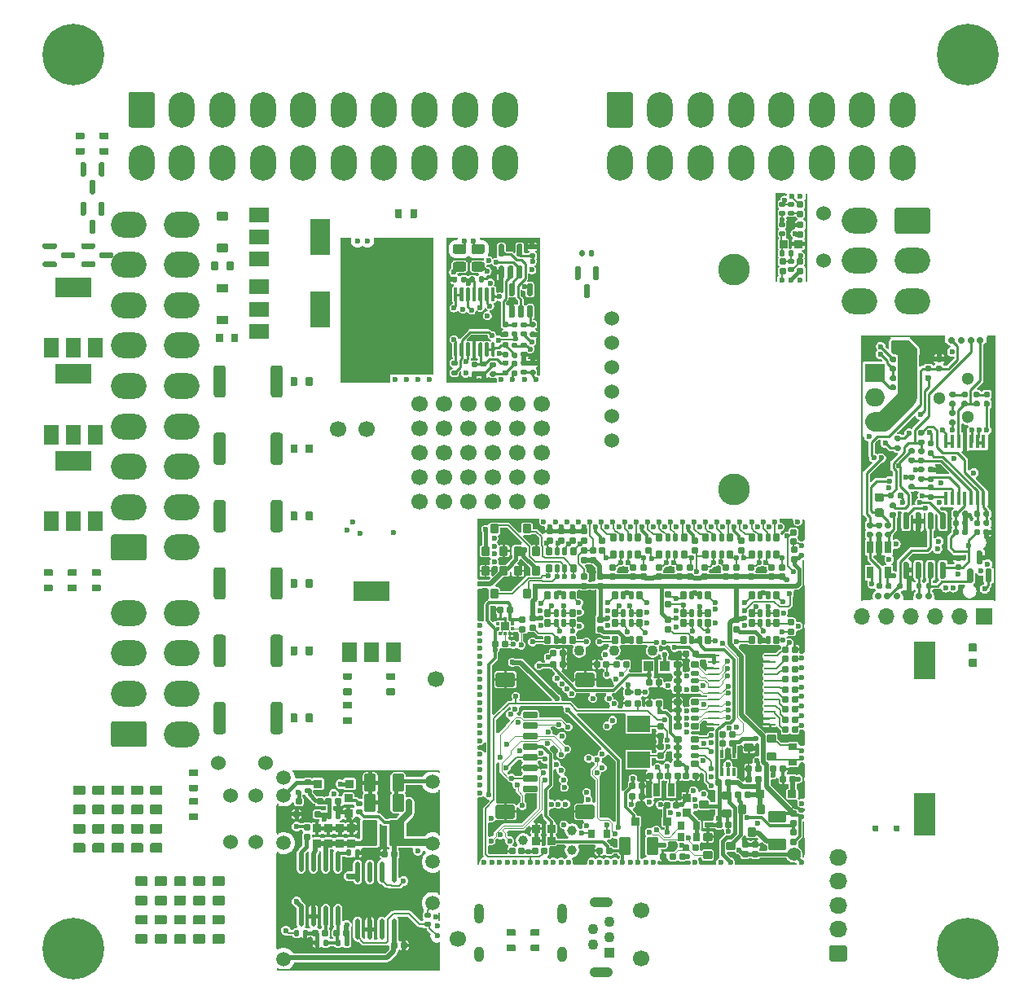
<source format=gbl>
G75*
G70*
%OFA0B0*%
%FSLAX25Y25*%
%IPPOS*%
%LPD*%
%AMOC8*
5,1,8,0,0,1.08239X$1,22.5*
%
%AMM11*
21,1,0.023620,0.018900,0.000000,0.000000,90.000000*
21,1,0.018900,0.023620,0.000000,0.000000,90.000000*
1,1,0.004720,0.009450,0.009450*
1,1,0.004720,0.009450,-0.009450*
1,1,0.004720,-0.009450,-0.009450*
1,1,0.004720,-0.009450,0.009450*
%
%AMM117*
21,1,0.023620,0.018900,0.000000,-0.000000,90.000000*
21,1,0.018900,0.023620,0.000000,-0.000000,90.000000*
1,1,0.004720,0.009450,0.009450*
1,1,0.004720,0.009450,-0.009450*
1,1,0.004720,-0.009450,-0.009450*
1,1,0.004720,-0.009450,0.009450*
%
%AMM118*
21,1,0.019680,0.019680,0.000000,-0.000000,180.000000*
21,1,0.015750,0.023620,0.000000,-0.000000,180.000000*
1,1,0.003940,-0.007870,0.009840*
1,1,0.003940,0.007870,0.009840*
1,1,0.003940,0.007870,-0.009840*
1,1,0.003940,-0.007870,-0.009840*
%
%AMM119*
21,1,0.033470,0.026770,0.000000,-0.000000,180.000000*
21,1,0.026770,0.033470,0.000000,-0.000000,180.000000*
1,1,0.006690,-0.013390,0.013390*
1,1,0.006690,0.013390,0.013390*
1,1,0.006690,0.013390,-0.013390*
1,1,0.006690,-0.013390,-0.013390*
%
%AMM12*
21,1,0.019680,0.019680,0.000000,0.000000,0.000000*
21,1,0.015750,0.023620,0.000000,0.000000,0.000000*
1,1,0.003940,0.007870,-0.009840*
1,1,0.003940,-0.007870,-0.009840*
1,1,0.003940,-0.007870,0.009840*
1,1,0.003940,0.007870,0.009840*
%
%AMM120*
21,1,0.019680,0.019680,0.000000,-0.000000,270.000000*
21,1,0.015750,0.023620,0.000000,-0.000000,270.000000*
1,1,0.003940,-0.009840,-0.007870*
1,1,0.003940,-0.009840,0.007870*
1,1,0.003940,0.009840,0.007870*
1,1,0.003940,0.009840,-0.007870*
%
%AMM13*
21,1,0.019680,0.019680,0.000000,0.000000,270.000000*
21,1,0.015750,0.023620,0.000000,0.000000,270.000000*
1,1,0.003940,-0.009840,-0.007870*
1,1,0.003940,-0.009840,0.007870*
1,1,0.003940,0.009840,0.007870*
1,1,0.003940,0.009840,-0.007870*
%
%AMM183*
21,1,0.025590,0.026380,-0.000000,-0.000000,90.000000*
21,1,0.020470,0.031500,-0.000000,-0.000000,90.000000*
1,1,0.005120,0.013190,0.010240*
1,1,0.005120,0.013190,-0.010240*
1,1,0.005120,-0.013190,-0.010240*
1,1,0.005120,-0.013190,0.010240*
%
%AMM184*
21,1,0.017720,0.027950,-0.000000,-0.000000,90.000000*
21,1,0.014170,0.031500,-0.000000,-0.000000,90.000000*
1,1,0.003540,0.013980,0.007090*
1,1,0.003540,0.013980,-0.007090*
1,1,0.003540,-0.013980,-0.007090*
1,1,0.003540,-0.013980,0.007090*
%
%AMM187*
21,1,0.027560,0.018900,-0.000000,-0.000000,270.000000*
21,1,0.022840,0.023620,-0.000000,-0.000000,270.000000*
1,1,0.004720,-0.009450,-0.011420*
1,1,0.004720,-0.009450,0.011420*
1,1,0.004720,0.009450,0.011420*
1,1,0.004720,0.009450,-0.011420*
%
%AMM189*
21,1,0.027560,0.018900,-0.000000,-0.000000,0.000000*
21,1,0.022840,0.023620,-0.000000,-0.000000,0.000000*
1,1,0.004720,0.011420,-0.009450*
1,1,0.004720,-0.011420,-0.009450*
1,1,0.004720,-0.011420,0.009450*
1,1,0.004720,0.011420,0.009450*
%
%AMM191*
21,1,0.035430,0.030320,-0.000000,-0.000000,90.000000*
21,1,0.028350,0.037400,-0.000000,-0.000000,90.000000*
1,1,0.007090,0.015160,0.014170*
1,1,0.007090,0.015160,-0.014170*
1,1,0.007090,-0.015160,-0.014170*
1,1,0.007090,-0.015160,0.014170*
%
%AMM194*
21,1,0.027560,0.030710,-0.000000,-0.000000,180.000000*
21,1,0.022050,0.036220,-0.000000,-0.000000,180.000000*
1,1,0.005510,-0.011020,0.015350*
1,1,0.005510,0.011020,0.015350*
1,1,0.005510,0.011020,-0.015350*
1,1,0.005510,-0.011020,-0.015350*
%
%AMM215*
21,1,0.033470,0.026770,-0.000000,-0.000000,270.000000*
21,1,0.026770,0.033470,-0.000000,-0.000000,270.000000*
1,1,0.006690,-0.013390,-0.013390*
1,1,0.006690,-0.013390,0.013390*
1,1,0.006690,0.013390,0.013390*
1,1,0.006690,0.013390,-0.013390*
%
%AMM216*
21,1,0.025590,0.026380,-0.000000,-0.000000,180.000000*
21,1,0.020470,0.031500,-0.000000,-0.000000,180.000000*
1,1,0.005120,-0.010240,0.013190*
1,1,0.005120,0.010240,0.013190*
1,1,0.005120,0.010240,-0.013190*
1,1,0.005120,-0.010240,-0.013190*
%
%AMM217*
21,1,0.017720,0.027950,-0.000000,-0.000000,180.000000*
21,1,0.014170,0.031500,-0.000000,-0.000000,180.000000*
1,1,0.003540,-0.007090,0.013980*
1,1,0.003540,0.007090,0.013980*
1,1,0.003540,0.007090,-0.013980*
1,1,0.003540,-0.007090,-0.013980*
%
%AMM218*
21,1,0.033470,0.026770,-0.000000,-0.000000,180.000000*
21,1,0.026770,0.033470,-0.000000,-0.000000,180.000000*
1,1,0.006690,-0.013390,0.013390*
1,1,0.006690,0.013390,0.013390*
1,1,0.006690,0.013390,-0.013390*
1,1,0.006690,-0.013390,-0.013390*
%
%AMM219*
21,1,0.078740,0.045670,-0.000000,-0.000000,0.000000*
21,1,0.067320,0.057090,-0.000000,-0.000000,0.000000*
1,1,0.011420,0.033660,-0.022840*
1,1,0.011420,-0.033660,-0.022840*
1,1,0.011420,-0.033660,0.022840*
1,1,0.011420,0.033660,0.022840*
%
%AMM220*
21,1,0.059060,0.020470,-0.000000,-0.000000,0.000000*
21,1,0.053940,0.025590,-0.000000,-0.000000,0.000000*
1,1,0.005120,0.026970,-0.010240*
1,1,0.005120,-0.026970,-0.010240*
1,1,0.005120,-0.026970,0.010240*
1,1,0.005120,0.026970,0.010240*
%
%AMM221*
21,1,0.035430,0.030320,-0.000000,-0.000000,0.000000*
21,1,0.028350,0.037400,-0.000000,-0.000000,0.000000*
1,1,0.007090,0.014170,-0.015160*
1,1,0.007090,-0.014170,-0.015160*
1,1,0.007090,-0.014170,0.015160*
1,1,0.007090,0.014170,0.015160*
%
%AMM222*
21,1,0.012600,0.028980,-0.000000,-0.000000,0.000000*
21,1,0.010080,0.031500,-0.000000,-0.000000,0.000000*
1,1,0.002520,0.005040,-0.014490*
1,1,0.002520,-0.005040,-0.014490*
1,1,0.002520,-0.005040,0.014490*
1,1,0.002520,0.005040,0.014490*
%
%AMM223*
21,1,0.070870,0.036220,-0.000000,-0.000000,180.000000*
21,1,0.061810,0.045280,-0.000000,-0.000000,180.000000*
1,1,0.009060,-0.030910,0.018110*
1,1,0.009060,0.030910,0.018110*
1,1,0.009060,0.030910,-0.018110*
1,1,0.009060,-0.030910,-0.018110*
%
%AMM224*
21,1,0.035830,0.026770,-0.000000,-0.000000,180.000000*
21,1,0.029130,0.033470,-0.000000,-0.000000,180.000000*
1,1,0.006690,-0.014570,0.013390*
1,1,0.006690,0.014570,0.013390*
1,1,0.006690,0.014570,-0.013390*
1,1,0.006690,-0.014570,-0.013390*
%
%AMM225*
21,1,0.027560,0.049610,-0.000000,-0.000000,180.000000*
21,1,0.022050,0.055120,-0.000000,-0.000000,180.000000*
1,1,0.005510,-0.011020,0.024800*
1,1,0.005510,0.011020,0.024800*
1,1,0.005510,0.011020,-0.024800*
1,1,0.005510,-0.011020,-0.024800*
%
%AMM226*
21,1,0.070870,0.036220,-0.000000,-0.000000,270.000000*
21,1,0.061810,0.045280,-0.000000,-0.000000,270.000000*
1,1,0.009060,-0.018110,-0.030910*
1,1,0.009060,-0.018110,0.030910*
1,1,0.009060,0.018110,0.030910*
1,1,0.009060,0.018110,-0.030910*
%
%AMM227*
21,1,0.027560,0.030710,-0.000000,-0.000000,270.000000*
21,1,0.022050,0.036220,-0.000000,-0.000000,270.000000*
1,1,0.005510,-0.015350,-0.011020*
1,1,0.005510,-0.015350,0.011020*
1,1,0.005510,0.015350,0.011020*
1,1,0.005510,0.015350,-0.011020*
%
%AMM27*
21,1,0.106300,0.050390,0.000000,0.000000,90.000000*
21,1,0.093700,0.062990,0.000000,0.000000,90.000000*
1,1,0.012600,0.025200,0.046850*
1,1,0.012600,0.025200,-0.046850*
1,1,0.012600,-0.025200,-0.046850*
1,1,0.012600,-0.025200,0.046850*
%
%AMM28*
21,1,0.033470,0.026770,0.000000,0.000000,270.000000*
21,1,0.026770,0.033470,0.000000,0.000000,270.000000*
1,1,0.006690,-0.013390,-0.013390*
1,1,0.006690,-0.013390,0.013390*
1,1,0.006690,0.013390,0.013390*
1,1,0.006690,0.013390,-0.013390*
%
%AMM29*
21,1,0.023620,0.018900,0.000000,0.000000,180.000000*
21,1,0.018900,0.023620,0.000000,0.000000,180.000000*
1,1,0.004720,-0.009450,0.009450*
1,1,0.004720,0.009450,0.009450*
1,1,0.004720,0.009450,-0.009450*
1,1,0.004720,-0.009450,-0.009450*
%
%AMM30*
21,1,0.122050,0.075590,0.000000,0.000000,180.000000*
21,1,0.103150,0.094490,0.000000,0.000000,180.000000*
1,1,0.018900,-0.051580,0.037800*
1,1,0.018900,0.051580,0.037800*
1,1,0.018900,0.051580,-0.037800*
1,1,0.018900,-0.051580,-0.037800*
%
%AMM31*
21,1,0.118110,0.083460,0.000000,0.000000,0.000000*
21,1,0.097240,0.104330,0.000000,0.000000,0.000000*
1,1,0.020870,0.048620,-0.041730*
1,1,0.020870,-0.048620,-0.041730*
1,1,0.020870,-0.048620,0.041730*
1,1,0.020870,0.048620,0.041730*
%
%AMM7*
21,1,0.035830,0.026770,0.000000,0.000000,0.000000*
21,1,0.029130,0.033470,0.000000,0.000000,0.000000*
1,1,0.006690,0.014570,-0.013390*
1,1,0.006690,-0.014570,-0.013390*
1,1,0.006690,-0.014570,0.013390*
1,1,0.006690,0.014570,0.013390*
%
%AMM8*
21,1,0.070870,0.036220,0.000000,0.000000,90.000000*
21,1,0.061810,0.045280,0.000000,0.000000,90.000000*
1,1,0.009060,0.018110,0.030910*
1,1,0.009060,0.018110,-0.030910*
1,1,0.009060,-0.018110,-0.030910*
1,1,0.009060,-0.018110,0.030910*
%
%ADD10C,0.00787*%
%ADD100C,0.01575*%
%ADD107M7*%
%ADD108M8*%
%ADD11O,0.10630X0.14567*%
%ADD111M11*%
%ADD112M12*%
%ADD113M13*%
%ADD114O,0.00787X0.40158*%
%ADD12C,0.02756*%
%ADD132C,0.01181*%
%ADD133M27*%
%ADD134M28*%
%ADD135M29*%
%ADD136O,0.01968X0.08661*%
%ADD137M30*%
%ADD138M31*%
%ADD15R,0.04331X0.00984*%
%ADD159C,0.05118*%
%ADD16R,0.03858X0.00984*%
%ADD172C,0.01969*%
%ADD173C,0.07874*%
%ADD174C,0.03900*%
%ADD18R,0.00984X1.08661*%
%ADD20R,0.03740X0.00984*%
%ADD202C,0.00492*%
%ADD203C,0.01260*%
%ADD204C,0.05512*%
%ADD21C,0.06693*%
%ADD22R,0.07874X0.05906*%
%ADD23R,0.07874X0.14961*%
%ADD238R,0.01378X0.01476*%
%ADD239R,0.01968X0.01968*%
%ADD24C,0.03150*%
%ADD241O,0.04961X0.00984*%
%ADD243R,0.09449X0.06693*%
%ADD244R,0.01476X0.01378*%
%ADD246R,0.03937X0.04331*%
%ADD25C,0.25197*%
%ADD26C,0.06000*%
%ADD27O,0.07283X0.06693*%
%ADD28R,0.05906X0.07874*%
%ADD29R,0.14961X0.07874*%
%ADD30C,0.02362*%
%ADD301M117*%
%ADD302M118*%
%ADD303M119*%
%ADD304M120*%
%ADD31R,0.24350X0.00984*%
%ADD312R,0.07874X0.07500*%
%ADD313O,0.07874X0.07500*%
%ADD315R,0.01772X0.05709*%
%ADD316R,0.02559X0.04803*%
%ADD32R,0.04390X0.00984*%
%ADD33R,0.00984X0.56201*%
%ADD34R,0.00984X0.59449*%
%ADD35R,0.20374X0.00984*%
%ADD36R,0.04331X0.04331*%
%ADD37C,0.04331*%
%ADD38O,0.09449X0.04331*%
%ADD39O,0.04823X0.00787*%
%ADD395M183*%
%ADD396M184*%
%ADD399M187*%
%ADD40O,0.00787X0.36614*%
%ADD401M189*%
%ADD403M191*%
%ADD406M194*%
%ADD41C,0.05906*%
%ADD42O,0.00787X0.12992*%
%ADD427M215*%
%ADD428M216*%
%ADD429M217*%
%ADD43O,0.00787X0.40157*%
%ADD430M218*%
%ADD431M219*%
%ADD432M220*%
%ADD433M221*%
%ADD434M222*%
%ADD435M223*%
%ADD436M224*%
%ADD437M225*%
%ADD438M226*%
%ADD439M227*%
%ADD44O,0.00787X0.01181*%
%ADD45O,0.66929X0.00787*%
%ADD46O,0.60630X0.00787*%
%ADD47O,0.00787X0.18898*%
%ADD48O,0.00787X0.10236*%
%ADD49O,0.00787X0.03937*%
%ADD50O,0.00787X0.05906*%
%ADD57O,0.14567X0.10630*%
%ADD61R,0.00787X0.14567*%
%ADD62R,0.00787X0.01575*%
%ADD63R,0.00787X0.06299*%
%ADD64R,0.00787X0.38189*%
%ADD65R,0.00787X0.09055*%
%ADD66R,0.05512X0.00787*%
%ADD67R,0.25197X0.00787*%
%ADD68R,0.06693X0.00787*%
%ADD69R,0.12992X0.00787*%
%ADD70R,0.00787X0.27559*%
%ADD71R,0.00787X0.12992*%
%ADD72R,0.00787X0.24803*%
%ADD74O,0.03937X0.08268*%
%ADD75O,0.03937X0.06299*%
%ADD76R,0.06693X0.06693*%
%ADD77O,0.06693X0.06693*%
%ADD78C,0.13000*%
%ADD85C,0.00984*%
%ADD86C,0.00591*%
%ADD94R,0.24803X0.00984*%
%ADD95R,0.34449X0.00984*%
%ADD96R,0.09055X0.17323*%
%ADD97R,0.09055X0.15748*%
%ADD99C,0.01968*%
X0000000Y0000000D02*
%LPD*%
G01*
G36*
G01*
X0232087Y0350886D02*
X0232087Y0363484D01*
G75*
G02*
X0233071Y0364469I0000984J0000000D01*
G01*
X0241732Y0364469D01*
G75*
G02*
X0242717Y0363484I0000000J-000984D01*
G01*
X0242717Y0350886D01*
G75*
G02*
X0241732Y0349902I-000984J0000000D01*
G01*
X0233071Y0349902D01*
G75*
G02*
X0232087Y0350886I0000000J0000984D01*
G01*
G37*
D11*
X0253937Y0357185D03*
X0270472Y0357185D03*
X0287008Y0357185D03*
X0303543Y0357185D03*
X0320079Y0357185D03*
X0336614Y0357185D03*
X0353150Y0357185D03*
X0237402Y0335531D03*
X0253937Y0335531D03*
X0270472Y0335531D03*
X0287008Y0335531D03*
X0303543Y0335531D03*
X0320079Y0335531D03*
X0336614Y0335531D03*
X0353150Y0335531D03*
D12*
X0384941Y0262795D03*
X0373130Y0262795D03*
X0377067Y0262795D03*
X0381004Y0262795D03*
D15*
X0338287Y0156594D03*
D16*
X0355374Y0156594D03*
D94*
X0378839Y0156594D03*
D18*
X0336614Y0210433D03*
X0390748Y0210433D03*
D95*
X0353346Y0264272D03*
D20*
X0389370Y0264272D03*
D12*
X0346949Y0158106D03*
X0350886Y0158106D03*
X0363862Y0158106D03*
X0359862Y0158106D03*
X0343012Y0158106D03*
G36*
G01*
X0036417Y0350886D02*
X0036417Y0363484D01*
G75*
G02*
X0037402Y0364469I0000984J0000000D01*
G01*
X0046063Y0364469D01*
G75*
G02*
X0047047Y0363484I0000000J-000984D01*
G01*
X0047047Y0350886D01*
G75*
G02*
X0046063Y0349902I-000984J0000000D01*
G01*
X0037402Y0349902D01*
G75*
G02*
X0036417Y0350886I0000000J0000984D01*
G01*
G37*
D11*
X0058268Y0357185D03*
X0074803Y0357185D03*
X0091339Y0357185D03*
X0107874Y0357185D03*
X0124409Y0357185D03*
X0140945Y0357185D03*
X0157480Y0357185D03*
X0174016Y0357185D03*
X0190551Y0357185D03*
X0041732Y0335531D03*
X0058268Y0335531D03*
X0074803Y0335531D03*
X0091339Y0335531D03*
X0107874Y0335531D03*
X0124409Y0335531D03*
X0140945Y0335531D03*
X0157480Y0335531D03*
X0174016Y0335531D03*
X0190551Y0335531D03*
D21*
X0133858Y0226378D03*
X0122047Y0226378D03*
D24*
X0004331Y0379921D03*
X0007098Y0386603D03*
X0007098Y0373240D03*
X0013780Y0389370D03*
D25*
X0013780Y0379921D03*
D24*
X0013780Y0370472D03*
X0020461Y0386603D03*
X0020461Y0373240D03*
X0023228Y0379921D03*
X0370472Y0379921D03*
X0373240Y0386603D03*
X0373240Y0373240D03*
X0379921Y0389370D03*
D25*
X0379921Y0379921D03*
D24*
X0379921Y0370472D03*
X0386603Y0386603D03*
X0386603Y0373240D03*
X0389370Y0379921D03*
D26*
X0078268Y0076575D03*
X0078268Y0057283D03*
G36*
G01*
X0329429Y0008465D02*
X0324114Y0008465D01*
G75*
G02*
X0323130Y0009449I0000000J0000984D01*
G01*
X0323130Y0014173D01*
G75*
G02*
X0324114Y0015157I0000984J0000000D01*
G01*
X0329429Y0015157D01*
G75*
G02*
X0330413Y0014173I0000000J-000984D01*
G01*
X0330413Y0009449D01*
G75*
G02*
X0329429Y0008465I-000984J0000000D01*
G01*
G37*
D27*
X0326772Y0021654D03*
X0326772Y0031496D03*
X0326772Y0041339D03*
X0326772Y0051181D03*
D21*
X0246063Y0029528D03*
X0162205Y0124016D03*
D24*
X0004331Y0013780D03*
X0007098Y0020461D03*
X0007098Y0007098D03*
X0013780Y0023228D03*
D25*
X0013780Y0013780D03*
D24*
X0013780Y0004331D03*
X0020461Y0020461D03*
X0020461Y0007098D03*
X0023228Y0013780D03*
D30*
X0193602Y0246752D03*
X0188878Y0246752D03*
X0198327Y0246752D03*
X0203051Y0246752D03*
D31*
X0192549Y0304429D03*
D32*
X0168730Y0304429D03*
D33*
X0204232Y0276821D03*
D34*
X0167028Y0275197D03*
D35*
X0176722Y0245965D03*
D30*
X0177618Y0303543D03*
X0173681Y0303543D03*
D36*
X0233268Y0012205D03*
D37*
X0226378Y0015354D03*
X0233268Y0018504D03*
X0226378Y0021654D03*
X0233268Y0024803D03*
D38*
X0229823Y0004134D03*
X0229823Y0032874D03*
D26*
X0088583Y0076575D03*
X0088583Y0057283D03*
D30*
X0311319Y0287500D03*
D39*
X0303543Y0322539D03*
D40*
X0313681Y0304626D03*
X0301476Y0304626D03*
D30*
X0307579Y0287500D03*
X0303839Y0287500D03*
X0307776Y0321752D03*
X0311319Y0321752D03*
D41*
X0160925Y0081988D03*
X0160925Y0056791D03*
X0160925Y0049311D03*
X0160925Y0032382D03*
D30*
X0162697Y0022933D03*
X0162697Y0018996D03*
D42*
X0097343Y0066831D03*
D43*
X0097343Y0033366D03*
D44*
X0097343Y0005413D03*
D45*
X0130413Y0005217D03*
D46*
X0133563Y0086319D03*
D41*
X0160925Y0007776D03*
D44*
X0163484Y0086122D03*
D47*
X0163484Y0069587D03*
D48*
X0163484Y0040650D03*
D49*
X0163484Y0026870D03*
D50*
X0163484Y0013878D03*
D41*
X0099902Y0083760D03*
X0099902Y0076476D03*
X0099902Y0056988D03*
X0099902Y0009547D03*
D30*
X0125984Y0184941D03*
X0128051Y0188386D03*
X0131004Y0183760D03*
X0144980Y0184055D03*
G36*
G01*
X0042815Y0172638D02*
X0030217Y0172638D01*
G75*
G02*
X0029232Y0173622I0000000J0000984D01*
G01*
X0029232Y0182283D01*
G75*
G02*
X0030217Y0183268I0000984J0000000D01*
G01*
X0042815Y0183268D01*
G75*
G02*
X0043799Y0182283I0000000J-000984D01*
G01*
X0043799Y0173622D01*
G75*
G02*
X0042815Y0172638I-000984J0000000D01*
G01*
G37*
D57*
X0036516Y0194488D03*
X0036516Y0211024D03*
X0036516Y0227559D03*
X0036516Y0244094D03*
X0036516Y0260630D03*
X0036516Y0277165D03*
X0036516Y0293701D03*
X0036516Y0310236D03*
X0058169Y0177953D03*
X0058169Y0194488D03*
X0058169Y0211024D03*
X0058169Y0227559D03*
X0058169Y0244094D03*
X0058169Y0260630D03*
X0058169Y0277165D03*
X0058169Y0293701D03*
X0058169Y0310236D03*
G36*
G01*
X0350886Y0317126D02*
X0363484Y0317126D01*
G75*
G02*
X0364469Y0316142I0000000J-000984D01*
G01*
X0364469Y0307480D01*
G75*
G02*
X0363484Y0306496I-000984J0000000D01*
G01*
X0350886Y0306496D01*
G75*
G02*
X0349902Y0307480I0000000J0000984D01*
G01*
X0349902Y0316142D01*
G75*
G02*
X0350886Y0317126I0000984J0000000D01*
G01*
G37*
X0357185Y0295276D03*
X0357185Y0278740D03*
X0335531Y0311811D03*
X0335531Y0295276D03*
X0335531Y0278740D03*
D26*
X0320866Y0314764D03*
X0320866Y0295472D03*
D21*
X0155512Y0196693D03*
X0155512Y0206693D03*
X0155512Y0216693D03*
X0155512Y0226693D03*
X0155512Y0236693D03*
X0165512Y0196693D03*
X0165512Y0206693D03*
X0165512Y0216693D03*
X0165512Y0226693D03*
X0165512Y0236693D03*
X0175512Y0196693D03*
X0175512Y0206693D03*
X0175512Y0216693D03*
X0175512Y0226693D03*
X0175512Y0236693D03*
X0246063Y0009843D03*
G36*
G01*
X0042815Y0096260D02*
X0030217Y0096260D01*
G75*
G02*
X0029232Y0097244I0000000J0000984D01*
G01*
X0029232Y0105906D01*
G75*
G02*
X0030217Y0106890I0000984J0000000D01*
G01*
X0042815Y0106890D01*
G75*
G02*
X0043799Y0105906I0000000J-000984D01*
G01*
X0043799Y0097244D01*
G75*
G02*
X0042815Y0096260I-000984J0000000D01*
G01*
G37*
D57*
X0036516Y0118110D03*
X0036516Y0134646D03*
X0036516Y0151181D03*
X0058169Y0101575D03*
X0058169Y0118110D03*
X0058169Y0134646D03*
X0058169Y0151181D03*
D30*
X0180315Y0162992D03*
X0180315Y0146063D03*
X0180315Y0142913D03*
X0180315Y0139764D03*
X0180315Y0136614D03*
X0180315Y0133465D03*
X0180315Y0130315D03*
X0180315Y0127165D03*
X0180315Y0124016D03*
X0180315Y0120866D03*
X0180315Y0117717D03*
X0180315Y0114567D03*
X0180315Y0111417D03*
X0180315Y0108268D03*
X0180315Y0105118D03*
X0180315Y0101969D03*
X0180315Y0098819D03*
X0180315Y0093307D03*
X0180315Y0090158D03*
X0180315Y0087008D03*
X0180315Y0083858D03*
X0180315Y0080709D03*
X0180315Y0077559D03*
D61*
X0312598Y0058465D03*
D62*
X0312598Y0070472D03*
D61*
X0312598Y0082480D03*
D63*
X0312598Y0100000D03*
D64*
X0312598Y0153740D03*
D65*
X0312598Y0185236D03*
D66*
X0305512Y0189370D03*
D67*
X0297244Y0048425D03*
D68*
X0273425Y0048425D03*
D69*
X0259646Y0048425D03*
D66*
X0221260Y0048425D03*
D67*
X0191732Y0189370D03*
D70*
X0179528Y0061811D03*
D62*
X0179528Y0096063D03*
D71*
X0179528Y0154528D03*
D72*
X0179528Y0177362D03*
D30*
X0181890Y0049213D03*
X0185039Y0049213D03*
X0188189Y0049213D03*
X0191339Y0049213D03*
X0194488Y0049213D03*
X0197638Y0049213D03*
X0200787Y0049213D03*
X0203937Y0049213D03*
X0207087Y0049213D03*
X0210236Y0049213D03*
X0213386Y0049213D03*
X0216535Y0049213D03*
X0225984Y0049213D03*
X0229134Y0049213D03*
X0232283Y0049213D03*
X0235433Y0049213D03*
X0238583Y0049213D03*
X0241732Y0049213D03*
X0244882Y0049213D03*
X0248032Y0049213D03*
X0251181Y0049213D03*
X0268110Y0049213D03*
X0278740Y0049213D03*
X0282677Y0049213D03*
X0311811Y0049213D03*
X0206299Y0188583D03*
X0211024Y0188583D03*
X0215748Y0188583D03*
X0220472Y0188583D03*
X0225197Y0188583D03*
X0229921Y0188583D03*
X0234646Y0188583D03*
X0239370Y0188583D03*
X0244094Y0188583D03*
X0248819Y0188583D03*
X0253543Y0188583D03*
X0258268Y0188583D03*
X0262992Y0188583D03*
X0267717Y0188583D03*
X0272441Y0188583D03*
X0277165Y0188583D03*
X0281890Y0188583D03*
X0286614Y0188583D03*
X0291339Y0188583D03*
X0296063Y0188583D03*
X0300787Y0188583D03*
X0310236Y0188583D03*
X0311811Y0178740D03*
X0311811Y0174803D03*
X0311811Y0132677D03*
X0311811Y0128740D03*
X0311811Y0124803D03*
X0311811Y0120866D03*
X0311811Y0116929D03*
X0311811Y0112992D03*
X0311811Y0109055D03*
X0311811Y0105118D03*
X0311811Y0094882D03*
X0311811Y0091732D03*
X0311811Y0073228D03*
X0311811Y0067717D03*
D74*
X0179843Y0027972D03*
D75*
X0179843Y0011516D03*
D74*
X0213858Y0027972D03*
D75*
X0213858Y0011516D03*
D24*
X0370472Y0013780D03*
X0373240Y0020461D03*
X0373240Y0007098D03*
X0379921Y0023228D03*
D25*
X0379921Y0013780D03*
D24*
X0379921Y0004331D03*
X0386603Y0020461D03*
X0386603Y0007098D03*
X0389370Y0013780D03*
D30*
X0150098Y0246752D03*
X0145374Y0246752D03*
X0154823Y0246752D03*
X0159547Y0246752D03*
D31*
X0149045Y0304429D03*
D32*
X0125226Y0304429D03*
D33*
X0160728Y0276821D03*
D34*
X0123524Y0275197D03*
D35*
X0133219Y0245965D03*
D30*
X0134114Y0303543D03*
X0130177Y0303543D03*
D26*
X0073031Y0089677D03*
X0092323Y0089677D03*
D76*
X0386417Y0149606D03*
D77*
X0376417Y0149606D03*
X0366417Y0149606D03*
X0356417Y0149606D03*
X0346417Y0149606D03*
X0336417Y0149606D03*
D21*
X0171260Y0017717D03*
D78*
X0284173Y0291850D03*
X0284173Y0201850D03*
D26*
X0234173Y0271850D03*
X0234173Y0261850D03*
X0234173Y0251850D03*
X0234173Y0241850D03*
X0234173Y0231850D03*
X0234173Y0221850D03*
D21*
X0185512Y0196693D03*
X0185512Y0206693D03*
X0185512Y0216693D03*
X0185512Y0226693D03*
X0185512Y0236693D03*
X0195512Y0196693D03*
X0195512Y0206693D03*
X0195512Y0216693D03*
X0195512Y0226693D03*
X0195512Y0236693D03*
X0205512Y0196693D03*
X0205512Y0206693D03*
X0205512Y0216693D03*
X0205512Y0226693D03*
X0205512Y0236693D03*
G36*
G01*
X0219606Y0293209D02*
X0220787Y0293209D01*
G75*
G02*
X0221378Y0292618I0000000J-000591D01*
G01*
X0221378Y0287992D01*
G75*
G02*
X0220787Y0287402I-000591J0000000D01*
G01*
X0219606Y0287402D01*
G75*
G02*
X0219016Y0287992I0000000J0000591D01*
G01*
X0219016Y0292618D01*
G75*
G02*
X0219606Y0293209I0000591J0000000D01*
G01*
G37*
G36*
G01*
X0227087Y0293209D02*
X0228268Y0293209D01*
G75*
G02*
X0228858Y0292618I0000000J-000591D01*
G01*
X0228858Y0287992D01*
G75*
G02*
X0228268Y0287402I-000591J0000000D01*
G01*
X0227087Y0287402D01*
G75*
G02*
X0226496Y0287992I0000000J0000591D01*
G01*
X0226496Y0292618D01*
G75*
G02*
X0227087Y0293209I0000591J0000000D01*
G01*
G37*
G36*
G01*
X0223346Y0285827D02*
X0224528Y0285827D01*
G75*
G02*
X0225118Y0285236I0000000J-000591D01*
G01*
X0225118Y0280610D01*
G75*
G02*
X0224528Y0280020I-000591J0000000D01*
G01*
X0223346Y0280020D01*
G75*
G02*
X0222756Y0280610I0000000J0000591D01*
G01*
X0222756Y0285236D01*
G75*
G02*
X0223346Y0285827I0000591J0000000D01*
G01*
G37*
G36*
G01*
X0049803Y0052992D02*
X0045669Y0052992D01*
G75*
G02*
X0045276Y0053386I0000000J0000394D01*
G01*
X0045276Y0056535D01*
G75*
G02*
X0045669Y0056929I0000394J0000000D01*
G01*
X0049803Y0056929D01*
G75*
G02*
X0050197Y0056535I0000000J-000394D01*
G01*
X0050197Y0053386D01*
G75*
G02*
X0049803Y0052992I-000394J0000000D01*
G01*
G37*
G36*
G01*
X0049803Y0060866D02*
X0045669Y0060866D01*
G75*
G02*
X0045276Y0061260I0000000J0000394D01*
G01*
X0045276Y0064409D01*
G75*
G02*
X0045669Y0064803I0000394J0000000D01*
G01*
X0049803Y0064803D01*
G75*
G02*
X0050197Y0064409I0000000J-000394D01*
G01*
X0050197Y0061260D01*
G75*
G02*
X0049803Y0060866I-000394J0000000D01*
G01*
G37*
G36*
G01*
X0076811Y0298819D02*
X0072795Y0298819D01*
G75*
G02*
X0072441Y0299173I0000000J0000354D01*
G01*
X0072441Y0302008D01*
G75*
G02*
X0072795Y0302362I0000354J0000000D01*
G01*
X0076811Y0302362D01*
G75*
G02*
X0077165Y0302008I0000000J-000354D01*
G01*
X0077165Y0299173D01*
G75*
G02*
X0076811Y0298819I-000354J0000000D01*
G01*
G37*
G36*
G01*
X0076811Y0311811D02*
X0072795Y0311811D01*
G75*
G02*
X0072441Y0312165I0000000J0000354D01*
G01*
X0072441Y0315000D01*
G75*
G02*
X0072795Y0315354I0000354J0000000D01*
G01*
X0076811Y0315354D01*
G75*
G02*
X0077165Y0315000I0000000J-000354D01*
G01*
X0077165Y0312165D01*
G75*
G02*
X0076811Y0311811I-000354J0000000D01*
G01*
G37*
D96*
X0362205Y0068898D03*
D97*
X0362205Y0131890D03*
G36*
G01*
X0014921Y0160039D02*
X0011850Y0160039D01*
G75*
G02*
X0011575Y0160315I0000000J0000276D01*
G01*
X0011575Y0162520D01*
G75*
G02*
X0011850Y0162795I0000276J0000000D01*
G01*
X0014921Y0162795D01*
G75*
G02*
X0015197Y0162520I0000000J-000276D01*
G01*
X0015197Y0160315D01*
G75*
G02*
X0014921Y0160039I-000276J0000000D01*
G01*
G37*
G36*
G01*
X0014921Y0166339D02*
X0011850Y0166339D01*
G75*
G02*
X0011575Y0166614I0000000J0000276D01*
G01*
X0011575Y0168819D01*
G75*
G02*
X0011850Y0169094I0000276J0000000D01*
G01*
X0014921Y0169094D01*
G75*
G02*
X0015197Y0168819I0000000J-000276D01*
G01*
X0015197Y0166614D01*
G75*
G02*
X0014921Y0166339I-000276J0000000D01*
G01*
G37*
G36*
G01*
X0026181Y0052992D02*
X0022047Y0052992D01*
G75*
G02*
X0021654Y0053386I0000000J0000394D01*
G01*
X0021654Y0056535D01*
G75*
G02*
X0022047Y0056929I0000394J0000000D01*
G01*
X0026181Y0056929D01*
G75*
G02*
X0026575Y0056535I0000000J-000394D01*
G01*
X0026575Y0053386D01*
G75*
G02*
X0026181Y0052992I-000394J0000000D01*
G01*
G37*
G36*
G01*
X0026181Y0060866D02*
X0022047Y0060866D01*
G75*
G02*
X0021654Y0061260I0000000J0000394D01*
G01*
X0021654Y0064409D01*
G75*
G02*
X0022047Y0064803I0000394J0000000D01*
G01*
X0026181Y0064803D01*
G75*
G02*
X0026575Y0064409I0000000J-000394D01*
G01*
X0026575Y0061260D01*
G75*
G02*
X0026181Y0060866I-000394J0000000D01*
G01*
G37*
G36*
G01*
X0380551Y0138642D02*
X0383228Y0138642D01*
G75*
G02*
X0383563Y0138307I0000000J-000335D01*
G01*
X0383563Y0135630D01*
G75*
G02*
X0383228Y0135295I-000335J0000000D01*
G01*
X0380551Y0135295D01*
G75*
G02*
X0380217Y0135630I0000000J0000335D01*
G01*
X0380217Y0138307D01*
G75*
G02*
X0380551Y0138642I0000335J0000000D01*
G01*
G37*
G36*
G01*
X0380551Y0132421D02*
X0383228Y0132421D01*
G75*
G02*
X0383563Y0132087I0000000J-000335D01*
G01*
X0383563Y0129409D01*
G75*
G02*
X0383228Y0129075I-000335J0000000D01*
G01*
X0380551Y0129075D01*
G75*
G02*
X0380217Y0129409I0000000J0000335D01*
G01*
X0380217Y0132087D01*
G75*
G02*
X0380551Y0132421I0000335J0000000D01*
G01*
G37*
G36*
G01*
X0226929Y0299094D02*
X0226929Y0297756D01*
G75*
G02*
X0226378Y0297205I-000551J0000000D01*
G01*
X0225276Y0297205D01*
G75*
G02*
X0224724Y0297756I0000000J0000551D01*
G01*
X0224724Y0299094D01*
G75*
G02*
X0225276Y0299646I0000551J0000000D01*
G01*
X0226378Y0299646D01*
G75*
G02*
X0226929Y0299094I0000000J-000551D01*
G01*
G37*
G36*
G01*
X0223150Y0299094D02*
X0223150Y0297756D01*
G75*
G02*
X0222598Y0297205I-000551J0000000D01*
G01*
X0221496Y0297205D01*
G75*
G02*
X0220945Y0297756I0000000J0000551D01*
G01*
X0220945Y0299094D01*
G75*
G02*
X0221496Y0299646I0000551J0000000D01*
G01*
X0222598Y0299646D01*
G75*
G02*
X0223150Y0299094I0000000J-000551D01*
G01*
G37*
G36*
G01*
X0024764Y0160039D02*
X0021693Y0160039D01*
G75*
G02*
X0021417Y0160315I0000000J0000276D01*
G01*
X0021417Y0162520D01*
G75*
G02*
X0021693Y0162795I0000276J0000000D01*
G01*
X0024764Y0162795D01*
G75*
G02*
X0025039Y0162520I0000000J-000276D01*
G01*
X0025039Y0160315D01*
G75*
G02*
X0024764Y0160039I-000276J0000000D01*
G01*
G37*
G36*
G01*
X0024764Y0166339D02*
X0021693Y0166339D01*
G75*
G02*
X0021417Y0166614I0000000J0000276D01*
G01*
X0021417Y0168819D01*
G75*
G02*
X0021693Y0169094I0000276J0000000D01*
G01*
X0024764Y0169094D01*
G75*
G02*
X0025039Y0168819I0000000J-000276D01*
G01*
X0025039Y0166614D01*
G75*
G02*
X0024764Y0166339I-000276J0000000D01*
G01*
G37*
G36*
G01*
X0145453Y0313130D02*
X0145453Y0316201D01*
G75*
G02*
X0145728Y0316476I0000276J0000000D01*
G01*
X0147933Y0316476D01*
G75*
G02*
X0148209Y0316201I0000000J-000276D01*
G01*
X0148209Y0313130D01*
G75*
G02*
X0147933Y0312854I-000276J0000000D01*
G01*
X0145728Y0312854D01*
G75*
G02*
X0145453Y0313130I0000000J0000276D01*
G01*
G37*
G36*
G01*
X0151752Y0313130D02*
X0151752Y0316201D01*
G75*
G02*
X0152028Y0316476I0000276J0000000D01*
G01*
X0154232Y0316476D01*
G75*
G02*
X0154508Y0316201I0000000J-000276D01*
G01*
X0154508Y0313130D01*
G75*
G02*
X0154232Y0312854I-000276J0000000D01*
G01*
X0152028Y0312854D01*
G75*
G02*
X0151752Y0313130I0000000J0000276D01*
G01*
G37*
G36*
G01*
X0063287Y0043307D02*
X0067421Y0043307D01*
G75*
G02*
X0067815Y0042913I0000000J-000394D01*
G01*
X0067815Y0039764D01*
G75*
G02*
X0067421Y0039370I-000394J0000000D01*
G01*
X0063287Y0039370D01*
G75*
G02*
X0062894Y0039764I0000000J0000394D01*
G01*
X0062894Y0042913D01*
G75*
G02*
X0063287Y0043307I0000394J0000000D01*
G01*
G37*
G36*
G01*
X0063287Y0035433D02*
X0067421Y0035433D01*
G75*
G02*
X0067815Y0035039I0000000J-000394D01*
G01*
X0067815Y0031890D01*
G75*
G02*
X0067421Y0031496I-000394J0000000D01*
G01*
X0063287Y0031496D01*
G75*
G02*
X0062894Y0031890I0000000J0000394D01*
G01*
X0062894Y0035039D01*
G75*
G02*
X0063287Y0035433I0000394J0000000D01*
G01*
G37*
G36*
G01*
X0099459Y0251575D02*
X0099459Y0240354D01*
G75*
G02*
X0098474Y0239370I-000984J0000000D01*
G01*
X0095620Y0239370D01*
G75*
G02*
X0094636Y0240354I0000000J0000984D01*
G01*
X0094636Y0251575D01*
G75*
G02*
X0095620Y0252559I0000984J0000000D01*
G01*
X0098474Y0252559D01*
G75*
G02*
X0099459Y0251575I0000000J-000984D01*
G01*
G37*
G36*
G01*
X0076132Y0251575D02*
X0076132Y0240354D01*
G75*
G02*
X0075148Y0239370I-000984J0000000D01*
G01*
X0072293Y0239370D01*
G75*
G02*
X0071309Y0240354I0000000J0000984D01*
G01*
X0071309Y0251575D01*
G75*
G02*
X0072293Y0252559I0000984J0000000D01*
G01*
X0075148Y0252559D01*
G75*
G02*
X0076132Y0251575I0000000J-000984D01*
G01*
G37*
G36*
G01*
X0029921Y0080551D02*
X0034055Y0080551D01*
G75*
G02*
X0034449Y0080157I0000000J-000394D01*
G01*
X0034449Y0077008D01*
G75*
G02*
X0034055Y0076614I-000394J0000000D01*
G01*
X0029921Y0076614D01*
G75*
G02*
X0029528Y0077008I0000000J0000394D01*
G01*
X0029528Y0080157D01*
G75*
G02*
X0029921Y0080551I0000394J0000000D01*
G01*
G37*
G36*
G01*
X0029921Y0072677D02*
X0034055Y0072677D01*
G75*
G02*
X0034449Y0072283I0000000J-000394D01*
G01*
X0034449Y0069134D01*
G75*
G02*
X0034055Y0068740I-000394J0000000D01*
G01*
X0029921Y0068740D01*
G75*
G02*
X0029528Y0069134I0000000J0000394D01*
G01*
X0029528Y0072283D01*
G75*
G02*
X0029921Y0072677I0000394J0000000D01*
G01*
G37*
G36*
G01*
X0075295Y0015748D02*
X0071161Y0015748D01*
G75*
G02*
X0070768Y0016142I0000000J0000394D01*
G01*
X0070768Y0019291D01*
G75*
G02*
X0071161Y0019685I0000394J0000000D01*
G01*
X0075295Y0019685D01*
G75*
G02*
X0075689Y0019291I0000000J-000394D01*
G01*
X0075689Y0016142D01*
G75*
G02*
X0075295Y0015748I-000394J0000000D01*
G01*
G37*
G36*
G01*
X0075295Y0023622D02*
X0071161Y0023622D01*
G75*
G02*
X0070768Y0024016I0000000J0000394D01*
G01*
X0070768Y0027165D01*
G75*
G02*
X0071161Y0027559I0000394J0000000D01*
G01*
X0075295Y0027559D01*
G75*
G02*
X0075689Y0027165I0000000J-000394D01*
G01*
X0075689Y0024016D01*
G75*
G02*
X0075295Y0023622I-000394J0000000D01*
G01*
G37*
G36*
G01*
X0014173Y0080551D02*
X0018307Y0080551D01*
G75*
G02*
X0018701Y0080157I0000000J-000394D01*
G01*
X0018701Y0077008D01*
G75*
G02*
X0018307Y0076614I-000394J0000000D01*
G01*
X0014173Y0076614D01*
G75*
G02*
X0013780Y0077008I0000000J0000394D01*
G01*
X0013780Y0080157D01*
G75*
G02*
X0014173Y0080551I0000394J0000000D01*
G01*
G37*
G36*
G01*
X0014173Y0072677D02*
X0018307Y0072677D01*
G75*
G02*
X0018701Y0072283I0000000J-000394D01*
G01*
X0018701Y0069134D01*
G75*
G02*
X0018307Y0068740I-000394J0000000D01*
G01*
X0014173Y0068740D01*
G75*
G02*
X0013780Y0069134I0000000J0000394D01*
G01*
X0013780Y0072283D01*
G75*
G02*
X0014173Y0072677I0000394J0000000D01*
G01*
G37*
G36*
G01*
X0099459Y0168898D02*
X0099459Y0157677D01*
G75*
G02*
X0098474Y0156693I-000984J0000000D01*
G01*
X0095620Y0156693D01*
G75*
G02*
X0094636Y0157677I0000000J0000984D01*
G01*
X0094636Y0168898D01*
G75*
G02*
X0095620Y0169882I0000984J0000000D01*
G01*
X0098474Y0169882D01*
G75*
G02*
X0099459Y0168898I0000000J-000984D01*
G01*
G37*
G36*
G01*
X0076132Y0168898D02*
X0076132Y0157677D01*
G75*
G02*
X0075148Y0156693I-000984J0000000D01*
G01*
X0072293Y0156693D01*
G75*
G02*
X0071309Y0157677I0000000J0000984D01*
G01*
X0071309Y0168898D01*
G75*
G02*
X0072293Y0169882I0000984J0000000D01*
G01*
X0075148Y0169882D01*
G75*
G02*
X0076132Y0168898I0000000J-000984D01*
G01*
G37*
D28*
X0022835Y0188780D03*
X0013780Y0188780D03*
X0004724Y0188780D03*
D29*
X0013780Y0213583D03*
G36*
G01*
X0039665Y0043307D02*
X0043799Y0043307D01*
G75*
G02*
X0044193Y0042913I0000000J-000394D01*
G01*
X0044193Y0039764D01*
G75*
G02*
X0043799Y0039370I-000394J0000000D01*
G01*
X0039665Y0039370D01*
G75*
G02*
X0039272Y0039764I0000000J0000394D01*
G01*
X0039272Y0042913D01*
G75*
G02*
X0039665Y0043307I0000394J0000000D01*
G01*
G37*
G36*
G01*
X0039665Y0035433D02*
X0043799Y0035433D01*
G75*
G02*
X0044193Y0035039I0000000J-000394D01*
G01*
X0044193Y0031890D01*
G75*
G02*
X0043799Y0031496I-000394J0000000D01*
G01*
X0039665Y0031496D01*
G75*
G02*
X0039272Y0031890I0000000J0000394D01*
G01*
X0039272Y0035039D01*
G75*
G02*
X0039665Y0035433I0000394J0000000D01*
G01*
G37*
D28*
X0022835Y0224213D03*
X0013780Y0224213D03*
X0004724Y0224213D03*
D29*
X0013780Y0249016D03*
G36*
G01*
X0043799Y0015748D02*
X0039665Y0015748D01*
G75*
G02*
X0039272Y0016142I0000000J0000394D01*
G01*
X0039272Y0019291D01*
G75*
G02*
X0039665Y0019685I0000394J0000000D01*
G01*
X0043799Y0019685D01*
G75*
G02*
X0044193Y0019291I0000000J-000394D01*
G01*
X0044193Y0016142D01*
G75*
G02*
X0043799Y0015748I-000394J0000000D01*
G01*
G37*
G36*
G01*
X0043799Y0023622D02*
X0039665Y0023622D01*
G75*
G02*
X0039272Y0024016I0000000J0000394D01*
G01*
X0039272Y0027165D01*
G75*
G02*
X0039665Y0027559I0000394J0000000D01*
G01*
X0043799Y0027559D01*
G75*
G02*
X0044193Y0027165I0000000J-000394D01*
G01*
X0044193Y0024016D01*
G75*
G02*
X0043799Y0023622I-000394J0000000D01*
G01*
G37*
G36*
G01*
X0099459Y0141339D02*
X0099459Y0130118D01*
G75*
G02*
X0098474Y0129134I-000984J0000000D01*
G01*
X0095620Y0129134D01*
G75*
G02*
X0094636Y0130118I0000000J0000984D01*
G01*
X0094636Y0141339D01*
G75*
G02*
X0095620Y0142323I0000984J0000000D01*
G01*
X0098474Y0142323D01*
G75*
G02*
X0099459Y0141339I0000000J-000984D01*
G01*
G37*
G36*
G01*
X0076132Y0141339D02*
X0076132Y0130118D01*
G75*
G02*
X0075148Y0129134I-000984J0000000D01*
G01*
X0072293Y0129134D01*
G75*
G02*
X0071309Y0130118I0000000J0000984D01*
G01*
X0071309Y0141339D01*
G75*
G02*
X0072293Y0142323I0000984J0000000D01*
G01*
X0075148Y0142323D01*
G75*
G02*
X0076132Y0141339I0000000J-000984D01*
G01*
G37*
G36*
G01*
X0099459Y0224016D02*
X0099459Y0212795D01*
G75*
G02*
X0098474Y0211811I-000984J0000000D01*
G01*
X0095620Y0211811D01*
G75*
G02*
X0094636Y0212795I0000000J0000984D01*
G01*
X0094636Y0224016D01*
G75*
G02*
X0095620Y0225000I0000984J0000000D01*
G01*
X0098474Y0225000D01*
G75*
G02*
X0099459Y0224016I0000000J-000984D01*
G01*
G37*
G36*
G01*
X0076132Y0224016D02*
X0076132Y0212795D01*
G75*
G02*
X0075148Y0211811I-000984J0000000D01*
G01*
X0072293Y0211811D01*
G75*
G02*
X0071309Y0212795I0000000J0000984D01*
G01*
X0071309Y0224016D01*
G75*
G02*
X0072293Y0225000I0000984J0000000D01*
G01*
X0075148Y0225000D01*
G75*
G02*
X0076132Y0224016I0000000J-000984D01*
G01*
G37*
G36*
G01*
X0037795Y0080551D02*
X0041929Y0080551D01*
G75*
G02*
X0042323Y0080157I0000000J-000394D01*
G01*
X0042323Y0077008D01*
G75*
G02*
X0041929Y0076614I-000394J0000000D01*
G01*
X0037795Y0076614D01*
G75*
G02*
X0037402Y0077008I0000000J0000394D01*
G01*
X0037402Y0080157D01*
G75*
G02*
X0037795Y0080551I0000394J0000000D01*
G01*
G37*
G36*
G01*
X0037795Y0072677D02*
X0041929Y0072677D01*
G75*
G02*
X0042323Y0072283I0000000J-000394D01*
G01*
X0042323Y0069134D01*
G75*
G02*
X0041929Y0068740I-000394J0000000D01*
G01*
X0037795Y0068740D01*
G75*
G02*
X0037402Y0069134I0000000J0000394D01*
G01*
X0037402Y0072283D01*
G75*
G02*
X0037795Y0072677I0000394J0000000D01*
G01*
G37*
G36*
G01*
X0072244Y0262244D02*
X0072244Y0265315D01*
G75*
G02*
X0072520Y0265591I0000276J0000000D01*
G01*
X0074724Y0265591D01*
G75*
G02*
X0075000Y0265315I0000000J-000276D01*
G01*
X0075000Y0262244D01*
G75*
G02*
X0074724Y0261969I-000276J0000000D01*
G01*
X0072520Y0261969D01*
G75*
G02*
X0072244Y0262244I0000000J0000276D01*
G01*
G37*
G36*
G01*
X0078543Y0262244D02*
X0078543Y0265315D01*
G75*
G02*
X0078819Y0265591I0000276J0000000D01*
G01*
X0081024Y0265591D01*
G75*
G02*
X0081299Y0265315I0000000J-000276D01*
G01*
X0081299Y0262244D01*
G75*
G02*
X0081024Y0261969I-000276J0000000D01*
G01*
X0078819Y0261969D01*
G75*
G02*
X0078543Y0262244I0000000J0000276D01*
G01*
G37*
G36*
G01*
X0076811Y0269291D02*
X0072795Y0269291D01*
G75*
G02*
X0072441Y0269646I0000000J0000354D01*
G01*
X0072441Y0272480D01*
G75*
G02*
X0072795Y0272835I0000354J0000000D01*
G01*
X0076811Y0272835D01*
G75*
G02*
X0077165Y0272480I0000000J-000354D01*
G01*
X0077165Y0269646D01*
G75*
G02*
X0076811Y0269291I-000354J0000000D01*
G01*
G37*
G36*
G01*
X0076811Y0282283D02*
X0072795Y0282283D01*
G75*
G02*
X0072441Y0282638I0000000J0000354D01*
G01*
X0072441Y0285472D01*
G75*
G02*
X0072795Y0285827I0000354J0000000D01*
G01*
X0076811Y0285827D01*
G75*
G02*
X0077165Y0285472I0000000J-000354D01*
G01*
X0077165Y0282638D01*
G75*
G02*
X0076811Y0282283I-000354J0000000D01*
G01*
G37*
G36*
G01*
X0343071Y0061811D02*
X0341181Y0061811D01*
G75*
G02*
X0340945Y0062047I0000000J0000236D01*
G01*
X0340945Y0063937D01*
G75*
G02*
X0341181Y0064173I0000236J0000000D01*
G01*
X0343071Y0064173D01*
G75*
G02*
X0343307Y0063937I0000000J-000236D01*
G01*
X0343307Y0062047D01*
G75*
G02*
X0343071Y0061811I-000236J0000000D01*
G01*
G37*
G36*
G01*
X0351732Y0061811D02*
X0349843Y0061811D01*
G75*
G02*
X0349606Y0062047I0000000J0000236D01*
G01*
X0349606Y0063937D01*
G75*
G02*
X0349843Y0064173I0000236J0000000D01*
G01*
X0351732Y0064173D01*
G75*
G02*
X0351969Y0063937I0000000J-000236D01*
G01*
X0351969Y0062047D01*
G75*
G02*
X0351732Y0061811I-000236J0000000D01*
G01*
G37*
G36*
G01*
X0111713Y0192382D02*
X0111713Y0189311D01*
G75*
G02*
X0111437Y0189035I-000276J0000000D01*
G01*
X0109232Y0189035D01*
G75*
G02*
X0108957Y0189311I0000000J0000276D01*
G01*
X0108957Y0192382D01*
G75*
G02*
X0109232Y0192657I0000276J0000000D01*
G01*
X0111437Y0192657D01*
G75*
G02*
X0111713Y0192382I0000000J-000276D01*
G01*
G37*
G36*
G01*
X0105413Y0192382D02*
X0105413Y0189311D01*
G75*
G02*
X0105138Y0189035I-000276J0000000D01*
G01*
X0102933Y0189035D01*
G75*
G02*
X0102657Y0189311I0000000J0000276D01*
G01*
X0102657Y0192382D01*
G75*
G02*
X0102933Y0192657I0000276J0000000D01*
G01*
X0105138Y0192657D01*
G75*
G02*
X0105413Y0192382I0000000J-000276D01*
G01*
G37*
G36*
G01*
X0124449Y0114764D02*
X0127520Y0114764D01*
G75*
G02*
X0127795Y0114488I0000000J-000276D01*
G01*
X0127795Y0112283D01*
G75*
G02*
X0127520Y0112008I-000276J0000000D01*
G01*
X0124449Y0112008D01*
G75*
G02*
X0124173Y0112283I0000000J0000276D01*
G01*
X0124173Y0114488D01*
G75*
G02*
X0124449Y0114764I0000276J0000000D01*
G01*
G37*
G36*
G01*
X0124449Y0108465D02*
X0127520Y0108465D01*
G75*
G02*
X0127795Y0108189I0000000J-000276D01*
G01*
X0127795Y0105984D01*
G75*
G02*
X0127520Y0105709I-000276J0000000D01*
G01*
X0124449Y0105709D01*
G75*
G02*
X0124173Y0105984I0000000J0000276D01*
G01*
X0124173Y0108189D01*
G75*
G02*
X0124449Y0108465I0000276J0000000D01*
G01*
G37*
G36*
G01*
X0059547Y0015748D02*
X0055413Y0015748D01*
G75*
G02*
X0055020Y0016142I0000000J0000394D01*
G01*
X0055020Y0019291D01*
G75*
G02*
X0055413Y0019685I0000394J0000000D01*
G01*
X0059547Y0019685D01*
G75*
G02*
X0059941Y0019291I0000000J-000394D01*
G01*
X0059941Y0016142D01*
G75*
G02*
X0059547Y0015748I-000394J0000000D01*
G01*
G37*
G36*
G01*
X0059547Y0023622D02*
X0055413Y0023622D01*
G75*
G02*
X0055020Y0024016I0000000J0000394D01*
G01*
X0055020Y0027165D01*
G75*
G02*
X0055413Y0027559I0000394J0000000D01*
G01*
X0059547Y0027559D01*
G75*
G02*
X0059941Y0027165I0000000J-000394D01*
G01*
X0059941Y0024016D01*
G75*
G02*
X0059547Y0023622I-000394J0000000D01*
G01*
G37*
G36*
G01*
X0017323Y0319587D02*
X0018504Y0319587D01*
G75*
G02*
X0019094Y0318996I0000000J-000591D01*
G01*
X0019094Y0314370D01*
G75*
G02*
X0018504Y0313780I-000591J0000000D01*
G01*
X0017323Y0313780D01*
G75*
G02*
X0016732Y0314370I0000000J0000591D01*
G01*
X0016732Y0318996D01*
G75*
G02*
X0017323Y0319587I0000591J0000000D01*
G01*
G37*
G36*
G01*
X0021063Y0312205D02*
X0022244Y0312205D01*
G75*
G02*
X0022835Y0311614I0000000J-000591D01*
G01*
X0022835Y0306988D01*
G75*
G02*
X0022244Y0306398I-000591J0000000D01*
G01*
X0021063Y0306398D01*
G75*
G02*
X0020472Y0306988I0000000J0000591D01*
G01*
X0020472Y0311614D01*
G75*
G02*
X0021063Y0312205I0000591J0000000D01*
G01*
G37*
G36*
G01*
X0024803Y0319587D02*
X0025984Y0319587D01*
G75*
G02*
X0026575Y0318996I0000000J-000591D01*
G01*
X0026575Y0314370D01*
G75*
G02*
X0025984Y0313780I-000591J0000000D01*
G01*
X0024803Y0313780D01*
G75*
G02*
X0024213Y0314370I0000000J0000591D01*
G01*
X0024213Y0318996D01*
G75*
G02*
X0024803Y0319587I0000591J0000000D01*
G01*
G37*
G36*
G01*
X0111713Y0164823D02*
X0111713Y0161752D01*
G75*
G02*
X0111437Y0161476I-000276J0000000D01*
G01*
X0109232Y0161476D01*
G75*
G02*
X0108957Y0161752I0000000J0000276D01*
G01*
X0108957Y0164823D01*
G75*
G02*
X0109232Y0165098I0000276J0000000D01*
G01*
X0111437Y0165098D01*
G75*
G02*
X0111713Y0164823I0000000J-000276D01*
G01*
G37*
G36*
G01*
X0105413Y0164823D02*
X0105413Y0161752D01*
G75*
G02*
X0105138Y0161476I-000276J0000000D01*
G01*
X0102933Y0161476D01*
G75*
G02*
X0102657Y0161752I0000000J0000276D01*
G01*
X0102657Y0164823D01*
G75*
G02*
X0102933Y0165098I0000276J0000000D01*
G01*
X0105138Y0165098D01*
G75*
G02*
X0105413Y0164823I0000000J-000276D01*
G01*
G37*
G36*
G01*
X0001280Y0293307D02*
X0001280Y0294488D01*
G75*
G02*
X0001870Y0295079I0000591J0000000D01*
G01*
X0006496Y0295079D01*
G75*
G02*
X0007087Y0294488I0000000J-000591D01*
G01*
X0007087Y0293307D01*
G75*
G02*
X0006496Y0292717I-000591J0000000D01*
G01*
X0001870Y0292717D01*
G75*
G02*
X0001280Y0293307I0000000J0000591D01*
G01*
G37*
G36*
G01*
X0008661Y0297047D02*
X0008661Y0298228D01*
G75*
G02*
X0009252Y0298819I0000591J0000000D01*
G01*
X0013878Y0298819D01*
G75*
G02*
X0014469Y0298228I0000000J-000591D01*
G01*
X0014469Y0297047D01*
G75*
G02*
X0013878Y0296457I-000591J0000000D01*
G01*
X0009252Y0296457D01*
G75*
G02*
X0008661Y0297047I0000000J0000591D01*
G01*
G37*
G36*
G01*
X0001280Y0300787D02*
X0001280Y0301969D01*
G75*
G02*
X0001870Y0302559I0000591J0000000D01*
G01*
X0006496Y0302559D01*
G75*
G02*
X0007087Y0301969I0000000J-000591D01*
G01*
X0007087Y0300787D01*
G75*
G02*
X0006496Y0300197I-000591J0000000D01*
G01*
X0001870Y0300197D01*
G75*
G02*
X0001280Y0300787I0000000J0000591D01*
G01*
G37*
G36*
G01*
X0194449Y0012710D02*
X0191378Y0012710D01*
G75*
G02*
X0191102Y0012986I0000000J0000276D01*
G01*
X0191102Y0015190D01*
G75*
G02*
X0191378Y0015466I0000276J0000000D01*
G01*
X0194449Y0015466D01*
G75*
G02*
X0194724Y0015190I0000000J-000276D01*
G01*
X0194724Y0012986D01*
G75*
G02*
X0194449Y0012710I-000276J0000000D01*
G01*
G37*
G36*
G01*
X0194449Y0019009D02*
X0191378Y0019009D01*
G75*
G02*
X0191102Y0019285I0000000J0000276D01*
G01*
X0191102Y0021489D01*
G75*
G02*
X0191378Y0021765I0000276J0000000D01*
G01*
X0194449Y0021765D01*
G75*
G02*
X0194724Y0021489I0000000J-000276D01*
G01*
X0194724Y0019285D01*
G75*
G02*
X0194449Y0019009I-000276J0000000D01*
G01*
G37*
G36*
G01*
X0111713Y0137264D02*
X0111713Y0134193D01*
G75*
G02*
X0111437Y0133917I-000276J0000000D01*
G01*
X0109232Y0133917D01*
G75*
G02*
X0108957Y0134193I0000000J0000276D01*
G01*
X0108957Y0137264D01*
G75*
G02*
X0109232Y0137539I0000276J0000000D01*
G01*
X0111437Y0137539D01*
G75*
G02*
X0111713Y0137264I0000000J-000276D01*
G01*
G37*
G36*
G01*
X0105413Y0137264D02*
X0105413Y0134193D01*
G75*
G02*
X0105138Y0133917I-000276J0000000D01*
G01*
X0102933Y0133917D01*
G75*
G02*
X0102657Y0134193I0000000J0000276D01*
G01*
X0102657Y0137264D01*
G75*
G02*
X0102933Y0137539I0000276J0000000D01*
G01*
X0105138Y0137539D01*
G75*
G02*
X0105413Y0137264I0000000J-000276D01*
G01*
G37*
G36*
G01*
X0018071Y0338780D02*
X0015000Y0338780D01*
G75*
G02*
X0014724Y0339055I0000000J0000276D01*
G01*
X0014724Y0341260D01*
G75*
G02*
X0015000Y0341535I0000276J0000000D01*
G01*
X0018071Y0341535D01*
G75*
G02*
X0018346Y0341260I0000000J-000276D01*
G01*
X0018346Y0339055D01*
G75*
G02*
X0018071Y0338780I-000276J0000000D01*
G01*
G37*
G36*
G01*
X0018071Y0345079D02*
X0015000Y0345079D01*
G75*
G02*
X0014724Y0345354I0000000J0000276D01*
G01*
X0014724Y0347559D01*
G75*
G02*
X0015000Y0347835I0000276J0000000D01*
G01*
X0018071Y0347835D01*
G75*
G02*
X0018346Y0347559I0000000J-000276D01*
G01*
X0018346Y0345354D01*
G75*
G02*
X0018071Y0345079I-000276J0000000D01*
G01*
G37*
D22*
X0089961Y0266535D03*
X0089961Y0275591D03*
X0089961Y0284646D03*
D23*
X0114764Y0275591D03*
G36*
G01*
X0145236Y0117520D02*
X0142165Y0117520D01*
G75*
G02*
X0141890Y0117795I0000000J0000276D01*
G01*
X0141890Y0120000D01*
G75*
G02*
X0142165Y0120276I0000276J0000000D01*
G01*
X0145236Y0120276D01*
G75*
G02*
X0145512Y0120000I0000000J-000276D01*
G01*
X0145512Y0117795D01*
G75*
G02*
X0145236Y0117520I-000276J0000000D01*
G01*
G37*
G36*
G01*
X0145236Y0123819D02*
X0142165Y0123819D01*
G75*
G02*
X0141890Y0124094I0000000J0000276D01*
G01*
X0141890Y0126299D01*
G75*
G02*
X0142165Y0126575I0000276J0000000D01*
G01*
X0145236Y0126575D01*
G75*
G02*
X0145512Y0126299I0000000J-000276D01*
G01*
X0145512Y0124094D01*
G75*
G02*
X0145236Y0123819I-000276J0000000D01*
G01*
G37*
G36*
G01*
X0099459Y0196457D02*
X0099459Y0185236D01*
G75*
G02*
X0098474Y0184252I-000984J0000000D01*
G01*
X0095620Y0184252D01*
G75*
G02*
X0094636Y0185236I0000000J0000984D01*
G01*
X0094636Y0196457D01*
G75*
G02*
X0095620Y0197441I0000984J0000000D01*
G01*
X0098474Y0197441D01*
G75*
G02*
X0099459Y0196457I0000000J-000984D01*
G01*
G37*
G36*
G01*
X0076132Y0196457D02*
X0076132Y0185236D01*
G75*
G02*
X0075148Y0184252I-000984J0000000D01*
G01*
X0072293Y0184252D01*
G75*
G02*
X0071309Y0185236I0000000J0000984D01*
G01*
X0071309Y0196457D01*
G75*
G02*
X0072293Y0197441I0000984J0000000D01*
G01*
X0075148Y0197441D01*
G75*
G02*
X0076132Y0196457I0000000J-000984D01*
G01*
G37*
G36*
G01*
X0111713Y0109705D02*
X0111713Y0106634D01*
G75*
G02*
X0111437Y0106358I-000276J0000000D01*
G01*
X0109232Y0106358D01*
G75*
G02*
X0108957Y0106634I0000000J0000276D01*
G01*
X0108957Y0109705D01*
G75*
G02*
X0109232Y0109980I0000276J0000000D01*
G01*
X0111437Y0109980D01*
G75*
G02*
X0111713Y0109705I0000000J-000276D01*
G01*
G37*
G36*
G01*
X0105413Y0109705D02*
X0105413Y0106634D01*
G75*
G02*
X0105138Y0106358I-000276J0000000D01*
G01*
X0102933Y0106358D01*
G75*
G02*
X0102657Y0106634I0000000J0000276D01*
G01*
X0102657Y0109705D01*
G75*
G02*
X0102933Y0109980I0000276J0000000D01*
G01*
X0105138Y0109980D01*
G75*
G02*
X0105413Y0109705I0000000J-000276D01*
G01*
G37*
G36*
G01*
X0055413Y0043307D02*
X0059547Y0043307D01*
G75*
G02*
X0059941Y0042913I0000000J-000394D01*
G01*
X0059941Y0039764D01*
G75*
G02*
X0059547Y0039370I-000394J0000000D01*
G01*
X0055413Y0039370D01*
G75*
G02*
X0055020Y0039764I0000000J0000394D01*
G01*
X0055020Y0042913D01*
G75*
G02*
X0055413Y0043307I0000394J0000000D01*
G01*
G37*
G36*
G01*
X0055413Y0035433D02*
X0059547Y0035433D01*
G75*
G02*
X0059941Y0035039I0000000J-000394D01*
G01*
X0059941Y0031890D01*
G75*
G02*
X0059547Y0031496I-000394J0000000D01*
G01*
X0055413Y0031496D01*
G75*
G02*
X0055020Y0031890I0000000J0000394D01*
G01*
X0055020Y0035039D01*
G75*
G02*
X0055413Y0035433I0000394J0000000D01*
G01*
G37*
G36*
G01*
X0111713Y0247500D02*
X0111713Y0244429D01*
G75*
G02*
X0111437Y0244154I-000276J0000000D01*
G01*
X0109232Y0244154D01*
G75*
G02*
X0108957Y0244429I0000000J0000276D01*
G01*
X0108957Y0247500D01*
G75*
G02*
X0109232Y0247776I0000276J0000000D01*
G01*
X0111437Y0247776D01*
G75*
G02*
X0111713Y0247500I0000000J-000276D01*
G01*
G37*
G36*
G01*
X0105413Y0247500D02*
X0105413Y0244429D01*
G75*
G02*
X0105138Y0244154I-000276J0000000D01*
G01*
X0102933Y0244154D01*
G75*
G02*
X0102657Y0244429I0000000J0000276D01*
G01*
X0102657Y0247500D01*
G75*
G02*
X0102933Y0247776I0000276J0000000D01*
G01*
X0105138Y0247776D01*
G75*
G02*
X0105413Y0247500I0000000J-000276D01*
G01*
G37*
G36*
G01*
X0067421Y0015748D02*
X0063287Y0015748D01*
G75*
G02*
X0062894Y0016142I0000000J0000394D01*
G01*
X0062894Y0019291D01*
G75*
G02*
X0063287Y0019685I0000394J0000000D01*
G01*
X0067421Y0019685D01*
G75*
G02*
X0067815Y0019291I0000000J-000394D01*
G01*
X0067815Y0016142D01*
G75*
G02*
X0067421Y0015748I-000394J0000000D01*
G01*
G37*
G36*
G01*
X0067421Y0023622D02*
X0063287Y0023622D01*
G75*
G02*
X0062894Y0024016I0000000J0000394D01*
G01*
X0062894Y0027165D01*
G75*
G02*
X0063287Y0027559I0000394J0000000D01*
G01*
X0067421Y0027559D01*
G75*
G02*
X0067815Y0027165I0000000J-000394D01*
G01*
X0067815Y0024016D01*
G75*
G02*
X0067421Y0023622I-000394J0000000D01*
G01*
G37*
G36*
G01*
X0204291Y0012710D02*
X0201220Y0012710D01*
G75*
G02*
X0200945Y0012986I0000000J0000276D01*
G01*
X0200945Y0015190D01*
G75*
G02*
X0201220Y0015466I0000276J0000000D01*
G01*
X0204291Y0015466D01*
G75*
G02*
X0204567Y0015190I0000000J-000276D01*
G01*
X0204567Y0012986D01*
G75*
G02*
X0204291Y0012710I-000276J0000000D01*
G01*
G37*
G36*
G01*
X0204291Y0019009D02*
X0201220Y0019009D01*
G75*
G02*
X0200945Y0019285I0000000J0000276D01*
G01*
X0200945Y0021489D01*
G75*
G02*
X0201220Y0021765I0000276J0000000D01*
G01*
X0204291Y0021765D01*
G75*
G02*
X0204567Y0021489I0000000J-000276D01*
G01*
X0204567Y0019285D01*
G75*
G02*
X0204291Y0019009I-000276J0000000D01*
G01*
G37*
G36*
G01*
X0064528Y0066339D02*
X0061457Y0066339D01*
G75*
G02*
X0061181Y0066614I0000000J0000276D01*
G01*
X0061181Y0068819D01*
G75*
G02*
X0061457Y0069094I0000276J0000000D01*
G01*
X0064528Y0069094D01*
G75*
G02*
X0064803Y0068819I0000000J-000276D01*
G01*
X0064803Y0066614D01*
G75*
G02*
X0064528Y0066339I-000276J0000000D01*
G01*
G37*
G36*
G01*
X0064528Y0072638D02*
X0061457Y0072638D01*
G75*
G02*
X0061181Y0072913I0000000J0000276D01*
G01*
X0061181Y0075118D01*
G75*
G02*
X0061457Y0075394I0000276J0000000D01*
G01*
X0064528Y0075394D01*
G75*
G02*
X0064803Y0075118I0000000J-000276D01*
G01*
X0064803Y0072913D01*
G75*
G02*
X0064528Y0072638I-000276J0000000D01*
G01*
G37*
G36*
G01*
X0027913Y0338780D02*
X0024843Y0338780D01*
G75*
G02*
X0024567Y0339055I0000000J0000276D01*
G01*
X0024567Y0341260D01*
G75*
G02*
X0024843Y0341535I0000276J0000000D01*
G01*
X0027913Y0341535D01*
G75*
G02*
X0028189Y0341260I0000000J-000276D01*
G01*
X0028189Y0339055D01*
G75*
G02*
X0027913Y0338780I-000276J0000000D01*
G01*
G37*
G36*
G01*
X0027913Y0345079D02*
X0024843Y0345079D01*
G75*
G02*
X0024567Y0345354I0000000J0000276D01*
G01*
X0024567Y0347559D01*
G75*
G02*
X0024843Y0347835I0000276J0000000D01*
G01*
X0027913Y0347835D01*
G75*
G02*
X0028189Y0347559I0000000J-000276D01*
G01*
X0028189Y0345354D01*
G75*
G02*
X0027913Y0345079I-000276J0000000D01*
G01*
G37*
D22*
X0089961Y0296063D03*
X0089961Y0305118D03*
X0089961Y0314173D03*
D23*
X0114764Y0305118D03*
G36*
G01*
X0017323Y0335728D02*
X0018504Y0335728D01*
G75*
G02*
X0019094Y0335138I0000000J-000591D01*
G01*
X0019094Y0330512D01*
G75*
G02*
X0018504Y0329921I-000591J0000000D01*
G01*
X0017323Y0329921D01*
G75*
G02*
X0016732Y0330512I0000000J0000591D01*
G01*
X0016732Y0335138D01*
G75*
G02*
X0017323Y0335728I0000591J0000000D01*
G01*
G37*
G36*
G01*
X0021063Y0328346D02*
X0022244Y0328346D01*
G75*
G02*
X0022835Y0327756I0000000J-000591D01*
G01*
X0022835Y0323130D01*
G75*
G02*
X0022244Y0322539I-000591J0000000D01*
G01*
X0021063Y0322539D01*
G75*
G02*
X0020472Y0323130I0000000J0000591D01*
G01*
X0020472Y0327756D01*
G75*
G02*
X0021063Y0328346I0000591J0000000D01*
G01*
G37*
G36*
G01*
X0024803Y0335728D02*
X0025984Y0335728D01*
G75*
G02*
X0026575Y0335138I0000000J-000591D01*
G01*
X0026575Y0330512D01*
G75*
G02*
X0025984Y0329921I-000591J0000000D01*
G01*
X0024803Y0329921D01*
G75*
G02*
X0024213Y0330512I0000000J0000591D01*
G01*
X0024213Y0335138D01*
G75*
G02*
X0024803Y0335728I0000591J0000000D01*
G01*
G37*
G36*
G01*
X0045669Y0080551D02*
X0049803Y0080551D01*
G75*
G02*
X0050197Y0080157I0000000J-000394D01*
G01*
X0050197Y0077008D01*
G75*
G02*
X0049803Y0076614I-000394J0000000D01*
G01*
X0045669Y0076614D01*
G75*
G02*
X0045276Y0077008I0000000J0000394D01*
G01*
X0045276Y0080157D01*
G75*
G02*
X0045669Y0080551I0000394J0000000D01*
G01*
G37*
G36*
G01*
X0045669Y0072677D02*
X0049803Y0072677D01*
G75*
G02*
X0050197Y0072283I0000000J-000394D01*
G01*
X0050197Y0069134D01*
G75*
G02*
X0049803Y0068740I-000394J0000000D01*
G01*
X0045669Y0068740D01*
G75*
G02*
X0045276Y0069134I0000000J0000394D01*
G01*
X0045276Y0072283D01*
G75*
G02*
X0045669Y0072677I0000394J0000000D01*
G01*
G37*
G36*
G01*
X0127520Y0117520D02*
X0124449Y0117520D01*
G75*
G02*
X0124173Y0117795I0000000J0000276D01*
G01*
X0124173Y0120000D01*
G75*
G02*
X0124449Y0120276I0000276J0000000D01*
G01*
X0127520Y0120276D01*
G75*
G02*
X0127795Y0120000I0000000J-000276D01*
G01*
X0127795Y0117795D01*
G75*
G02*
X0127520Y0117520I-000276J0000000D01*
G01*
G37*
G36*
G01*
X0127520Y0123819D02*
X0124449Y0123819D01*
G75*
G02*
X0124173Y0124094I0000000J0000276D01*
G01*
X0124173Y0126299D01*
G75*
G02*
X0124449Y0126575I0000276J0000000D01*
G01*
X0127520Y0126575D01*
G75*
G02*
X0127795Y0126299I0000000J-000276D01*
G01*
X0127795Y0124094D01*
G75*
G02*
X0127520Y0123819I-000276J0000000D01*
G01*
G37*
G36*
G01*
X0005079Y0160039D02*
X0002008Y0160039D01*
G75*
G02*
X0001732Y0160315I0000000J0000276D01*
G01*
X0001732Y0162520D01*
G75*
G02*
X0002008Y0162795I0000276J0000000D01*
G01*
X0005079Y0162795D01*
G75*
G02*
X0005354Y0162520I0000000J-000276D01*
G01*
X0005354Y0160315D01*
G75*
G02*
X0005079Y0160039I-000276J0000000D01*
G01*
G37*
G36*
G01*
X0005079Y0166339D02*
X0002008Y0166339D01*
G75*
G02*
X0001732Y0166614I0000000J0000276D01*
G01*
X0001732Y0168819D01*
G75*
G02*
X0002008Y0169094I0000276J0000000D01*
G01*
X0005079Y0169094D01*
G75*
G02*
X0005354Y0168819I0000000J-000276D01*
G01*
X0005354Y0166614D01*
G75*
G02*
X0005079Y0166339I-000276J0000000D01*
G01*
G37*
G36*
G01*
X0111713Y0219941D02*
X0111713Y0216870D01*
G75*
G02*
X0111437Y0216594I-000276J0000000D01*
G01*
X0109232Y0216594D01*
G75*
G02*
X0108957Y0216870I0000000J0000276D01*
G01*
X0108957Y0219941D01*
G75*
G02*
X0109232Y0220217I0000276J0000000D01*
G01*
X0111437Y0220217D01*
G75*
G02*
X0111713Y0219941I0000000J-000276D01*
G01*
G37*
G36*
G01*
X0105413Y0219941D02*
X0105413Y0216870D01*
G75*
G02*
X0105138Y0216594I-000276J0000000D01*
G01*
X0102933Y0216594D01*
G75*
G02*
X0102657Y0216870I0000000J0000276D01*
G01*
X0102657Y0219941D01*
G75*
G02*
X0102933Y0220217I0000276J0000000D01*
G01*
X0105138Y0220217D01*
G75*
G02*
X0105413Y0219941I0000000J-000276D01*
G01*
G37*
G36*
G01*
X0047539Y0043307D02*
X0051673Y0043307D01*
G75*
G02*
X0052067Y0042913I0000000J-000394D01*
G01*
X0052067Y0039764D01*
G75*
G02*
X0051673Y0039370I-000394J0000000D01*
G01*
X0047539Y0039370D01*
G75*
G02*
X0047146Y0039764I0000000J0000394D01*
G01*
X0047146Y0042913D01*
G75*
G02*
X0047539Y0043307I0000394J0000000D01*
G01*
G37*
G36*
G01*
X0047539Y0035433D02*
X0051673Y0035433D01*
G75*
G02*
X0052067Y0035039I0000000J-000394D01*
G01*
X0052067Y0031890D01*
G75*
G02*
X0051673Y0031496I-000394J0000000D01*
G01*
X0047539Y0031496D01*
G75*
G02*
X0047146Y0031890I0000000J0000394D01*
G01*
X0047146Y0035039D01*
G75*
G02*
X0047539Y0035433I0000394J0000000D01*
G01*
G37*
G36*
G01*
X0099459Y0113780D02*
X0099459Y0102559D01*
G75*
G02*
X0098474Y0101575I-000984J0000000D01*
G01*
X0095620Y0101575D01*
G75*
G02*
X0094636Y0102559I0000000J0000984D01*
G01*
X0094636Y0113780D01*
G75*
G02*
X0095620Y0114764I0000984J0000000D01*
G01*
X0098474Y0114764D01*
G75*
G02*
X0099459Y0113780I0000000J-000984D01*
G01*
G37*
G36*
G01*
X0076132Y0113780D02*
X0076132Y0102559D01*
G75*
G02*
X0075148Y0101575I-000984J0000000D01*
G01*
X0072293Y0101575D01*
G75*
G02*
X0071309Y0102559I0000000J0000984D01*
G01*
X0071309Y0113780D01*
G75*
G02*
X0072293Y0114764I0000984J0000000D01*
G01*
X0075148Y0114764D01*
G75*
G02*
X0076132Y0113780I0000000J-000984D01*
G01*
G37*
G36*
G01*
X0034055Y0052992D02*
X0029921Y0052992D01*
G75*
G02*
X0029528Y0053386I0000000J0000394D01*
G01*
X0029528Y0056535D01*
G75*
G02*
X0029921Y0056929I0000394J0000000D01*
G01*
X0034055Y0056929D01*
G75*
G02*
X0034449Y0056535I0000000J-000394D01*
G01*
X0034449Y0053386D01*
G75*
G02*
X0034055Y0052992I-000394J0000000D01*
G01*
G37*
G36*
G01*
X0034055Y0060866D02*
X0029921Y0060866D01*
G75*
G02*
X0029528Y0061260I0000000J0000394D01*
G01*
X0029528Y0064409D01*
G75*
G02*
X0029921Y0064803I0000394J0000000D01*
G01*
X0034055Y0064803D01*
G75*
G02*
X0034449Y0064409I0000000J-000394D01*
G01*
X0034449Y0061260D01*
G75*
G02*
X0034055Y0060866I-000394J0000000D01*
G01*
G37*
D28*
X0144882Y0135236D03*
X0135827Y0135236D03*
X0126772Y0135236D03*
D29*
X0135827Y0160039D03*
G36*
G01*
X0041929Y0052992D02*
X0037795Y0052992D01*
G75*
G02*
X0037402Y0053386I0000000J0000394D01*
G01*
X0037402Y0056535D01*
G75*
G02*
X0037795Y0056929I0000394J0000000D01*
G01*
X0041929Y0056929D01*
G75*
G02*
X0042323Y0056535I0000000J-000394D01*
G01*
X0042323Y0053386D01*
G75*
G02*
X0041929Y0052992I-000394J0000000D01*
G01*
G37*
G36*
G01*
X0041929Y0060866D02*
X0037795Y0060866D01*
G75*
G02*
X0037402Y0061260I0000000J0000394D01*
G01*
X0037402Y0064409D01*
G75*
G02*
X0037795Y0064803I0000394J0000000D01*
G01*
X0041929Y0064803D01*
G75*
G02*
X0042323Y0064409I0000000J-000394D01*
G01*
X0042323Y0061260D01*
G75*
G02*
X0041929Y0060866I-000394J0000000D01*
G01*
G37*
G36*
G01*
X0018307Y0052992D02*
X0014173Y0052992D01*
G75*
G02*
X0013780Y0053386I0000000J0000394D01*
G01*
X0013780Y0056535D01*
G75*
G02*
X0014173Y0056929I0000394J0000000D01*
G01*
X0018307Y0056929D01*
G75*
G02*
X0018701Y0056535I0000000J-000394D01*
G01*
X0018701Y0053386D01*
G75*
G02*
X0018307Y0052992I-000394J0000000D01*
G01*
G37*
G36*
G01*
X0018307Y0060866D02*
X0014173Y0060866D01*
G75*
G02*
X0013780Y0061260I0000000J0000394D01*
G01*
X0013780Y0064409D01*
G75*
G02*
X0014173Y0064803I0000394J0000000D01*
G01*
X0018307Y0064803D01*
G75*
G02*
X0018701Y0064409I0000000J-000394D01*
G01*
X0018701Y0061260D01*
G75*
G02*
X0018307Y0060866I-000394J0000000D01*
G01*
G37*
G36*
G01*
X0017028Y0293307D02*
X0017028Y0294488D01*
G75*
G02*
X0017618Y0295079I0000591J0000000D01*
G01*
X0022244Y0295079D01*
G75*
G02*
X0022835Y0294488I0000000J-000591D01*
G01*
X0022835Y0293307D01*
G75*
G02*
X0022244Y0292717I-000591J0000000D01*
G01*
X0017618Y0292717D01*
G75*
G02*
X0017028Y0293307I0000000J0000591D01*
G01*
G37*
G36*
G01*
X0024409Y0297047D02*
X0024409Y0298228D01*
G75*
G02*
X0025000Y0298819I0000591J0000000D01*
G01*
X0029626Y0298819D01*
G75*
G02*
X0030217Y0298228I0000000J-000591D01*
G01*
X0030217Y0297047D01*
G75*
G02*
X0029626Y0296457I-000591J0000000D01*
G01*
X0025000Y0296457D01*
G75*
G02*
X0024409Y0297047I0000000J0000591D01*
G01*
G37*
G36*
G01*
X0017028Y0300787D02*
X0017028Y0301969D01*
G75*
G02*
X0017618Y0302559I0000591J0000000D01*
G01*
X0022244Y0302559D01*
G75*
G02*
X0022835Y0301969I0000000J-000591D01*
G01*
X0022835Y0300787D01*
G75*
G02*
X0022244Y0300197I-000591J0000000D01*
G01*
X0017618Y0300197D01*
G75*
G02*
X0017028Y0300787I0000000J0000591D01*
G01*
G37*
G36*
G01*
X0022047Y0080551D02*
X0026181Y0080551D01*
G75*
G02*
X0026575Y0080157I0000000J-000394D01*
G01*
X0026575Y0077008D01*
G75*
G02*
X0026181Y0076614I-000394J0000000D01*
G01*
X0022047Y0076614D01*
G75*
G02*
X0021654Y0077008I0000000J0000394D01*
G01*
X0021654Y0080157D01*
G75*
G02*
X0022047Y0080551I0000394J0000000D01*
G01*
G37*
G36*
G01*
X0022047Y0072677D02*
X0026181Y0072677D01*
G75*
G02*
X0026575Y0072283I0000000J-000394D01*
G01*
X0026575Y0069134D01*
G75*
G02*
X0026181Y0068740I-000394J0000000D01*
G01*
X0022047Y0068740D01*
G75*
G02*
X0021654Y0069134I0000000J0000394D01*
G01*
X0021654Y0072283D01*
G75*
G02*
X0022047Y0072677I0000394J0000000D01*
G01*
G37*
G36*
G01*
X0071161Y0043307D02*
X0075295Y0043307D01*
G75*
G02*
X0075689Y0042913I0000000J-000394D01*
G01*
X0075689Y0039764D01*
G75*
G02*
X0075295Y0039370I-000394J0000000D01*
G01*
X0071161Y0039370D01*
G75*
G02*
X0070768Y0039764I0000000J0000394D01*
G01*
X0070768Y0042913D01*
G75*
G02*
X0071161Y0043307I0000394J0000000D01*
G01*
G37*
G36*
G01*
X0071161Y0035433D02*
X0075295Y0035433D01*
G75*
G02*
X0075689Y0035039I0000000J-000394D01*
G01*
X0075689Y0031890D01*
G75*
G02*
X0075295Y0031496I-000394J0000000D01*
G01*
X0071161Y0031496D01*
G75*
G02*
X0070768Y0031890I0000000J0000394D01*
G01*
X0070768Y0035039D01*
G75*
G02*
X0071161Y0035433I0000394J0000000D01*
G01*
G37*
G36*
G01*
X0070276Y0291772D02*
X0070276Y0294843D01*
G75*
G02*
X0070551Y0295118I0000276J0000000D01*
G01*
X0072756Y0295118D01*
G75*
G02*
X0073031Y0294843I0000000J-000276D01*
G01*
X0073031Y0291772D01*
G75*
G02*
X0072756Y0291496I-000276J0000000D01*
G01*
X0070551Y0291496D01*
G75*
G02*
X0070276Y0291772I0000000J0000276D01*
G01*
G37*
G36*
G01*
X0076575Y0291772D02*
X0076575Y0294843D01*
G75*
G02*
X0076850Y0295118I0000276J0000000D01*
G01*
X0079055Y0295118D01*
G75*
G02*
X0079331Y0294843I0000000J-000276D01*
G01*
X0079331Y0291772D01*
G75*
G02*
X0079055Y0291496I-000276J0000000D01*
G01*
X0076850Y0291496D01*
G75*
G02*
X0076575Y0291772I0000000J0000276D01*
G01*
G37*
G36*
G01*
X0051673Y0015748D02*
X0047539Y0015748D01*
G75*
G02*
X0047146Y0016142I0000000J0000394D01*
G01*
X0047146Y0019291D01*
G75*
G02*
X0047539Y0019685I0000394J0000000D01*
G01*
X0051673Y0019685D01*
G75*
G02*
X0052067Y0019291I0000000J-000394D01*
G01*
X0052067Y0016142D01*
G75*
G02*
X0051673Y0015748I-000394J0000000D01*
G01*
G37*
G36*
G01*
X0051673Y0023622D02*
X0047539Y0023622D01*
G75*
G02*
X0047146Y0024016I0000000J0000394D01*
G01*
X0047146Y0027165D01*
G75*
G02*
X0047539Y0027559I0000394J0000000D01*
G01*
X0051673Y0027559D01*
G75*
G02*
X0052067Y0027165I0000000J-000394D01*
G01*
X0052067Y0024016D01*
G75*
G02*
X0051673Y0023622I-000394J0000000D01*
G01*
G37*
G36*
G01*
X0064528Y0078150D02*
X0061457Y0078150D01*
G75*
G02*
X0061181Y0078425I0000000J0000276D01*
G01*
X0061181Y0080630D01*
G75*
G02*
X0061457Y0080906I0000276J0000000D01*
G01*
X0064528Y0080906D01*
G75*
G02*
X0064803Y0080630I0000000J-000276D01*
G01*
X0064803Y0078425D01*
G75*
G02*
X0064528Y0078150I-000276J0000000D01*
G01*
G37*
G36*
G01*
X0064528Y0084449D02*
X0061457Y0084449D01*
G75*
G02*
X0061181Y0084724I0000000J0000276D01*
G01*
X0061181Y0086929D01*
G75*
G02*
X0061457Y0087205I0000276J0000000D01*
G01*
X0064528Y0087205D01*
G75*
G02*
X0064803Y0086929I0000000J-000276D01*
G01*
X0064803Y0084724D01*
G75*
G02*
X0064528Y0084449I-000276J0000000D01*
G01*
G37*
D28*
X0022835Y0259646D03*
X0013780Y0259646D03*
X0004724Y0259646D03*
D29*
X0013780Y0284449D03*
X0096949Y0004823D02*
G01*
G75*
G36*
X0159030Y0086122D02*
X0158145Y0085611D01*
X0157302Y0084768D01*
X0156852Y0083988D01*
X0149800Y0083988D01*
X0149800Y0084685D01*
X0149704Y0085169D01*
X0149430Y0085579D01*
X0149019Y0085853D01*
X0148535Y0085950D01*
X0144913Y0085950D01*
X0144429Y0085853D01*
X0144019Y0085579D01*
X0143745Y0085169D01*
X0143649Y0084685D01*
X0143649Y0078504D01*
X0143745Y0078020D01*
X0144001Y0077579D01*
X0143745Y0077138D01*
X0143649Y0076654D01*
X0143649Y0070473D01*
X0143745Y0069989D01*
X0144019Y0069578D01*
X0144429Y0069304D01*
X0144913Y0069208D01*
X0147080Y0069208D01*
X0147306Y0068663D01*
X0146372Y0067729D01*
X0146054Y0067252D01*
X0143642Y0067252D01*
X0143089Y0067142D01*
X0142620Y0066829D01*
X0142561Y0066741D01*
X0141742Y0066741D01*
X0139675Y0068809D01*
X0139219Y0069113D01*
X0138681Y0069220D01*
X0138458Y0069220D01*
X0138167Y0069811D01*
X0138286Y0069989D01*
X0138383Y0070473D01*
X0138383Y0072776D01*
X0135307Y0072776D01*
X0135307Y0074351D01*
X0138383Y0074351D01*
X0138383Y0076654D01*
X0138286Y0077138D01*
X0138030Y0077579D01*
X0138286Y0078020D01*
X0138383Y0078504D01*
X0138383Y0080807D01*
X0135307Y0080807D01*
X0132232Y0080807D01*
X0132232Y0078504D01*
X0132328Y0078020D01*
X0132584Y0077579D01*
X0132328Y0077138D01*
X0132232Y0076654D01*
X0132232Y0075460D01*
X0131687Y0074987D01*
X0130809Y0074987D01*
X0130414Y0075383D01*
X0129958Y0075688D01*
X0129420Y0075795D01*
X0128879Y0075795D01*
X0128879Y0076602D01*
X0128792Y0077040D01*
X0128544Y0077411D01*
X0128173Y0077659D01*
X0127735Y0077746D01*
X0125058Y0077746D01*
X0124620Y0077659D01*
X0124249Y0077411D01*
X0124001Y0077040D01*
X0123914Y0076602D01*
X0123914Y0076458D01*
X0123324Y0076075D01*
X0123183Y0076103D01*
X0122622Y0076103D01*
X0122294Y0076594D01*
X0122322Y0076662D01*
X0122322Y0077445D01*
X0122023Y0078169D01*
X0121469Y0078723D01*
X0120745Y0079022D01*
X0119962Y0079022D01*
X0119239Y0078723D01*
X0118685Y0078169D01*
X0118385Y0077445D01*
X0118385Y0076662D01*
X0118413Y0076594D01*
X0118085Y0076103D01*
X0117356Y0076103D01*
X0116957Y0076024D01*
X0116618Y0075797D01*
X0116348Y0075797D01*
X0116010Y0076024D01*
X0115610Y0076103D01*
X0114326Y0076103D01*
X0114272Y0076114D01*
X0114272Y0076114D01*
X0113567Y0076114D01*
X0111934Y0077747D01*
X0111934Y0078212D01*
X0112247Y0078601D01*
X0112415Y0078718D01*
X0115328Y0078718D01*
X0115766Y0078805D01*
X0116137Y0079053D01*
X0116385Y0079425D01*
X0116472Y0079862D01*
X0116472Y0082539D01*
X0116385Y0082977D01*
X0116137Y0083349D01*
X0115766Y0083596D01*
X0115328Y0083684D01*
X0112415Y0083684D01*
X0111977Y0083596D01*
X0111629Y0083552D01*
X0111303Y0083769D01*
X0110919Y0083846D01*
X0108951Y0083846D01*
X0108567Y0083769D01*
X0108241Y0083552D01*
X0108182Y0083463D01*
X0105283Y0083463D01*
X0105020Y0083411D01*
X0104429Y0083837D01*
X0104429Y0084356D01*
X0104121Y0085508D01*
X0103766Y0086122D01*
X0104107Y0086713D01*
X0158872Y0086713D01*
X0159030Y0086122D01*
D02*
G37*
G36*
X0108567Y0076797D02*
X0108788Y0076753D01*
X0108845Y0076467D01*
X0109193Y0075946D01*
X0111767Y0073373D01*
X0112288Y0073025D01*
X0112723Y0072938D01*
X0112756Y0072770D01*
X0112983Y0072431D01*
X0113321Y0072205D01*
X0113721Y0072126D01*
X0115610Y0072126D01*
X0115918Y0072187D01*
X0117017Y0072187D01*
X0117017Y0070471D01*
X0115613Y0070471D01*
X0115561Y0070548D01*
X0115222Y0070775D01*
X0114823Y0070854D01*
X0112933Y0070854D01*
X0112534Y0070775D01*
X0112195Y0070548D01*
X0111969Y0070210D01*
X0111890Y0069810D01*
X0111890Y0067921D01*
X0111969Y0067521D01*
X0112195Y0067183D01*
X0112534Y0066957D01*
X0112933Y0066877D01*
X0113966Y0066877D01*
X0114021Y0066866D01*
X0114364Y0066866D01*
X0114364Y0066209D01*
X0114454Y0065993D01*
X0114272Y0065720D01*
X0114272Y0063019D01*
X0114272Y0060537D01*
X0114823Y0060537D01*
X0115261Y0060624D01*
X0115632Y0060872D01*
X0116048Y0060872D01*
X0116419Y0060624D01*
X0116857Y0060537D01*
X0117408Y0060537D01*
X0117408Y0063019D01*
X0118983Y0063019D01*
X0118983Y0060537D01*
X0119534Y0060537D01*
X0119972Y0060624D01*
X0120343Y0060872D01*
X0120739Y0060872D01*
X0121110Y0060624D01*
X0121548Y0060537D01*
X0122099Y0060537D01*
X0122099Y0063019D01*
X0123674Y0063019D01*
X0123674Y0060537D01*
X0124225Y0060537D01*
X0124663Y0060624D01*
X0125034Y0060872D01*
X0125430Y0060872D01*
X0125801Y0060624D01*
X0126239Y0060537D01*
X0126790Y0060537D01*
X0126790Y0063019D01*
X0126790Y0065502D01*
X0126239Y0065502D01*
X0125801Y0065415D01*
X0125647Y0065312D01*
X0125232Y0065214D01*
X0124817Y0065312D01*
X0124663Y0065415D01*
X0124225Y0065502D01*
X0122833Y0065502D01*
X0122828Y0066091D01*
X0123212Y0066167D01*
X0123538Y0066384D01*
X0123709Y0066641D01*
X0123887Y0066724D01*
X0123938Y0066739D01*
X0124377Y0066810D01*
X0124620Y0066648D01*
X0125058Y0066560D01*
X0125609Y0066560D01*
X0125609Y0069043D01*
X0125609Y0071526D01*
X0125058Y0071526D01*
X0124620Y0071438D01*
X0124249Y0071191D01*
X0124001Y0070819D01*
X0123914Y0070382D01*
X0123914Y0070191D01*
X0123324Y0069915D01*
X0123212Y0069990D01*
X0122828Y0070066D01*
X0122828Y0068078D01*
X0121254Y0068078D01*
X0121254Y0070066D01*
X0120870Y0069990D01*
X0120819Y0069956D01*
X0120228Y0070271D01*
X0120228Y0071939D01*
X0120819Y0072255D01*
X0120894Y0072205D01*
X0121293Y0072126D01*
X0121450Y0072126D01*
X0121450Y0074114D01*
X0123025Y0074114D01*
X0123025Y0072126D01*
X0123183Y0072126D01*
X0123582Y0072205D01*
X0123921Y0072431D01*
X0124010Y0072565D01*
X0124504Y0072810D01*
X0124763Y0072840D01*
X0125058Y0072781D01*
X0127735Y0072781D01*
X0128124Y0072858D01*
X0128205Y0072850D01*
X0128715Y0072552D01*
X0128715Y0072409D01*
X0128791Y0072025D01*
X0128964Y0071766D01*
X0128883Y0071540D01*
X0128339Y0071328D01*
X0128173Y0071438D01*
X0127735Y0071526D01*
X0127184Y0071526D01*
X0127184Y0069043D01*
X0127184Y0066560D01*
X0127735Y0066560D01*
X0128173Y0066648D01*
X0128544Y0066895D01*
X0128792Y0067267D01*
X0128849Y0067553D01*
X0129079Y0067736D01*
X0129227Y0067826D01*
X0129470Y0067912D01*
X0129718Y0067862D01*
X0130629Y0067862D01*
X0131602Y0066889D01*
X0131597Y0066829D01*
X0131283Y0066360D01*
X0131173Y0065807D01*
X0131173Y0058840D01*
X0130939Y0058605D01*
X0129953Y0058605D01*
X0129725Y0058946D01*
X0129354Y0059194D01*
X0128916Y0059281D01*
X0126239Y0059281D01*
X0125801Y0059194D01*
X0125647Y0059091D01*
X0125232Y0058993D01*
X0124817Y0059091D01*
X0124663Y0059194D01*
X0124225Y0059281D01*
X0121548Y0059281D01*
X0121110Y0059194D01*
X0120956Y0059091D01*
X0120541Y0058993D01*
X0120126Y0059091D01*
X0119972Y0059194D01*
X0119534Y0059281D01*
X0116857Y0059281D01*
X0116419Y0059194D01*
X0116251Y0059082D01*
X0115840Y0058992D01*
X0115428Y0059082D01*
X0115261Y0059194D01*
X0114823Y0059281D01*
X0112146Y0059281D01*
X0111930Y0059238D01*
X0111339Y0059604D01*
X0111339Y0060160D01*
X0111432Y0060277D01*
X0111874Y0060577D01*
X0111913Y0060583D01*
X0112146Y0060537D01*
X0112697Y0060537D01*
X0112697Y0063019D01*
X0112697Y0065502D01*
X0112146Y0065502D01*
X0111708Y0065415D01*
X0111618Y0065355D01*
X0111033Y0065167D01*
X0110695Y0065394D01*
X0110295Y0065473D01*
X0108406Y0065473D01*
X0108006Y0065394D01*
X0107668Y0065167D01*
X0107615Y0065089D01*
X0106596Y0065089D01*
X0106332Y0065353D01*
X0105608Y0065653D01*
X0104825Y0065653D01*
X0104102Y0065353D01*
X0103548Y0064799D01*
X0103248Y0064076D01*
X0103248Y0063292D01*
X0103548Y0062569D01*
X0104102Y0062015D01*
X0104825Y0061716D01*
X0105608Y0061716D01*
X0106332Y0062015D01*
X0106596Y0062279D01*
X0107414Y0062279D01*
X0107441Y0062140D01*
X0107668Y0061801D01*
X0107668Y0061230D01*
X0107441Y0060892D01*
X0107362Y0060492D01*
X0107362Y0058603D01*
X0107441Y0058203D01*
X0107548Y0058043D01*
X0107548Y0055941D01*
X0106083Y0054476D01*
X0106021Y0054383D01*
X0105744Y0054198D01*
X0105353Y0053612D01*
X0105215Y0052921D01*
X0105215Y0046228D01*
X0105353Y0045537D01*
X0105744Y0044951D01*
X0106330Y0044559D01*
X0107021Y0044422D01*
X0107713Y0044559D01*
X0108299Y0044951D01*
X0108690Y0045537D01*
X0108828Y0046228D01*
X0108828Y0052679D01*
X0109748Y0053600D01*
X0110292Y0053309D01*
X0110215Y0052921D01*
X0110215Y0046228D01*
X0110353Y0045537D01*
X0110744Y0044951D01*
X0111330Y0044559D01*
X0112021Y0044422D01*
X0112713Y0044559D01*
X0113299Y0044951D01*
X0113690Y0045537D01*
X0113828Y0046228D01*
X0113828Y0049574D01*
X0113828Y0049574D01*
X0113828Y0052173D01*
X0114066Y0052411D01*
X0114458Y0052997D01*
X0114596Y0053689D01*
X0114596Y0053739D01*
X0114624Y0053753D01*
X0115215Y0053379D01*
X0115215Y0052921D01*
X0115215Y0052921D01*
X0115215Y0046228D01*
X0115353Y0045537D01*
X0115744Y0044951D01*
X0116330Y0044559D01*
X0117021Y0044422D01*
X0117713Y0044559D01*
X0118299Y0044951D01*
X0118690Y0045537D01*
X0118828Y0046228D01*
X0118828Y0051149D01*
X0118828Y0051149D01*
X0118828Y0054316D01*
X0119534Y0054316D01*
X0119972Y0054403D01*
X0120343Y0054233D01*
X0120493Y0053822D01*
X0120353Y0053612D01*
X0120215Y0052921D01*
X0120215Y0046228D01*
X0120353Y0045537D01*
X0120744Y0044951D01*
X0121330Y0044559D01*
X0122021Y0044422D01*
X0122713Y0044559D01*
X0123299Y0044951D01*
X0123690Y0045537D01*
X0123828Y0046228D01*
X0123828Y0051268D01*
X0125014Y0051268D01*
X0125324Y0051061D01*
X0125708Y0050985D01*
X0127283Y0050985D01*
X0127667Y0051061D01*
X0127992Y0051279D01*
X0128542Y0051279D01*
X0128867Y0051061D01*
X0129251Y0050985D01*
X0129251Y0052973D01*
X0130039Y0052973D01*
X0130039Y0053760D01*
X0131829Y0053760D01*
X0131829Y0053957D01*
X0131753Y0054341D01*
X0131712Y0054402D01*
X0132028Y0054992D01*
X0132474Y0054992D01*
X0132546Y0055006D01*
X0132618Y0054992D01*
X0137658Y0054992D01*
X0138211Y0055102D01*
X0138679Y0055415D01*
X0138993Y0055884D01*
X0139103Y0056437D01*
X0139103Y0064635D01*
X0139648Y0064861D01*
X0140167Y0064343D01*
X0140622Y0064038D01*
X0141160Y0063932D01*
X0142197Y0063932D01*
X0142197Y0056437D01*
X0142307Y0055884D01*
X0142620Y0055415D01*
X0143089Y0055102D01*
X0143240Y0055072D01*
X0143281Y0054502D01*
X0142769Y0054282D01*
X0142578Y0054409D01*
X0142179Y0054489D01*
X0142021Y0054489D01*
X0142021Y0052500D01*
X0141234Y0052500D01*
X0141234Y0051713D01*
X0139245Y0051713D01*
X0139245Y0051555D01*
X0139325Y0051156D01*
X0139551Y0050817D01*
X0139655Y0050748D01*
X0139530Y0050121D01*
X0139396Y0050094D01*
X0138810Y0049703D01*
X0138419Y0049117D01*
X0138281Y0048425D01*
X0138281Y0041732D01*
X0138419Y0041041D01*
X0138810Y0040455D01*
X0139396Y0040064D01*
X0140088Y0039926D01*
X0140174Y0039943D01*
X0141205Y0038912D01*
X0141595Y0038651D01*
X0142056Y0038560D01*
X0142056Y0038560D01*
X0143573Y0038560D01*
X0143730Y0038455D01*
X0144191Y0038363D01*
X0144191Y0038363D01*
X0147217Y0038363D01*
X0147217Y0038363D01*
X0147678Y0038455D01*
X0148069Y0038716D01*
X0148708Y0039355D01*
X0149365Y0039355D01*
X0150088Y0039654D01*
X0150642Y0040208D01*
X0150942Y0040932D01*
X0150942Y0041715D01*
X0150642Y0042438D01*
X0150088Y0042992D01*
X0149365Y0043292D01*
X0148582Y0043292D01*
X0147858Y0042992D01*
X0147485Y0042618D01*
X0146894Y0042863D01*
X0146894Y0045145D01*
X0146894Y0045145D01*
X0146894Y0048295D01*
X0146894Y0050877D01*
X0147080Y0051156D01*
X0147160Y0051555D01*
X0147160Y0053445D01*
X0147080Y0053844D01*
X0146977Y0053998D01*
X0146977Y0054992D01*
X0147643Y0054992D01*
X0147736Y0054974D01*
X0152523Y0054974D01*
X0152918Y0054383D01*
X0152854Y0054230D01*
X0152854Y0053447D01*
X0153154Y0052724D01*
X0153708Y0052170D01*
X0154431Y0051870D01*
X0155215Y0051870D01*
X0155938Y0052170D01*
X0156492Y0052724D01*
X0156791Y0053447D01*
X0156791Y0053716D01*
X0157058Y0053870D01*
X0157382Y0053932D01*
X0157862Y0053452D01*
X0158081Y0053051D01*
X0157862Y0052650D01*
X0157302Y0052091D01*
X0156706Y0051059D01*
X0156398Y0049907D01*
X0156398Y0048715D01*
X0156706Y0047564D01*
X0157302Y0046531D01*
X0158145Y0045688D01*
X0159178Y0045092D01*
X0160329Y0044784D01*
X0161521Y0044784D01*
X0162673Y0045092D01*
X0163204Y0045399D01*
X0163794Y0045058D01*
X0163777Y0036645D01*
X0163186Y0036305D01*
X0162673Y0036601D01*
X0161521Y0036910D01*
X0160329Y0036910D01*
X0159178Y0036601D01*
X0158145Y0036005D01*
X0157302Y0035162D01*
X0156706Y0034130D01*
X0156398Y0032978D01*
X0156398Y0031786D01*
X0156706Y0030634D01*
X0157302Y0029602D01*
X0157310Y0029594D01*
X0157317Y0029390D01*
X0157230Y0028929D01*
X0157005Y0028779D01*
X0156787Y0028453D01*
X0156711Y0028069D01*
X0156711Y0026494D01*
X0156787Y0026110D01*
X0157005Y0025785D01*
X0157005Y0025452D01*
X0156637Y0025052D01*
X0155991Y0025043D01*
X0152089Y0028945D01*
X0151698Y0029206D01*
X0151237Y0029298D01*
X0151237Y0029298D01*
X0144798Y0029298D01*
X0144798Y0029298D01*
X0144337Y0029206D01*
X0143946Y0028945D01*
X0143946Y0028945D01*
X0141716Y0026715D01*
X0140945Y0026558D01*
X0140779Y0026669D01*
X0140088Y0026806D01*
X0139396Y0026669D01*
X0138810Y0026277D01*
X0138419Y0025691D01*
X0138281Y0025000D01*
X0138281Y0018307D01*
X0138357Y0017925D01*
X0137951Y0017334D01*
X0137224Y0017334D01*
X0136818Y0017925D01*
X0136894Y0018307D01*
X0136894Y0020866D01*
X0133281Y0020866D01*
X0133281Y0018307D01*
X0133348Y0017971D01*
X0132804Y0017680D01*
X0131894Y0018590D01*
X0131894Y0025000D01*
X0131757Y0025691D01*
X0131365Y0026277D01*
X0130779Y0026669D01*
X0130088Y0026806D01*
X0129396Y0026669D01*
X0128810Y0026277D01*
X0128419Y0025691D01*
X0128281Y0025000D01*
X0128281Y0018307D01*
X0128419Y0017616D01*
X0128810Y0017030D01*
X0129396Y0016638D01*
X0130088Y0016501D01*
X0130496Y0016582D01*
X0131799Y0015279D01*
X0131799Y0015278D01*
X0132190Y0015017D01*
X0132651Y0014926D01*
X0141860Y0014926D01*
X0141860Y0014926D01*
X0142321Y0015017D01*
X0142493Y0015133D01*
X0143084Y0014854D01*
X0143084Y0014114D01*
X0143163Y0013715D01*
X0143170Y0013705D01*
X0143170Y0013441D01*
X0141476Y0011748D01*
X0103859Y0011748D01*
X0103525Y0012327D01*
X0102682Y0013170D01*
X0101649Y0013766D01*
X0100498Y0014075D01*
X0099306Y0014075D01*
X0098154Y0013766D01*
X0097540Y0013412D01*
X0096949Y0013752D01*
X0096949Y0052783D01*
X0097540Y0053124D01*
X0098154Y0052769D01*
X0099306Y0052461D01*
X0100498Y0052461D01*
X0101649Y0052769D01*
X0102682Y0053365D01*
X0103525Y0054208D01*
X0104121Y0055241D01*
X0104429Y0056392D01*
X0104429Y0057584D01*
X0104121Y0058736D01*
X0103525Y0059768D01*
X0102682Y0060611D01*
X0101649Y0061207D01*
X0100498Y0061516D01*
X0099306Y0061516D01*
X0098154Y0061207D01*
X0097540Y0060852D01*
X0096949Y0061194D01*
X0096949Y0072271D01*
X0097540Y0072612D01*
X0098154Y0072258D01*
X0099306Y0071949D01*
X0100498Y0071949D01*
X0101649Y0072258D01*
X0102682Y0072854D01*
X0103425Y0073597D01*
X0104016Y0073456D01*
X0104016Y0073170D01*
X0104095Y0072770D01*
X0104321Y0072431D01*
X0104660Y0072205D01*
X0105059Y0072126D01*
X0106949Y0072126D01*
X0107348Y0072205D01*
X0107687Y0072431D01*
X0107913Y0072770D01*
X0107993Y0073170D01*
X0107993Y0075059D01*
X0107913Y0075459D01*
X0107687Y0075797D01*
X0107610Y0075849D01*
X0107610Y0076665D01*
X0107651Y0076706D01*
X0107684Y0076785D01*
X0107851Y0076854D01*
X0108379Y0076922D01*
X0108567Y0076797D01*
D02*
G37*
G36*
X0156706Y0080241D02*
X0157302Y0079208D01*
X0158145Y0078365D01*
X0159178Y0077769D01*
X0160329Y0077461D01*
X0161521Y0077461D01*
X0162673Y0077769D01*
X0163270Y0078114D01*
X0163860Y0077773D01*
X0163826Y0061026D01*
X0163235Y0060686D01*
X0162673Y0061010D01*
X0161521Y0061319D01*
X0160329Y0061319D01*
X0159178Y0061010D01*
X0158145Y0060414D01*
X0157521Y0059790D01*
X0150126Y0059790D01*
X0150126Y0064478D01*
X0150141Y0064552D01*
X0150141Y0065253D01*
X0152715Y0067827D01*
X0153193Y0068543D01*
X0153361Y0069388D01*
X0153361Y0073600D01*
X0153193Y0074445D01*
X0152715Y0075161D01*
X0151998Y0075639D01*
X0151154Y0075808D01*
X0150391Y0075656D01*
X0150010Y0075799D01*
X0149800Y0075911D01*
X0149800Y0076654D01*
X0149704Y0077138D01*
X0149448Y0077579D01*
X0149704Y0078020D01*
X0149800Y0078504D01*
X0149800Y0080776D01*
X0156563Y0080776D01*
X0156706Y0080241D01*
D02*
G37*
G36*
X0154741Y0022887D02*
X0154741Y0022887D01*
X0155132Y0022626D01*
X0155593Y0022534D01*
X0155593Y0022534D01*
X0156809Y0022534D01*
X0157005Y0022241D01*
X0157330Y0022024D01*
X0157714Y0021947D01*
X0158333Y0021947D01*
X0158373Y0021746D01*
X0158635Y0021356D01*
X0160087Y0019903D01*
X0159941Y0019359D01*
X0159941Y0018633D01*
X0160129Y0017933D01*
X0160492Y0017304D01*
X0161005Y0016791D01*
X0161633Y0016428D01*
X0162334Y0016240D01*
X0163060Y0016240D01*
X0163268Y0016296D01*
X0163736Y0015936D01*
X0163713Y0004823D01*
X0101955Y0004823D01*
X0101797Y0005414D01*
X0102682Y0005924D01*
X0103525Y0006767D01*
X0104121Y0007800D01*
X0104210Y0008135D01*
X0142225Y0008135D01*
X0142916Y0008272D01*
X0143502Y0008664D01*
X0146254Y0011416D01*
X0146645Y0012002D01*
X0146783Y0012693D01*
X0146783Y0013127D01*
X0147141Y0013291D01*
X0147373Y0013345D01*
X0147665Y0013150D01*
X0148065Y0013071D01*
X0148222Y0013071D01*
X0148222Y0015059D01*
X0148222Y0017048D01*
X0148065Y0017048D01*
X0147665Y0016968D01*
X0147469Y0016838D01*
X0146983Y0017016D01*
X0146879Y0017099D01*
X0146879Y0018232D01*
X0146894Y0018307D01*
X0146894Y0018373D01*
X0146894Y0018373D01*
X0146894Y0022004D01*
X0146894Y0022004D01*
X0146894Y0025000D01*
X0146757Y0025691D01*
X0146365Y0026277D01*
X0146333Y0026299D01*
X0146512Y0026890D01*
X0150738Y0026890D01*
X0154741Y0022887D01*
D02*
G37*
%LPC*%
G36*
X0128321Y0083684D02*
X0125407Y0083684D01*
X0124969Y0083596D01*
X0124598Y0083349D01*
X0124492Y0083190D01*
X0124306Y0082973D01*
X0123735Y0082913D01*
X0123395Y0083054D01*
X0122612Y0083054D01*
X0121888Y0082754D01*
X0121335Y0082201D01*
X0121035Y0081477D01*
X0121035Y0080694D01*
X0121335Y0079970D01*
X0121888Y0079417D01*
X0122612Y0079117D01*
X0123395Y0079117D01*
X0123790Y0079281D01*
X0124170Y0079378D01*
X0124595Y0079058D01*
X0124598Y0079053D01*
X0124969Y0078805D01*
X0125407Y0078718D01*
X0128321Y0078718D01*
X0128758Y0078805D01*
X0129130Y0079053D01*
X0129378Y0079425D01*
X0129465Y0079862D01*
X0129465Y0082539D01*
X0129378Y0082977D01*
X0129130Y0083349D01*
X0128758Y0083596D01*
X0128321Y0083684D01*
D02*
G37*
G36*
X0137118Y0085950D02*
X0136094Y0085950D01*
X0136094Y0082382D01*
X0138383Y0082382D01*
X0138383Y0084685D01*
X0138286Y0085169D01*
X0138012Y0085579D01*
X0137602Y0085853D01*
X0137118Y0085950D01*
D02*
G37*
G36*
X0134520Y0085950D02*
X0133496Y0085950D01*
X0133012Y0085853D01*
X0132602Y0085579D01*
X0132328Y0085169D01*
X0132232Y0084685D01*
X0132232Y0082382D01*
X0134520Y0082382D01*
X0134520Y0085950D01*
D02*
G37*
G36*
X0106162Y0070854D02*
X0106004Y0070854D01*
X0106004Y0069653D01*
X0107205Y0069653D01*
X0107205Y0069810D01*
X0107126Y0070210D01*
X0106899Y0070548D01*
X0106561Y0070775D01*
X0106162Y0070854D01*
D02*
G37*
G36*
X0104429Y0070854D02*
X0104272Y0070854D01*
X0103872Y0070775D01*
X0103534Y0070548D01*
X0103308Y0070210D01*
X0103228Y0069810D01*
X0103228Y0069653D01*
X0104429Y0069653D01*
X0104429Y0070854D01*
D02*
G37*
G36*
X0107205Y0068078D02*
X0106004Y0068078D01*
X0106004Y0066877D01*
X0106162Y0066877D01*
X0106561Y0066957D01*
X0106899Y0067183D01*
X0107126Y0067521D01*
X0107205Y0067921D01*
X0107205Y0068078D01*
D02*
G37*
G36*
X0104429Y0068078D02*
X0103228Y0068078D01*
X0103228Y0067921D01*
X0103308Y0067521D01*
X0103534Y0067183D01*
X0103872Y0066957D01*
X0104272Y0066877D01*
X0104429Y0066877D01*
X0104429Y0068078D01*
D02*
G37*
G36*
X0128916Y0065502D02*
X0128365Y0065502D01*
X0128365Y0063807D01*
X0130060Y0063807D01*
X0130060Y0064358D01*
X0129973Y0064796D01*
X0129725Y0065167D01*
X0129354Y0065415D01*
X0128916Y0065502D01*
D02*
G37*
G36*
X0130060Y0062232D02*
X0128365Y0062232D01*
X0128365Y0060537D01*
X0128916Y0060537D01*
X0129354Y0060624D01*
X0129725Y0060872D01*
X0129973Y0061243D01*
X0130060Y0061681D01*
X0130060Y0062232D01*
D02*
G37*
G36*
X0140447Y0054489D02*
X0140289Y0054489D01*
X0139890Y0054409D01*
X0139551Y0054183D01*
X0139325Y0053844D01*
X0139245Y0053445D01*
X0139245Y0053288D01*
X0140447Y0053288D01*
X0140447Y0054489D01*
D02*
G37*
G36*
X0131829Y0052185D02*
X0130826Y0052185D01*
X0130826Y0050985D01*
X0131210Y0051061D01*
X0131536Y0051279D01*
X0131753Y0051604D01*
X0131829Y0051988D01*
X0131829Y0052185D01*
D02*
G37*
G36*
X0135088Y0050232D02*
X0134396Y0050094D01*
X0133810Y0049703D01*
X0133419Y0049117D01*
X0133281Y0048425D01*
X0133281Y0041732D01*
X0133419Y0041041D01*
X0133810Y0040455D01*
X0134396Y0040064D01*
X0135088Y0039926D01*
X0135779Y0040064D01*
X0136365Y0040455D01*
X0136757Y0041041D01*
X0136894Y0041732D01*
X0136894Y0048425D01*
X0136757Y0049117D01*
X0136365Y0049703D01*
X0135779Y0050094D01*
X0135088Y0050232D01*
D02*
G37*
G36*
X0130088Y0050232D02*
X0129396Y0050094D01*
X0128810Y0049703D01*
X0128419Y0049117D01*
X0128281Y0048425D01*
X0128281Y0045390D01*
X0126476Y0045390D01*
X0126282Y0045351D01*
X0126084Y0045351D01*
X0125902Y0045275D01*
X0125708Y0045237D01*
X0125543Y0045127D01*
X0125361Y0045051D01*
X0125221Y0044912D01*
X0125056Y0044802D01*
X0124947Y0044637D01*
X0124807Y0044498D01*
X0124731Y0044315D01*
X0124621Y0044151D01*
X0124583Y0043957D01*
X0124507Y0043774D01*
X0124507Y0043577D01*
X0124469Y0043383D01*
X0124507Y0043189D01*
X0124507Y0042991D01*
X0124583Y0042808D01*
X0124621Y0042614D01*
X0124731Y0042450D01*
X0124807Y0042267D01*
X0124947Y0042128D01*
X0125056Y0041963D01*
X0125221Y0041854D01*
X0125361Y0041714D01*
X0125543Y0041638D01*
X0125708Y0041528D01*
X0125902Y0041490D01*
X0126084Y0041414D01*
X0126282Y0041414D01*
X0126476Y0041376D01*
X0128352Y0041376D01*
X0128419Y0041041D01*
X0128810Y0040455D01*
X0129396Y0040064D01*
X0130088Y0039926D01*
X0130779Y0040064D01*
X0131365Y0040455D01*
X0131757Y0041041D01*
X0131894Y0041732D01*
X0131894Y0048425D01*
X0131757Y0049117D01*
X0131365Y0049703D01*
X0130779Y0050094D01*
X0130088Y0050232D01*
D02*
G37*
G36*
X0112809Y0031888D02*
X0112809Y0027724D01*
X0113828Y0027724D01*
X0113828Y0030283D01*
X0113690Y0030974D01*
X0113299Y0031560D01*
X0112809Y0031888D01*
D02*
G37*
G36*
X0111234Y0031888D02*
X0110744Y0031560D01*
X0110353Y0030974D01*
X0110215Y0030283D01*
X0110215Y0027724D01*
X0111234Y0027724D01*
X0111234Y0031888D01*
D02*
G37*
G36*
X0135875Y0026605D02*
X0135875Y0022441D01*
X0136894Y0022441D01*
X0136894Y0025000D01*
X0136757Y0025691D01*
X0136365Y0026277D01*
X0135875Y0026605D01*
D02*
G37*
G36*
X0134300Y0026605D02*
X0133810Y0026277D01*
X0133419Y0025691D01*
X0133281Y0025000D01*
X0133281Y0022441D01*
X0134300Y0022441D01*
X0134300Y0026605D01*
D02*
G37*
G36*
X0105608Y0034943D02*
X0104825Y0034943D01*
X0104102Y0034643D01*
X0103548Y0034089D01*
X0103248Y0033366D01*
X0103248Y0032583D01*
X0103548Y0031859D01*
X0104102Y0031305D01*
X0104311Y0031218D01*
X0105215Y0030315D01*
X0105215Y0030283D01*
X0105215Y0030283D01*
X0105215Y0023590D01*
X0105353Y0022899D01*
X0105448Y0022756D01*
X0105133Y0022165D01*
X0104429Y0022165D01*
X0104045Y0022089D01*
X0103720Y0021871D01*
X0103502Y0021546D01*
X0103470Y0021382D01*
X0102855Y0021382D01*
X0102855Y0021546D01*
X0102555Y0022270D01*
X0102001Y0022823D01*
X0101278Y0023123D01*
X0100494Y0023123D01*
X0099771Y0022823D01*
X0099217Y0022270D01*
X0098918Y0021546D01*
X0098918Y0020763D01*
X0099217Y0020040D01*
X0099771Y0019486D01*
X0100494Y0019186D01*
X0101221Y0019186D01*
X0101402Y0019065D01*
X0101863Y0018973D01*
X0103470Y0018973D01*
X0103502Y0018809D01*
X0103720Y0018483D01*
X0104045Y0018266D01*
X0104429Y0018190D01*
X0106004Y0018190D01*
X0106388Y0018266D01*
X0106714Y0018483D01*
X0107263Y0018483D01*
X0107588Y0018266D01*
X0107972Y0018190D01*
X0107972Y0020177D01*
X0109547Y0020177D01*
X0109547Y0018190D01*
X0109931Y0018266D01*
X0110257Y0018483D01*
X0110466Y0018796D01*
X0110563Y0018813D01*
X0110946Y0018828D01*
X0111077Y0018809D01*
X0111287Y0018494D01*
X0111625Y0018268D01*
X0111854Y0017621D01*
X0111846Y0017609D01*
X0111769Y0017225D01*
X0111769Y0017028D01*
X0113560Y0017028D01*
X0113560Y0016240D01*
X0114348Y0016240D01*
X0114348Y0014253D01*
X0114732Y0014329D01*
X0115057Y0014547D01*
X0115606Y0014547D01*
X0115932Y0014329D01*
X0116316Y0014253D01*
X0117891Y0014253D01*
X0118275Y0014329D01*
X0118601Y0014547D01*
X0118794Y0014835D01*
X0120489Y0014835D01*
X0120682Y0014547D01*
X0121007Y0014329D01*
X0121391Y0014253D01*
X0122966Y0014253D01*
X0123350Y0014329D01*
X0123676Y0014547D01*
X0124225Y0014547D01*
X0124551Y0014329D01*
X0124935Y0014253D01*
X0126510Y0014253D01*
X0126894Y0014329D01*
X0127219Y0014547D01*
X0127437Y0014872D01*
X0127513Y0015256D01*
X0127513Y0016163D01*
X0127529Y0016240D01*
X0127529Y0019980D01*
X0127514Y0020054D01*
X0127514Y0021122D01*
X0127434Y0021522D01*
X0127420Y0021543D01*
X0127420Y0022362D01*
X0127658Y0022935D01*
X0127658Y0023718D01*
X0127358Y0024442D01*
X0126804Y0024996D01*
X0126081Y0025295D01*
X0125298Y0025295D01*
X0124574Y0024996D01*
X0124418Y0024840D01*
X0123828Y0025085D01*
X0123828Y0030283D01*
X0123690Y0030974D01*
X0123299Y0031560D01*
X0122713Y0031952D01*
X0122021Y0032089D01*
X0121330Y0031952D01*
X0120744Y0031560D01*
X0120353Y0030974D01*
X0120215Y0030283D01*
X0120215Y0023590D01*
X0120353Y0022899D01*
X0120464Y0022732D01*
X0120255Y0022089D01*
X0120244Y0022087D01*
X0119905Y0021860D01*
X0119679Y0021522D01*
X0119600Y0021122D01*
X0119600Y0019233D01*
X0119679Y0018833D01*
X0119905Y0018494D01*
X0120244Y0018268D01*
X0120062Y0017734D01*
X0120012Y0017645D01*
X0119045Y0017645D01*
X0118619Y0018163D01*
X0118662Y0018603D01*
X0118816Y0018833D01*
X0118895Y0019233D01*
X0118895Y0021122D01*
X0118816Y0021522D01*
X0118590Y0021860D01*
X0118469Y0021941D01*
X0118469Y0022568D01*
X0118690Y0022899D01*
X0118828Y0023590D01*
X0118828Y0030283D01*
X0118690Y0030974D01*
X0118299Y0031560D01*
X0117713Y0031952D01*
X0117021Y0032089D01*
X0116330Y0031952D01*
X0115744Y0031560D01*
X0115353Y0030974D01*
X0115215Y0030283D01*
X0115215Y0023590D01*
X0115353Y0022899D01*
X0115501Y0022676D01*
X0115538Y0022321D01*
X0115064Y0021860D01*
X0114653Y0021860D01*
X0114314Y0022087D01*
X0113914Y0022166D01*
X0113911Y0022166D01*
X0113595Y0022756D01*
X0113690Y0022899D01*
X0113828Y0023590D01*
X0113828Y0026149D01*
X0112021Y0026149D01*
X0110215Y0026149D01*
X0110215Y0023590D01*
X0110353Y0022899D01*
X0110744Y0022313D01*
X0110842Y0022247D01*
X0110764Y0022019D01*
X0110654Y0021987D01*
X0110145Y0021946D01*
X0109931Y0022089D01*
X0109547Y0022165D01*
X0108910Y0022165D01*
X0108595Y0022756D01*
X0108690Y0022899D01*
X0108828Y0023590D01*
X0108828Y0026936D01*
X0108828Y0026937D01*
X0108828Y0031063D01*
X0108690Y0031754D01*
X0108299Y0032340D01*
X0107123Y0033516D01*
X0106886Y0034089D01*
X0106332Y0034643D01*
X0105608Y0034943D01*
D02*
G37*
G36*
X0112773Y0015453D02*
X0111769Y0015453D01*
X0111769Y0015256D01*
X0111846Y0014872D01*
X0112063Y0014547D01*
X0112389Y0014329D01*
X0112773Y0014253D01*
X0112773Y0015453D01*
D02*
G37*
G36*
X0149954Y0017048D02*
X0149797Y0017048D01*
X0149797Y0015847D01*
X0150998Y0015847D01*
X0150998Y0016004D01*
X0150919Y0016404D01*
X0150692Y0016742D01*
X0150354Y0016968D01*
X0149954Y0017048D01*
D02*
G37*
G36*
X0150998Y0014272D02*
X0149797Y0014272D01*
X0149797Y0013071D01*
X0149954Y0013071D01*
X0150354Y0013150D01*
X0150692Y0013376D01*
X0150919Y0013715D01*
X0150998Y0014114D01*
X0150998Y0014272D01*
D02*
G37*
%LPD*%
D10*
X0147217Y0039567D02*
X0148973Y0041323D01*
X0144191Y0039567D02*
X0147217Y0039567D01*
X0143994Y0039764D02*
X0144191Y0039567D01*
X0142056Y0039764D02*
X0143994Y0039764D01*
X0140088Y0041732D02*
X0142056Y0039764D01*
X0140088Y0041732D02*
X0140088Y0045079D01*
X0144798Y0028094D02*
X0151237Y0028094D01*
X0142568Y0016837D02*
X0142568Y0025863D01*
X0144798Y0028094D01*
X0159486Y0022207D02*
X0162697Y0018996D01*
X0162697Y0018996D02*
X0162697Y0018996D01*
X0159486Y0022207D02*
X0159486Y0023148D01*
X0158895Y0023738D02*
X0159486Y0023148D01*
X0155593Y0023738D02*
X0158895Y0023738D01*
X0158699Y0027282D02*
X0158699Y0029447D01*
X0160925Y0031674D01*
X0160925Y0032382D01*
X0151237Y0028094D02*
X0155593Y0023738D01*
X0160648Y0032105D02*
X0160925Y0032382D01*
X0141860Y0016130D02*
X0142568Y0016837D01*
X0130088Y0018693D02*
X0132651Y0016130D01*
X0141860Y0016130D01*
X0130088Y0018693D02*
X0130088Y0021720D01*
X0101863Y0020177D02*
X0105217Y0020177D01*
X0100886Y0021155D02*
X0101863Y0020177D01*
X0131163Y0069390D02*
X0131490Y0069063D01*
X0131088Y0069390D02*
X0131163Y0069390D01*
X0131490Y0068988D02*
X0131490Y0069063D01*
D99*
X0144976Y0014963D02*
X0145073Y0015059D01*
X0145073Y0018358D02*
X0145088Y0018373D01*
X0145088Y0021720D01*
X0145088Y0022004D01*
X0145073Y0015059D02*
X0145073Y0018358D01*
X0125614Y0020856D02*
X0125614Y0023252D01*
X0125689Y0023327D01*
X0144976Y0012693D02*
X0144976Y0014963D01*
X0142225Y0009941D02*
X0144976Y0012693D01*
X0099902Y0009941D02*
X0142225Y0009941D01*
X0145171Y0052500D02*
X0145171Y0058954D01*
X0112021Y0052921D02*
X0112789Y0053689D01*
X0112789Y0057192D01*
X0112021Y0049574D02*
X0112021Y0052921D01*
X0145088Y0048295D02*
X0145088Y0052417D01*
X0145171Y0058954D02*
X0145171Y0060132D01*
X0145088Y0045145D02*
X0145088Y0048295D01*
X0145171Y0060132D02*
X0146162Y0061122D01*
X0125525Y0020177D02*
X0125722Y0019980D01*
X0125722Y0016240D02*
X0125722Y0019980D01*
X0107021Y0026937D02*
X0107021Y0031063D01*
X0105217Y0032868D02*
X0107021Y0031063D01*
X0121943Y0056799D02*
X0132474Y0056799D01*
X0117769Y0056799D02*
X0122730Y0056799D01*
X0117415Y0056444D02*
X0117769Y0056799D01*
X0117021Y0051149D02*
X0117021Y0056838D01*
X0112789Y0056799D02*
X0117769Y0056799D01*
X0105217Y0032868D02*
X0105217Y0032974D01*
X0132080Y0057192D02*
X0132671Y0057783D01*
D100*
X0113478Y0081169D02*
X0113478Y0081247D01*
X0105283Y0081858D02*
X0112868Y0081858D01*
X0123003Y0081085D02*
X0123045Y0081127D01*
X0126429Y0081127D01*
X0126470Y0081169D01*
X0106004Y0074114D02*
X0106004Y0077799D01*
X0105982Y0077821D02*
X0106004Y0077799D01*
X0110132Y0078511D02*
X0110328Y0078314D01*
X0110328Y0077082D02*
X0112902Y0074508D01*
X0110328Y0077082D02*
X0110328Y0078314D01*
X0109935Y0078511D02*
X0110132Y0078511D01*
X0112902Y0074508D02*
X0114272Y0074508D01*
X0114666Y0074114D01*
X0114021Y0068472D02*
X0116333Y0068472D01*
X0118453Y0068866D02*
X0118623Y0068696D01*
X0113878Y0068866D02*
X0118453Y0068866D01*
X0116333Y0066601D02*
X0116484Y0066751D01*
X0116484Y0067999D02*
X0116956Y0068472D01*
X0116484Y0066751D02*
X0116484Y0067999D01*
X0116956Y0068472D02*
X0118301Y0068472D01*
X0122887Y0063019D02*
X0127578Y0063019D01*
X0112789Y0063019D02*
X0118195Y0063019D01*
X0122887Y0063019D01*
X0112599Y0063210D02*
X0112680Y0063129D01*
X0118623Y0068696D02*
X0118623Y0073793D01*
X0122139Y0069259D02*
X0122139Y0074016D01*
X0122139Y0069259D02*
X0122711Y0069830D01*
X0126397Y0069830D01*
X0148201Y0082382D02*
X0160925Y0082382D01*
X0146594Y0080775D02*
X0148201Y0082382D01*
X0145937Y0081070D02*
X0146594Y0080413D01*
X0115131Y0073793D02*
X0117835Y0073793D01*
X0099902Y0076476D02*
X0105283Y0081858D01*
X0108760Y0020177D02*
X0112970Y0020177D01*
X0107218Y0053341D02*
X0109154Y0055276D01*
X0109154Y0059574D01*
X0107021Y0053027D02*
X0107218Y0053224D01*
X0107218Y0053341D01*
X0109097Y0059631D02*
X0109154Y0059574D01*
X0107021Y0049968D02*
X0107021Y0053027D01*
X0109049Y0059631D02*
X0109097Y0059631D01*
X0113513Y0016287D02*
X0113560Y0016240D01*
X0112868Y0081858D02*
X0113478Y0081247D01*
X0113363Y0016519D02*
X0113363Y0019784D01*
X0113363Y0016519D02*
X0113515Y0016367D01*
X0112970Y0020177D02*
X0113363Y0019784D01*
X0145937Y0074456D02*
X0145937Y0081070D01*
X0146594Y0080413D02*
X0146594Y0080775D01*
X0135307Y0073563D02*
X0135307Y0081595D01*
X0145937Y0074456D02*
X0146724Y0073669D01*
D107*
X0126864Y0081201D02*
D03*
X0113872Y0081201D02*
D03*
D108*
X0146724Y0081595D02*
D03*
X0135307Y0081595D02*
D03*
X0146724Y0073563D02*
D03*
X0135307Y0073563D02*
D03*
D111*
X0109351Y0059547D02*
D03*
X0109351Y0063484D02*
D03*
X0106004Y0074114D02*
D03*
X0114666Y0074114D02*
D03*
X0105217Y0068866D02*
D03*
X0113878Y0068866D02*
D03*
D112*
X0117104Y0016240D02*
D03*
X0113560Y0016240D02*
D03*
X0126495Y0052973D02*
D03*
X0130039Y0052973D02*
D03*
X0118498Y0068078D02*
D03*
X0122041Y0068078D02*
D03*
X0125722Y0016240D02*
D03*
X0122179Y0016240D02*
D03*
X0105217Y0020177D02*
D03*
X0108760Y0020177D02*
D03*
D113*
X0130702Y0069653D02*
D03*
X0130702Y0073197D02*
D03*
X0109935Y0082055D02*
D03*
X0109935Y0078511D02*
D03*
X0158699Y0023738D02*
D03*
X0158699Y0027282D02*
D03*
D50*
X0163484Y0013878D02*
D03*
D49*
X0163484Y0026870D02*
D03*
D114*
X0097343Y0033366D02*
D03*
D45*
X0130414Y0005217D02*
D03*
D47*
X0163484Y0069587D02*
D03*
D48*
X0163484Y0040650D02*
D03*
D42*
X0097343Y0066831D02*
D03*
D46*
X0133563Y0086319D02*
D03*
D44*
X0097343Y0005414D02*
D03*
X0163484Y0086122D02*
D03*
D30*
X0126476Y0043383D02*
X0129372Y0043383D01*
X0129395Y0043406D01*
D24*
X0144721Y0058954D02*
X0145171Y0058954D01*
X0147736Y0057382D02*
X0159589Y0057382D01*
X0160180Y0056791D01*
X0160925Y0056791D01*
X0146164Y0058954D02*
X0147736Y0057382D01*
X0145171Y0058954D02*
X0146164Y0058954D01*
X0146162Y0058957D02*
X0146164Y0058954D01*
D12*
X0146162Y0058957D02*
X0146162Y0061122D01*
X0147933Y0066168D02*
X0151154Y0069388D01*
X0147933Y0064552D02*
X0147933Y0066168D01*
X0151154Y0069388D02*
X0151154Y0073600D01*
X0146162Y0062780D02*
X0147933Y0064552D01*
X0146162Y0061122D02*
X0146162Y0062780D01*
D30*
X0162697Y0022933D02*
D03*
X0162697Y0018996D02*
D03*
X0130871Y0081185D02*
D03*
X0123003Y0081085D02*
D03*
X0120354Y0077054D02*
D03*
X0154823Y0053839D02*
D03*
X0162294Y0026852D02*
D03*
X0148973Y0041323D02*
D03*
X0148524Y0022933D02*
D03*
X0155317Y0037428D02*
D03*
X0155325Y0028577D02*
D03*
X0126476Y0043383D02*
D03*
X0132364Y0053362D02*
D03*
X0129615Y0037790D02*
D03*
X0102461Y0041240D02*
D03*
X0106398Y0038288D02*
D03*
X0126800Y0066358D02*
D03*
X0148040Y0018603D02*
D03*
X0135355Y0013085D02*
D03*
X0155882Y0019932D02*
D03*
X0105155Y0013016D02*
D03*
X0107874Y0006651D02*
D03*
X0117618Y0006651D02*
D03*
X0152675Y0007572D02*
D03*
X0156648Y0011877D02*
D03*
X0148368Y0053787D02*
D03*
X0153642Y0042225D02*
D03*
X0159547Y0040256D02*
D03*
X0159547Y0075689D02*
D03*
X0155610Y0069784D02*
D03*
X0159547Y0063878D02*
D03*
X0151673Y0077658D02*
D03*
X0110067Y0071472D02*
D03*
X0101672Y0069145D02*
D03*
X0100492Y0063878D02*
D03*
X0100492Y0048130D02*
D03*
X0100492Y0036319D02*
D03*
X0102461Y0030414D02*
D03*
X0100492Y0024508D02*
D03*
X0105982Y0077821D02*
D03*
X0116333Y0066601D02*
D03*
X0107303Y0016867D02*
D03*
X0151154Y0073600D02*
D03*
X0135355Y0006792D02*
D03*
X0141831Y0072933D02*
D03*
X0100886Y0021155D02*
D03*
X0125689Y0023327D02*
D03*
X0130020Y0063476D02*
D03*
X0105217Y0063684D02*
D03*
X0105217Y0032974D02*
D03*
X0140551Y0062728D02*
D03*
X0151673Y0063878D02*
D03*
X0152783Y0015045D02*
D03*
X0131292Y0085248D02*
D03*
X0119844Y0013073D02*
D03*
X0122146Y0038288D02*
D03*
X0126171Y0006651D02*
D03*
X0148793Y0011361D02*
D03*
D41*
X0099902Y0076476D02*
D03*
X0099902Y0009547D02*
D03*
X0099902Y0056988D02*
D03*
X0160925Y0056791D02*
D03*
X0160925Y0081988D02*
D03*
X0160925Y0032382D02*
D03*
X0160925Y0049311D02*
D03*
X0160925Y0007776D02*
D03*
X0099902Y0083760D02*
D03*
D132*
X0129420Y0074390D02*
X0130112Y0073698D01*
X0127270Y0074390D02*
X0129420Y0074390D01*
X0130112Y0073590D02*
X0130112Y0073698D01*
X0126397Y0075264D02*
X0127270Y0074390D01*
X0130112Y0073590D02*
X0130506Y0073197D01*
X0130702Y0073197D01*
X0121588Y0020177D02*
X0122021Y0020610D01*
X0122021Y0026937D01*
X0117064Y0021122D02*
X0117064Y0027516D01*
X0105217Y0063684D02*
X0108828Y0063684D01*
X0109049Y0063905D01*
X0124044Y0052673D02*
X0124320Y0052673D01*
X0122021Y0052673D02*
X0124044Y0052673D01*
X0122021Y0052673D02*
X0122021Y0053013D01*
X0122021Y0053101D01*
X0121682Y0052673D02*
X0122021Y0053013D01*
X0121682Y0052673D02*
X0122021Y0052673D01*
X0124320Y0052673D02*
X0126239Y0052673D01*
X0143606Y0065337D02*
X0146162Y0062780D01*
X0138681Y0067815D02*
X0141160Y0065337D01*
X0143606Y0065337D01*
X0132663Y0067815D02*
X0138681Y0067815D01*
X0131490Y0068988D02*
X0132663Y0067815D01*
X0121949Y0016741D02*
X0121949Y0020177D01*
X0117104Y0016240D02*
X0122179Y0016240D01*
D133*
X0146162Y0061122D02*
D03*
X0135138Y0061122D02*
D03*
D134*
X0113484Y0056799D02*
D03*
X0113484Y0063019D02*
D03*
X0127578Y0056799D02*
D03*
X0127578Y0063019D02*
D03*
X0122887Y0056799D02*
D03*
X0122887Y0063019D02*
D03*
X0118195Y0056799D02*
D03*
X0118195Y0063019D02*
D03*
X0126397Y0069043D02*
D03*
X0126397Y0075264D02*
D03*
D135*
X0116907Y0020177D02*
D03*
X0112970Y0020177D02*
D03*
X0121588Y0020177D02*
D03*
X0125525Y0020177D02*
D03*
X0118301Y0074114D02*
D03*
X0122238Y0074114D02*
D03*
X0141234Y0052500D02*
D03*
X0145171Y0052500D02*
D03*
X0149010Y0015059D02*
D03*
X0145072Y0015059D02*
D03*
D136*
X0122021Y0026937D02*
D03*
X0117021Y0026937D02*
D03*
X0112021Y0026937D02*
D03*
X0107021Y0026937D02*
D03*
X0122021Y0049574D02*
D03*
X0117021Y0049574D02*
D03*
X0112021Y0049574D02*
D03*
X0107021Y0049574D02*
D03*
X0145088Y0021654D02*
D03*
X0140088Y0021654D02*
D03*
X0135088Y0021654D02*
D03*
X0130088Y0021654D02*
D03*
X0145088Y0045079D02*
D03*
X0140088Y0045079D02*
D03*
X0135088Y0045079D02*
D03*
X0130088Y0045079D02*
D03*
D137*
X0114521Y0038255D02*
D03*
D138*
X0137588Y0033366D02*
D03*
X0301083Y0322933D02*
G01*
G75*
G36*
X0313485Y0292108D02*
X0313414Y0292465D01*
X0313144Y0292868D01*
X0313106Y0292894D01*
X0312875Y0293406D01*
X0312987Y0293629D01*
X0313043Y0293713D01*
X0313107Y0294036D01*
X0313107Y0295925D01*
X0313043Y0296248D01*
X0312909Y0296449D01*
X0312997Y0296582D01*
X0313135Y0297273D01*
X0312997Y0297964D01*
X0312606Y0298550D01*
X0312020Y0298942D01*
X0311850Y0298976D01*
X0311890Y0299566D01*
X0312405Y0299669D01*
X0312841Y0299960D01*
X0313132Y0300396D01*
X0313235Y0300911D01*
X0313235Y0301462D01*
X0310552Y0301462D01*
X0307868Y0301462D01*
X0307868Y0300911D01*
X0307902Y0300742D01*
X0307545Y0300246D01*
X0306929Y0300202D01*
X0306867Y0300258D01*
X0306578Y0300735D01*
X0306613Y0300911D01*
X0306613Y0303588D01*
X0306541Y0303949D01*
X0306337Y0304255D01*
X0306031Y0304460D01*
X0305670Y0304531D01*
X0305542Y0304531D01*
X0305363Y0305122D01*
X0305391Y0305141D01*
X0305565Y0305401D01*
X0305626Y0305709D01*
X0305626Y0307283D01*
X0305565Y0307591D01*
X0305391Y0307851D01*
X0305258Y0307940D01*
X0305212Y0308144D01*
X0305212Y0308391D01*
X0305258Y0308596D01*
X0305391Y0308684D01*
X0305565Y0308945D01*
X0305626Y0309252D01*
X0305626Y0310827D01*
X0305565Y0311134D01*
X0305505Y0311224D01*
X0305606Y0311376D01*
X0305744Y0312067D01*
X0305606Y0312758D01*
X0305890Y0313294D01*
X0306021Y0313379D01*
X0306091Y0313333D01*
X0306398Y0313272D01*
X0308366Y0313272D01*
X0308674Y0313333D01*
X0308934Y0313507D01*
X0308942Y0313520D01*
X0309170Y0313521D01*
X0309560Y0313381D01*
X0309595Y0313201D01*
X0309778Y0312928D01*
X0310027Y0312762D01*
X0310043Y0312650D01*
X0309997Y0312154D01*
X0309898Y0312134D01*
X0309494Y0311864D01*
X0309225Y0311461D01*
X0309130Y0310984D01*
X0309130Y0310827D01*
X0311319Y0310827D01*
X0311319Y0309252D01*
X0309130Y0309252D01*
X0309130Y0309095D01*
X0309160Y0308942D01*
X0309089Y0308531D01*
X0308732Y0308301D01*
X0308370Y0308229D01*
X0307784Y0307837D01*
X0307392Y0307251D01*
X0307255Y0306560D01*
X0307392Y0305869D01*
X0307784Y0305283D01*
X0308048Y0305106D01*
X0308098Y0304972D01*
X0308154Y0304378D01*
X0307971Y0304103D01*
X0307868Y0303588D01*
X0307868Y0303037D01*
X0310552Y0303037D01*
X0313235Y0303037D01*
X0313235Y0303588D01*
X0313132Y0304103D01*
X0312860Y0304562D01*
X0313043Y0304835D01*
X0313107Y0305158D01*
X0313107Y0307047D01*
X0313043Y0307370D01*
X0312987Y0307454D01*
X0312875Y0307676D01*
X0313106Y0308189D01*
X0313144Y0308215D01*
X0313414Y0308618D01*
X0313485Y0308974D01*
X0314075Y0308916D01*
X0314075Y0292167D01*
X0313485Y0292108D01*
D02*
G37*
G36*
X0313485Y0311105D02*
X0313414Y0311461D01*
X0313144Y0311864D01*
X0312740Y0312134D01*
X0312641Y0312154D01*
X0312596Y0312650D01*
X0312612Y0312762D01*
X0312860Y0312928D01*
X0313043Y0313201D01*
X0313107Y0313524D01*
X0313107Y0315414D01*
X0313043Y0315736D01*
X0312860Y0316010D01*
X0312711Y0316109D01*
X0312664Y0316329D01*
X0312664Y0316546D01*
X0312711Y0316765D01*
X0312860Y0316865D01*
X0313043Y0317138D01*
X0313107Y0317461D01*
X0313107Y0319351D01*
X0313043Y0319673D01*
X0312860Y0319947D01*
X0313089Y0320504D01*
X0313359Y0320907D01*
X0313485Y0321539D01*
X0314075Y0321480D01*
X0314075Y0311163D01*
X0313485Y0311105D01*
D02*
G37*
G36*
X0305388Y0321885D02*
X0304901Y0321982D01*
X0304210Y0321844D01*
X0303624Y0321453D01*
X0303232Y0320867D01*
X0303095Y0320176D01*
X0302547Y0319935D01*
X0302287Y0319760D01*
X0302113Y0319500D01*
X0302052Y0319193D01*
X0302052Y0317618D01*
X0302113Y0317311D01*
X0302287Y0317050D01*
X0302419Y0316962D01*
X0302465Y0316757D01*
X0302465Y0316510D01*
X0302419Y0316306D01*
X0302287Y0316217D01*
X0302113Y0315957D01*
X0302052Y0315650D01*
X0302052Y0314075D01*
X0302113Y0313767D01*
X0302287Y0313507D01*
X0302312Y0312824D01*
X0302268Y0312758D01*
X0302131Y0312067D01*
X0302268Y0311376D01*
X0302271Y0311371D01*
X0302113Y0311134D01*
X0302052Y0310827D01*
X0302052Y0309252D01*
X0302113Y0308945D01*
X0302287Y0308684D01*
X0302419Y0308596D01*
X0302465Y0308391D01*
X0302465Y0308144D01*
X0302419Y0307940D01*
X0302287Y0307851D01*
X0302113Y0307591D01*
X0302052Y0307283D01*
X0302052Y0305709D01*
X0302113Y0305401D01*
X0302287Y0305141D01*
X0302442Y0305038D01*
X0302442Y0304333D01*
X0302325Y0304255D01*
X0302121Y0303949D01*
X0302049Y0303588D01*
X0302049Y0300911D01*
X0302121Y0300550D01*
X0302325Y0300244D01*
X0302310Y0299656D01*
X0302249Y0299349D01*
X0302249Y0297380D01*
X0302310Y0297073D01*
X0302484Y0296813D01*
X0302312Y0296248D01*
X0302248Y0295925D01*
X0302248Y0294035D01*
X0302312Y0293713D01*
X0302495Y0293439D01*
X0302644Y0293340D01*
X0302691Y0293120D01*
X0302691Y0292903D01*
X0302644Y0292684D01*
X0302495Y0292584D01*
X0302312Y0292311D01*
X0302248Y0291988D01*
X0302248Y0290098D01*
X0302312Y0289776D01*
X0302495Y0289502D01*
X0302220Y0288975D01*
X0301799Y0288345D01*
X0301674Y0287713D01*
X0301083Y0287771D01*
X0301083Y0322933D01*
X0305305Y0322933D01*
X0305622Y0322440D01*
X0305388Y0321885D01*
D02*
G37*
D10*
X0303888Y0312116D02*
X0303937Y0312067D01*
X0303888Y0312352D02*
X0303888Y0310187D01*
X0303580Y0314924D02*
X0303888Y0314616D01*
X0303888Y0310187D02*
X0303580Y0309879D01*
X0303888Y0314616D02*
X0303888Y0312116D01*
X0303937Y0312402D02*
X0303888Y0312352D01*
X0310400Y0294193D02*
X0310532Y0294193D01*
X0308227Y0292224D02*
X0308431Y0292224D01*
X0311319Y0294980D02*
X0310532Y0294193D01*
X0307440Y0291437D02*
X0307440Y0291233D01*
X0310400Y0294193D02*
X0308431Y0292224D01*
X0308227Y0292224D02*
X0307440Y0291437D01*
X0307440Y0295177D02*
X0307243Y0294980D01*
X0304036Y0294980D02*
X0307243Y0294980D01*
X0311319Y0297273D02*
X0311319Y0294980D01*
X0307411Y0298238D02*
X0307411Y0294805D01*
X0307382Y0298266D02*
X0307411Y0298238D01*
X0303445Y0306201D02*
X0303445Y0302854D01*
X0303839Y0301659D02*
X0303839Y0298266D01*
X0304331Y0302151D02*
X0303839Y0301659D01*
X0303831Y0291163D02*
X0303831Y0287500D01*
X0311324Y0297278D02*
X0311329Y0297273D01*
X0304901Y0320176D02*
X0304600Y0319874D01*
X0304600Y0318996D01*
X0304565Y0318996D02*
X0304600Y0318996D01*
X0304565Y0318996D02*
X0304171Y0318602D01*
X0303839Y0318405D02*
X0307382Y0318405D01*
X0307968Y0321451D02*
X0310225Y0319193D01*
X0310532Y0319193D01*
X0307382Y0321752D02*
X0307382Y0321588D01*
X0307519Y0321451D02*
X0307968Y0321451D01*
X0307382Y0321588D02*
X0307519Y0321451D01*
X0310532Y0319193D02*
X0311319Y0318405D01*
X0307677Y0314764D02*
X0311024Y0314764D01*
X0307382Y0315059D02*
X0307677Y0314764D01*
X0311024Y0314764D02*
X0311319Y0314468D01*
D40*
X0313681Y0304626D02*
D03*
X0301477Y0304626D02*
D03*
D39*
X0303544Y0322539D02*
D03*
D100*
X0310579Y0290650D02*
X0307579Y0287650D01*
X0310579Y0290650D02*
X0310926Y0290650D01*
X0307579Y0287650D02*
X0307579Y0287500D01*
X0311319Y0291043D02*
X0310926Y0290650D01*
X0311088Y0306201D02*
X0311302Y0305987D01*
X0309274Y0306560D02*
X0309633Y0306201D01*
X0311088Y0306201D01*
X0309061Y0306560D02*
X0309274Y0306560D01*
D30*
X0311319Y0287500D02*
D03*
X0307579Y0287500D02*
D03*
X0303839Y0287500D02*
D03*
X0307776Y0321752D02*
D03*
X0311319Y0321752D02*
D03*
X0303937Y0312067D02*
D03*
X0311329Y0297273D02*
D03*
X0309061Y0306560D02*
D03*
X0304901Y0320176D02*
D03*
X0302368Y0321693D02*
D03*
X0306930Y0308991D02*
D03*
X0307986Y0311730D02*
D03*
D301*
X0311319Y0294980D02*
D03*
X0311319Y0291043D02*
D03*
X0311319Y0306103D02*
D03*
X0311319Y0310040D02*
D03*
X0311319Y0314469D02*
D03*
X0311319Y0318406D02*
D03*
X0304036Y0294980D02*
D03*
X0304036Y0291043D02*
D03*
D302*
X0303839Y0298365D02*
D03*
X0307382Y0298365D02*
D03*
D303*
X0310552Y0302250D02*
D03*
X0304331Y0302250D02*
D03*
D304*
X0307382Y0314862D02*
D03*
X0307382Y0318405D02*
D03*
X0303839Y0306496D02*
D03*
X0303839Y0310039D02*
D03*
X0307440Y0291634D02*
D03*
X0307440Y0295177D02*
D03*
X0303839Y0318405D02*
D03*
X0303839Y0314862D02*
D03*
X0166437Y0305020D02*
%LPD*%
G01*
D30*
X0193602Y0246752D03*
X0188878Y0246752D03*
X0198327Y0246752D03*
X0203051Y0246752D03*
D35*
X0176722Y0245965D03*
D32*
X0168730Y0304429D03*
D33*
X0204232Y0276821D03*
D31*
X0192549Y0304429D03*
D34*
X0167028Y0275197D03*
D30*
X0177618Y0303544D03*
X0173681Y0303544D03*
G36*
G01*
X0197031Y0288091D02*
X0195850Y0288091D01*
G75*
G02*
X0195259Y0288681I0000000J0000591D01*
G01*
X0195259Y0292717D01*
G75*
G02*
X0195850Y0293307I0000591J0000000D01*
G01*
X0197031Y0293307D01*
G75*
G02*
X0197621Y0292717I0000000J-000591D01*
G01*
X0197621Y0288681D01*
G75*
G02*
X0197031Y0288091I-000591J0000000D01*
G01*
G37*
G36*
G01*
X0193290Y0288091D02*
X0192109Y0288091D01*
G75*
G02*
X0191519Y0288681I0000000J0000591D01*
G01*
X0191519Y0292717D01*
G75*
G02*
X0192109Y0293307I0000591J0000000D01*
G01*
X0193290Y0293307D01*
G75*
G02*
X0193881Y0292717I0000000J-000591D01*
G01*
X0193881Y0288681D01*
G75*
G02*
X0193290Y0288091I-000591J0000000D01*
G01*
G37*
G36*
G01*
X0189550Y0288091D02*
X0188369Y0288091D01*
G75*
G02*
X0187779Y0288681I0000000J0000591D01*
G01*
X0187779Y0292717D01*
G75*
G02*
X0188369Y0293307I0000591J0000000D01*
G01*
X0189550Y0293307D01*
G75*
G02*
X0190141Y0292717I0000000J-000591D01*
G01*
X0190141Y0288681D01*
G75*
G02*
X0189550Y0288091I-000591J0000000D01*
G01*
G37*
G36*
G01*
X0189550Y0297048D02*
X0188369Y0297048D01*
G75*
G02*
X0187779Y0297638I0000000J0000591D01*
G01*
X0187779Y0301674D01*
G75*
G02*
X0188369Y0302264I0000591J0000000D01*
G01*
X0189550Y0302264D01*
G75*
G02*
X0190141Y0301674I0000000J-000591D01*
G01*
X0190141Y0297638D01*
G75*
G02*
X0189550Y0297048I-000591J0000000D01*
G01*
G37*
G36*
G01*
X0197031Y0297048D02*
X0195850Y0297048D01*
G75*
G02*
X0195259Y0297638I0000000J0000591D01*
G01*
X0195259Y0301674D01*
G75*
G02*
X0195850Y0302264I0000591J0000000D01*
G01*
X0197031Y0302264D01*
G75*
G02*
X0197621Y0301674I0000000J-000591D01*
G01*
X0197621Y0297638D01*
G75*
G02*
X0197031Y0297048I-000591J0000000D01*
G01*
G37*
G36*
G01*
X0174744Y0288366D02*
X0174744Y0287028D01*
G75*
G02*
X0174193Y0286477I-000551J0000000D01*
G01*
X0173091Y0286477D01*
G75*
G02*
X0172539Y0287028I0000000J0000551D01*
G01*
X0172539Y0288366D01*
G75*
G02*
X0173091Y0288918I0000551J0000000D01*
G01*
X0174193Y0288918D01*
G75*
G02*
X0174744Y0288366I0000000J-000551D01*
G01*
G37*
G36*
G01*
X0170965Y0288366D02*
X0170965Y0287028D01*
G75*
G02*
X0170413Y0286477I-000551J0000000D01*
G01*
X0169311Y0286477D01*
G75*
G02*
X0168760Y0287028I0000000J0000551D01*
G01*
X0168760Y0288366D01*
G75*
G02*
X0169311Y0288918I0000551J0000000D01*
G01*
X0170413Y0288918D01*
G75*
G02*
X0170965Y0288366I0000000J-000551D01*
G01*
G37*
G36*
G01*
X0197461Y0261851D02*
X0198799Y0261851D01*
G75*
G02*
X0199350Y0261300I0000000J-000551D01*
G01*
X0199350Y0260197D01*
G75*
G02*
X0198799Y0259646I-000551J0000000D01*
G01*
X0197461Y0259646D01*
G75*
G02*
X0196909Y0260197I0000000J0000551D01*
G01*
X0196909Y0261300D01*
G75*
G02*
X0197461Y0261851I0000551J0000000D01*
G01*
G37*
G36*
G01*
X0197461Y0258071D02*
X0198799Y0258071D01*
G75*
G02*
X0199350Y0257520I0000000J-000551D01*
G01*
X0199350Y0256418D01*
G75*
G02*
X0198799Y0255866I-000551J0000000D01*
G01*
X0197461Y0255866D01*
G75*
G02*
X0196909Y0256418I0000000J0000551D01*
G01*
X0196909Y0257520D01*
G75*
G02*
X0197461Y0258071I0000551J0000000D01*
G01*
G37*
G36*
G01*
X0202461Y0248504D02*
X0201122Y0248504D01*
G75*
G02*
X0200571Y0249055I0000000J0000551D01*
G01*
X0200571Y0250158D01*
G75*
G02*
X0201122Y0250709I0000551J0000000D01*
G01*
X0202461Y0250709D01*
G75*
G02*
X0203012Y0250158I0000000J-000551D01*
G01*
X0203012Y0249055D01*
G75*
G02*
X0202461Y0248504I-000551J0000000D01*
G01*
G37*
G36*
G01*
X0202461Y0252284D02*
X0201122Y0252284D01*
G75*
G02*
X0200571Y0252835I0000000J0000551D01*
G01*
X0200571Y0253937D01*
G75*
G02*
X0201122Y0254489I0000551J0000000D01*
G01*
X0202461Y0254489D01*
G75*
G02*
X0203012Y0253937I0000000J-000551D01*
G01*
X0203012Y0252835D01*
G75*
G02*
X0202461Y0252284I-000551J0000000D01*
G01*
G37*
G36*
G01*
X0193720Y0270256D02*
X0195059Y0270256D01*
G75*
G02*
X0195610Y0269705I0000000J-000551D01*
G01*
X0195610Y0268603D01*
G75*
G02*
X0195059Y0268051I-000551J0000000D01*
G01*
X0193720Y0268051D01*
G75*
G02*
X0193169Y0268603I0000000J0000551D01*
G01*
X0193169Y0269705D01*
G75*
G02*
X0193720Y0270256I0000551J0000000D01*
G01*
G37*
G36*
G01*
X0193720Y0266477D02*
X0195059Y0266477D01*
G75*
G02*
X0195610Y0265926I0000000J-000551D01*
G01*
X0195610Y0264823D01*
G75*
G02*
X0195059Y0264272I-000551J0000000D01*
G01*
X0193720Y0264272D01*
G75*
G02*
X0193169Y0264823I0000000J0000551D01*
G01*
X0193169Y0265926D01*
G75*
G02*
X0193720Y0266477I0000551J0000000D01*
G01*
G37*
G36*
G01*
X0198799Y0248701D02*
X0197461Y0248701D01*
G75*
G02*
X0196909Y0249252I0000000J0000551D01*
G01*
X0196909Y0250355D01*
G75*
G02*
X0197461Y0250906I0000551J0000000D01*
G01*
X0198799Y0250906D01*
G75*
G02*
X0199350Y0250355I0000000J-000551D01*
G01*
X0199350Y0249252D01*
G75*
G02*
X0198799Y0248701I-000551J0000000D01*
G01*
G37*
G36*
G01*
X0198799Y0252481D02*
X0197461Y0252481D01*
G75*
G02*
X0196909Y0253032I0000000J0000551D01*
G01*
X0196909Y0254134D01*
G75*
G02*
X0197461Y0254685I0000551J0000000D01*
G01*
X0198799Y0254685D01*
G75*
G02*
X0199350Y0254134I0000000J-000551D01*
G01*
X0199350Y0253032D01*
G75*
G02*
X0198799Y0252481I-000551J0000000D01*
G01*
G37*
G36*
G01*
X0177283Y0253977D02*
X0178622Y0253977D01*
G75*
G02*
X0179173Y0253426I0000000J-000551D01*
G01*
X0179173Y0252323D01*
G75*
G02*
X0178622Y0251772I-000551J0000000D01*
G01*
X0177283Y0251772D01*
G75*
G02*
X0176732Y0252323I0000000J0000551D01*
G01*
X0176732Y0253426D01*
G75*
G02*
X0177283Y0253977I0000551J0000000D01*
G01*
G37*
G36*
G01*
X0177283Y0250197D02*
X0178622Y0250197D01*
G75*
G02*
X0179173Y0249646I0000000J-000551D01*
G01*
X0179173Y0248544D01*
G75*
G02*
X0178622Y0247992I-000551J0000000D01*
G01*
X0177283Y0247992D01*
G75*
G02*
X0176732Y0248544I0000000J0000551D01*
G01*
X0176732Y0249646D01*
G75*
G02*
X0177283Y0250197I0000551J0000000D01*
G01*
G37*
G36*
G01*
X0169783Y0284486D02*
X0170571Y0284486D01*
G75*
G02*
X0170965Y0284092I0000000J-000394D01*
G01*
X0170965Y0279072D01*
G75*
G02*
X0170571Y0278679I-000394J0000000D01*
G01*
X0169783Y0278679D01*
G75*
G02*
X0169390Y0279072I0000000J0000394D01*
G01*
X0169390Y0284092D01*
G75*
G02*
X0169783Y0284486I0000394J0000000D01*
G01*
G37*
G36*
G01*
X0172343Y0284486D02*
X0173130Y0284486D01*
G75*
G02*
X0173524Y0284092I0000000J-000394D01*
G01*
X0173524Y0279072D01*
G75*
G02*
X0173130Y0278679I-000394J0000000D01*
G01*
X0172343Y0278679D01*
G75*
G02*
X0171949Y0279072I0000000J0000394D01*
G01*
X0171949Y0284092D01*
G75*
G02*
X0172343Y0284486I0000394J0000000D01*
G01*
G37*
G36*
G01*
X0174902Y0284486D02*
X0175689Y0284486D01*
G75*
G02*
X0176083Y0284092I0000000J-000394D01*
G01*
X0176083Y0279072D01*
G75*
G02*
X0175689Y0278679I-000394J0000000D01*
G01*
X0174902Y0278679D01*
G75*
G02*
X0174508Y0279072I0000000J0000394D01*
G01*
X0174508Y0284092D01*
G75*
G02*
X0174902Y0284486I0000394J0000000D01*
G01*
G37*
G36*
G01*
X0177461Y0284486D02*
X0178248Y0284486D01*
G75*
G02*
X0178642Y0284092I0000000J-000394D01*
G01*
X0178642Y0279072D01*
G75*
G02*
X0178248Y0278679I-000394J0000000D01*
G01*
X0177461Y0278679D01*
G75*
G02*
X0177067Y0279072I0000000J0000394D01*
G01*
X0177067Y0284092D01*
G75*
G02*
X0177461Y0284486I0000394J0000000D01*
G01*
G37*
G36*
G01*
X0180020Y0284486D02*
X0180807Y0284486D01*
G75*
G02*
X0181201Y0284092I0000000J-000394D01*
G01*
X0181201Y0279072D01*
G75*
G02*
X0180807Y0278679I-000394J0000000D01*
G01*
X0180020Y0278679D01*
G75*
G02*
X0179626Y0279072I0000000J0000394D01*
G01*
X0179626Y0284092D01*
G75*
G02*
X0180020Y0284486I0000394J0000000D01*
G01*
G37*
G36*
G01*
X0182579Y0284486D02*
X0183366Y0284486D01*
G75*
G02*
X0183760Y0284092I0000000J-000394D01*
G01*
X0183760Y0279072D01*
G75*
G02*
X0183366Y0278679I-000394J0000000D01*
G01*
X0182579Y0278679D01*
G75*
G02*
X0182185Y0279072I0000000J0000394D01*
G01*
X0182185Y0284092D01*
G75*
G02*
X0182579Y0284486I0000394J0000000D01*
G01*
G37*
G36*
G01*
X0185138Y0284486D02*
X0185925Y0284486D01*
G75*
G02*
X0186319Y0284092I0000000J-000394D01*
G01*
X0186319Y0279072D01*
G75*
G02*
X0185925Y0278679I-000394J0000000D01*
G01*
X0185138Y0278679D01*
G75*
G02*
X0184744Y0279072I0000000J0000394D01*
G01*
X0184744Y0284092D01*
G75*
G02*
X0185138Y0284486I0000394J0000000D01*
G01*
G37*
G36*
G01*
X0185138Y0261946D02*
X0185925Y0261946D01*
G75*
G02*
X0186319Y0261553I0000000J-000394D01*
G01*
X0186319Y0256533D01*
G75*
G02*
X0185925Y0256139I-000394J0000000D01*
G01*
X0185138Y0256139D01*
G75*
G02*
X0184744Y0256533I0000000J0000394D01*
G01*
X0184744Y0261553D01*
G75*
G02*
X0185138Y0261946I0000394J0000000D01*
G01*
G37*
G36*
G01*
X0182579Y0261946D02*
X0183366Y0261946D01*
G75*
G02*
X0183760Y0261553I0000000J-000394D01*
G01*
X0183760Y0256533D01*
G75*
G02*
X0183366Y0256139I-000394J0000000D01*
G01*
X0182579Y0256139D01*
G75*
G02*
X0182185Y0256533I0000000J0000394D01*
G01*
X0182185Y0261553D01*
G75*
G02*
X0182579Y0261946I0000394J0000000D01*
G01*
G37*
G36*
G01*
X0180020Y0261946D02*
X0180807Y0261946D01*
G75*
G02*
X0181201Y0261553I0000000J-000394D01*
G01*
X0181201Y0256533D01*
G75*
G02*
X0180807Y0256139I-000394J0000000D01*
G01*
X0180020Y0256139D01*
G75*
G02*
X0179626Y0256533I0000000J0000394D01*
G01*
X0179626Y0261553D01*
G75*
G02*
X0180020Y0261946I0000394J0000000D01*
G01*
G37*
G36*
G01*
X0177461Y0261946D02*
X0178248Y0261946D01*
G75*
G02*
X0178642Y0261553I0000000J-000394D01*
G01*
X0178642Y0256533D01*
G75*
G02*
X0178248Y0256139I-000394J0000000D01*
G01*
X0177461Y0256139D01*
G75*
G02*
X0177067Y0256533I0000000J0000394D01*
G01*
X0177067Y0261553D01*
G75*
G02*
X0177461Y0261946I0000394J0000000D01*
G01*
G37*
G36*
G01*
X0174902Y0261946D02*
X0175689Y0261946D01*
G75*
G02*
X0176083Y0261553I0000000J-000394D01*
G01*
X0176083Y0256533D01*
G75*
G02*
X0175689Y0256139I-000394J0000000D01*
G01*
X0174902Y0256139D01*
G75*
G02*
X0174508Y0256533I0000000J0000394D01*
G01*
X0174508Y0261553D01*
G75*
G02*
X0174902Y0261946I0000394J0000000D01*
G01*
G37*
G36*
G01*
X0172343Y0261946D02*
X0173130Y0261946D01*
G75*
G02*
X0173524Y0261553I0000000J-000394D01*
G01*
X0173524Y0256533D01*
G75*
G02*
X0173130Y0256139I-000394J0000000D01*
G01*
X0172343Y0256139D01*
G75*
G02*
X0171949Y0256533I0000000J0000394D01*
G01*
X0171949Y0261553D01*
G75*
G02*
X0172343Y0261946I0000394J0000000D01*
G01*
G37*
G36*
G01*
X0169783Y0261946D02*
X0170571Y0261946D01*
G75*
G02*
X0170965Y0261553I0000000J-000394D01*
G01*
X0170965Y0256533D01*
G75*
G02*
X0170571Y0256139I-000394J0000000D01*
G01*
X0169783Y0256139D01*
G75*
G02*
X0169390Y0256533I0000000J0000394D01*
G01*
X0169390Y0261553D01*
G75*
G02*
X0169783Y0261946I0000394J0000000D01*
G01*
G37*
G36*
G01*
X0177654Y0302129D02*
X0181197Y0302129D01*
G75*
G02*
X0182181Y0301145I0000000J-000984D01*
G01*
X0182181Y0299078D01*
G75*
G02*
X0181197Y0298094I-000984J0000000D01*
G01*
X0177654Y0298094D01*
G75*
G02*
X0176669Y0299078I0000000J0000984D01*
G01*
X0176669Y0301145D01*
G75*
G02*
X0177654Y0302129I0000984J0000000D01*
G01*
G37*
G36*
G01*
X0177654Y0294944D02*
X0181197Y0294944D01*
G75*
G02*
X0182181Y0293960I0000000J-000984D01*
G01*
X0182181Y0291893D01*
G75*
G02*
X0181197Y0290909I-000984J0000000D01*
G01*
X0177654Y0290909D01*
G75*
G02*
X0176669Y0291893I0000000J0000984D01*
G01*
X0176669Y0293960D01*
G75*
G02*
X0177654Y0294944I0000984J0000000D01*
G01*
G37*
G36*
G01*
X0191378Y0255886D02*
X0189921Y0255886D01*
G75*
G02*
X0189390Y0256418I0000000J0000531D01*
G01*
X0189390Y0257481D01*
G75*
G02*
X0189921Y0258012I0000531J0000000D01*
G01*
X0191378Y0258012D01*
G75*
G02*
X0191909Y0257481I0000000J-000531D01*
G01*
X0191909Y0256418D01*
G75*
G02*
X0191378Y0255886I-000531J0000000D01*
G01*
G37*
G36*
G01*
X0191378Y0259902D02*
X0189921Y0259902D01*
G75*
G02*
X0189390Y0260433I0000000J0000531D01*
G01*
X0189390Y0261496D01*
G75*
G02*
X0189921Y0262028I0000531J0000000D01*
G01*
X0191378Y0262028D01*
G75*
G02*
X0191909Y0261496I0000000J-000531D01*
G01*
X0191909Y0260433D01*
G75*
G02*
X0191378Y0259902I-000531J0000000D01*
G01*
G37*
G36*
G01*
X0202303Y0296319D02*
X0200965Y0296319D01*
G75*
G02*
X0200413Y0296870I0000000J0000551D01*
G01*
X0200413Y0297973D01*
G75*
G02*
X0200965Y0298524I0000551J0000000D01*
G01*
X0202303Y0298524D01*
G75*
G02*
X0202854Y0297973I0000000J-000551D01*
G01*
X0202854Y0296870D01*
G75*
G02*
X0202303Y0296319I-000551J0000000D01*
G01*
G37*
G36*
G01*
X0202303Y0300099D02*
X0200965Y0300099D01*
G75*
G02*
X0200413Y0300650I0000000J0000551D01*
G01*
X0200413Y0301752D01*
G75*
G02*
X0200965Y0302303I0000551J0000000D01*
G01*
X0202303Y0302303D01*
G75*
G02*
X0202854Y0301752I0000000J-000551D01*
G01*
X0202854Y0300650D01*
G75*
G02*
X0202303Y0300099I-000551J0000000D01*
G01*
G37*
G36*
G01*
X0195118Y0248209D02*
X0193661Y0248209D01*
G75*
G02*
X0193130Y0248740I0000000J0000531D01*
G01*
X0193130Y0249803D01*
G75*
G02*
X0193661Y0250335I0000531J0000000D01*
G01*
X0195118Y0250335D01*
G75*
G02*
X0195650Y0249803I0000000J-000531D01*
G01*
X0195650Y0248740D01*
G75*
G02*
X0195118Y0248209I-000531J0000000D01*
G01*
G37*
G36*
G01*
X0195118Y0252225D02*
X0193661Y0252225D01*
G75*
G02*
X0193130Y0252756I0000000J0000531D01*
G01*
X0193130Y0253819D01*
G75*
G02*
X0193661Y0254351I0000531J0000000D01*
G01*
X0195118Y0254351D01*
G75*
G02*
X0195650Y0253819I0000000J-000531D01*
G01*
X0195650Y0252756D01*
G75*
G02*
X0195118Y0252225I-000531J0000000D01*
G01*
G37*
G36*
G01*
X0191378Y0264142D02*
X0189922Y0264142D01*
G75*
G02*
X0189390Y0264674I0000000J0000531D01*
G01*
X0189390Y0265737D01*
G75*
G02*
X0189922Y0266268I0000531J0000000D01*
G01*
X0191378Y0266268D01*
G75*
G02*
X0191910Y0265737I0000000J-000531D01*
G01*
X0191910Y0264674D01*
G75*
G02*
X0191378Y0264142I-000531J0000000D01*
G01*
G37*
G36*
G01*
X0191378Y0268158D02*
X0189922Y0268158D01*
G75*
G02*
X0189390Y0268690I0000000J0000531D01*
G01*
X0189390Y0269753D01*
G75*
G02*
X0189922Y0270284I0000531J0000000D01*
G01*
X0191378Y0270284D01*
G75*
G02*
X0191910Y0269753I0000000J-000531D01*
G01*
X0191910Y0268690D01*
G75*
G02*
X0191378Y0268158I-000531J0000000D01*
G01*
G37*
G36*
G01*
X0173622Y0290909D02*
X0170079Y0290909D01*
G75*
G02*
X0169094Y0291893I0000000J0000984D01*
G01*
X0169094Y0293960D01*
G75*
G02*
X0170079Y0294944I0000984J0000000D01*
G01*
X0173622Y0294944D01*
G75*
G02*
X0174606Y0293960I0000000J-000984D01*
G01*
X0174606Y0291893D01*
G75*
G02*
X0173622Y0290909I-000984J0000000D01*
G01*
G37*
G36*
G01*
X0173622Y0298094D02*
X0170079Y0298094D01*
G75*
G02*
X0169094Y0299078I0000000J0000984D01*
G01*
X0169094Y0301145D01*
G75*
G02*
X0170079Y0302129I0000984J0000000D01*
G01*
X0173622Y0302129D01*
G75*
G02*
X0174606Y0301145I0000000J-000984D01*
G01*
X0174606Y0299078D01*
G75*
G02*
X0173622Y0298094I-000984J0000000D01*
G01*
G37*
G36*
G01*
X0202520Y0264193D02*
X0201063Y0264193D01*
G75*
G02*
X0200531Y0264725I0000000J0000531D01*
G01*
X0200531Y0265788D01*
G75*
G02*
X0201063Y0266319I0000531J0000000D01*
G01*
X0202520Y0266319D01*
G75*
G02*
X0203051Y0265788I0000000J-000531D01*
G01*
X0203051Y0264725D01*
G75*
G02*
X0202520Y0264193I-000531J0000000D01*
G01*
G37*
G36*
G01*
X0202520Y0268209D02*
X0201063Y0268209D01*
G75*
G02*
X0200531Y0268740I0000000J0000531D01*
G01*
X0200531Y0269803D01*
G75*
G02*
X0201063Y0270335I0000531J0000000D01*
G01*
X0202520Y0270335D01*
G75*
G02*
X0203051Y0269803I0000000J-000531D01*
G01*
X0203051Y0268740D01*
G75*
G02*
X0202520Y0268209I-000531J0000000D01*
G01*
G37*
G36*
G01*
X0169016Y0254508D02*
X0170472Y0254508D01*
G75*
G02*
X0171004Y0253977I0000000J-000531D01*
G01*
X0171004Y0252914D01*
G75*
G02*
X0170472Y0252382I-000531J0000000D01*
G01*
X0169016Y0252382D01*
G75*
G02*
X0168484Y0252914I0000000J0000531D01*
G01*
X0168484Y0253977D01*
G75*
G02*
X0169016Y0254508I0000531J0000000D01*
G01*
G37*
G36*
G01*
X0169016Y0250492D02*
X0170472Y0250492D01*
G75*
G02*
X0171004Y0249961I0000000J-000531D01*
G01*
X0171004Y0248898D01*
G75*
G02*
X0170472Y0248366I-000531J0000000D01*
G01*
X0169016Y0248366D01*
G75*
G02*
X0168484Y0248898I0000000J0000531D01*
G01*
X0168484Y0249961D01*
G75*
G02*
X0169016Y0250492I0000531J0000000D01*
G01*
G37*
G36*
G01*
X0180965Y0254055D02*
X0182421Y0254055D01*
G75*
G02*
X0182953Y0253524I0000000J-000531D01*
G01*
X0182953Y0252461D01*
G75*
G02*
X0182421Y0251929I-000531J0000000D01*
G01*
X0180965Y0251929D01*
G75*
G02*
X0180433Y0252461I0000000J0000531D01*
G01*
X0180433Y0253524D01*
G75*
G02*
X0180965Y0254055I0000531J0000000D01*
G01*
G37*
G36*
G01*
X0180965Y0250040D02*
X0182421Y0250040D01*
G75*
G02*
X0182953Y0249508I0000000J-000531D01*
G01*
X0182953Y0248445D01*
G75*
G02*
X0182421Y0247914I-000531J0000000D01*
G01*
X0180965Y0247914D01*
G75*
G02*
X0180433Y0248445I0000000J0000531D01*
G01*
X0180433Y0249508D01*
G75*
G02*
X0180965Y0250040I0000531J0000000D01*
G01*
G37*
G36*
G01*
X0195118Y0255591D02*
X0193661Y0255591D01*
G75*
G02*
X0193130Y0256122I0000000J0000531D01*
G01*
X0193130Y0257185D01*
G75*
G02*
X0193661Y0257717I0000531J0000000D01*
G01*
X0195118Y0257717D01*
G75*
G02*
X0195650Y0257185I0000000J-000531D01*
G01*
X0195650Y0256122D01*
G75*
G02*
X0195118Y0255591I-000531J0000000D01*
G01*
G37*
G36*
G01*
X0195118Y0259607D02*
X0193661Y0259607D01*
G75*
G02*
X0193130Y0260138I0000000J0000531D01*
G01*
X0193130Y0261201D01*
G75*
G02*
X0193661Y0261733I0000531J0000000D01*
G01*
X0195118Y0261733D01*
G75*
G02*
X0195650Y0261201I0000000J-000531D01*
G01*
X0195650Y0260138D01*
G75*
G02*
X0195118Y0259607I-000531J0000000D01*
G01*
G37*
G36*
G01*
X0186201Y0247894D02*
X0184862Y0247894D01*
G75*
G02*
X0184311Y0248445I0000000J0000551D01*
G01*
X0184311Y0249548D01*
G75*
G02*
X0184862Y0250099I0000551J0000000D01*
G01*
X0186201Y0250099D01*
G75*
G02*
X0186752Y0249548I0000000J-000551D01*
G01*
X0186752Y0248445D01*
G75*
G02*
X0186201Y0247894I-000551J0000000D01*
G01*
G37*
G36*
G01*
X0186201Y0251674D02*
X0184862Y0251674D01*
G75*
G02*
X0184311Y0252225I0000000J0000551D01*
G01*
X0184311Y0253327D01*
G75*
G02*
X0184862Y0253878I0000551J0000000D01*
G01*
X0186201Y0253878D01*
G75*
G02*
X0186752Y0253327I0000000J-000551D01*
G01*
X0186752Y0252225D01*
G75*
G02*
X0186201Y0251674I-000551J0000000D01*
G01*
G37*
G36*
G01*
X0175986Y0287042D02*
X0175986Y0288380D01*
G75*
G02*
X0176537Y0288932I0000551J0000000D01*
G01*
X0177639Y0288932D01*
G75*
G02*
X0178191Y0288380I0000000J-000551D01*
G01*
X0178191Y0287042D01*
G75*
G02*
X0177639Y0286491I-000551J0000000D01*
G01*
X0176537Y0286491D01*
G75*
G02*
X0175986Y0287042I0000000J0000551D01*
G01*
G37*
G36*
G01*
X0179765Y0287042D02*
X0179765Y0288380D01*
G75*
G02*
X0180316Y0288932I0000551J0000000D01*
G01*
X0181419Y0288932D01*
G75*
G02*
X0181970Y0288380I0000000J-000551D01*
G01*
X0181970Y0287042D01*
G75*
G02*
X0181419Y0286491I-000551J0000000D01*
G01*
X0180316Y0286491D01*
G75*
G02*
X0179765Y0287042I0000000J0000551D01*
G01*
G37*
G36*
G01*
X0189921Y0254548D02*
X0191378Y0254548D01*
G75*
G02*
X0191909Y0254016I0000000J-000531D01*
G01*
X0191909Y0252953D01*
G75*
G02*
X0191378Y0252422I-000531J0000000D01*
G01*
X0189921Y0252422D01*
G75*
G02*
X0189390Y0252953I0000000J0000531D01*
G01*
X0189390Y0254016D01*
G75*
G02*
X0189921Y0254548I0000531J0000000D01*
G01*
G37*
G36*
G01*
X0189921Y0250532D02*
X0191378Y0250532D01*
G75*
G02*
X0191909Y0250000I0000000J-000531D01*
G01*
X0191909Y0248937D01*
G75*
G02*
X0191378Y0248406I-000531J0000000D01*
G01*
X0189921Y0248406D01*
G75*
G02*
X0189390Y0248937I0000000J0000531D01*
G01*
X0189390Y0250000D01*
G75*
G02*
X0189921Y0250532I0000531J0000000D01*
G01*
G37*
G36*
G01*
X0201280Y0271949D02*
X0200098Y0271949D01*
G75*
G02*
X0199508Y0272540I0000000J0000591D01*
G01*
X0199508Y0276575D01*
G75*
G02*
X0200098Y0277166I0000591J0000000D01*
G01*
X0201280Y0277166D01*
G75*
G02*
X0201870Y0276575I0000000J-000591D01*
G01*
X0201870Y0272540D01*
G75*
G02*
X0201280Y0271949I-000591J0000000D01*
G01*
G37*
G36*
G01*
X0197539Y0271949D02*
X0196358Y0271949D01*
G75*
G02*
X0195768Y0272540I0000000J0000591D01*
G01*
X0195768Y0276575D01*
G75*
G02*
X0196358Y0277166I0000591J0000000D01*
G01*
X0197539Y0277166D01*
G75*
G02*
X0198130Y0276575I0000000J-000591D01*
G01*
X0198130Y0272540D01*
G75*
G02*
X0197539Y0271949I-000591J0000000D01*
G01*
G37*
G36*
G01*
X0193799Y0271949D02*
X0192618Y0271949D01*
G75*
G02*
X0192028Y0272540I0000000J0000591D01*
G01*
X0192028Y0276575D01*
G75*
G02*
X0192618Y0277166I0000591J0000000D01*
G01*
X0193799Y0277166D01*
G75*
G02*
X0194390Y0276575I0000000J-000591D01*
G01*
X0194390Y0272540D01*
G75*
G02*
X0193799Y0271949I-000591J0000000D01*
G01*
G37*
G36*
G01*
X0193799Y0280906D02*
X0192618Y0280906D01*
G75*
G02*
X0192028Y0281496I0000000J0000591D01*
G01*
X0192028Y0285532D01*
G75*
G02*
X0192618Y0286122I0000591J0000000D01*
G01*
X0193799Y0286122D01*
G75*
G02*
X0194390Y0285532I0000000J-000591D01*
G01*
X0194390Y0281496D01*
G75*
G02*
X0193799Y0280906I-000591J0000000D01*
G01*
G37*
G36*
G01*
X0201280Y0280906D02*
X0200098Y0280906D01*
G75*
G02*
X0199508Y0281496I0000000J0000591D01*
G01*
X0199508Y0285532D01*
G75*
G02*
X0200098Y0286122I0000591J0000000D01*
G01*
X0201280Y0286122D01*
G75*
G02*
X0201870Y0285532I0000000J-000591D01*
G01*
X0201870Y0281496D01*
G75*
G02*
X0201280Y0280906I-000591J0000000D01*
G01*
G37*
G36*
G01*
X0197461Y0270256D02*
X0198799Y0270256D01*
G75*
G02*
X0199350Y0269705I0000000J-000551D01*
G01*
X0199350Y0268603D01*
G75*
G02*
X0198799Y0268051I-000551J0000000D01*
G01*
X0197461Y0268051D01*
G75*
G02*
X0196909Y0268603I0000000J0000551D01*
G01*
X0196909Y0269705D01*
G75*
G02*
X0197461Y0270256I0000551J0000000D01*
G01*
G37*
G36*
G01*
X0197461Y0266477D02*
X0198799Y0266477D01*
G75*
G02*
X0199350Y0265926I0000000J-000551D01*
G01*
X0199350Y0264823D01*
G75*
G02*
X0198799Y0264272I-000551J0000000D01*
G01*
X0197461Y0264272D01*
G75*
G02*
X0196909Y0264823I0000000J0000551D01*
G01*
X0196909Y0265926D01*
G75*
G02*
X0197461Y0266477I0000551J0000000D01*
G01*
G37*
D30*
X0203344Y0287136D03*
X0167815Y0246595D03*
X0201594Y0303366D03*
X0193307Y0303150D03*
X0168012Y0269784D03*
X0192292Y0278131D03*
X0175638Y0295836D03*
X0188142Y0284256D03*
X0168012Y0287697D03*
X0168067Y0295927D03*
X0187992Y0265945D03*
X0180096Y0263775D03*
X0185138Y0303642D03*
X0187500Y0276280D03*
X0186319Y0289469D03*
X0176772Y0246752D03*
X0183760Y0269095D03*
X0203135Y0257299D03*
X0172638Y0246851D03*
X0183213Y0291097D03*
X0169349Y0290747D03*
X0183289Y0272871D03*
X0175417Y0286255D03*
X0183661Y0295473D03*
X0201713Y0295099D03*
X0174322Y0249273D03*
X0198627Y0284720D03*
X0184350Y0286221D03*
X0173206Y0275485D03*
X0174411Y0254035D03*
X0200846Y0259254D03*
X0201433Y0291620D03*
X0201441Y0262205D03*
X0187696Y0262897D03*
X0194731Y0263562D03*
X0176710Y0275081D03*
X0186713Y0294784D03*
X0188287Y0280611D03*
X0184241Y0276807D03*
X0180315Y0276181D03*
X0185138Y0264764D03*
X0188148Y0257416D03*
X0169608Y0263128D03*
X0169488Y0275985D03*
D85*
X0185492Y0252776D02*
X0181693Y0248977D01*
X0181346Y0288189D02*
X0183033Y0288189D01*
X0180868Y0287711D02*
X0181346Y0288189D01*
X0179429Y0292926D02*
X0181384Y0292926D01*
X0181384Y0292926D02*
X0183213Y0291097D01*
X0169349Y0290747D02*
X0171555Y0292953D01*
X0190118Y0249114D02*
X0194390Y0253386D01*
X0185650Y0249114D02*
X0190118Y0249114D01*
X0184479Y0255020D02*
X0187106Y0255020D01*
X0181693Y0252992D02*
X0178071Y0252992D01*
X0184245Y0255020D02*
X0184478Y0255020D01*
X0181693Y0252992D02*
X0182217Y0252992D01*
D10*
X0184478Y0255020D02*
X0184479Y0255020D01*
D85*
X0180413Y0259043D02*
X0180413Y0253327D01*
X0187106Y0255020D02*
X0187272Y0255020D01*
X0188906Y0253386D02*
X0190650Y0253386D01*
X0187272Y0255020D02*
X0188906Y0253386D01*
X0182217Y0252992D02*
X0184245Y0255020D01*
X0177854Y0286945D02*
X0177854Y0281582D01*
X0201791Y0249607D02*
X0201791Y0248012D01*
X0198327Y0249607D02*
X0198130Y0249803D01*
X0177088Y0287711D02*
X0173656Y0287711D01*
X0198627Y0284720D02*
X0199483Y0284720D01*
X0173656Y0287711D02*
X0173642Y0287697D01*
X0201713Y0295099D02*
X0201713Y0297343D01*
X0201575Y0297480D02*
X0196440Y0297480D01*
X0199483Y0284720D02*
X0200098Y0284105D01*
X0201713Y0297343D02*
X0201634Y0297422D01*
X0196440Y0297480D02*
X0196440Y0299656D01*
X0177088Y0287711D02*
X0177854Y0286945D01*
X0201791Y0248012D02*
X0203051Y0246752D01*
X0176873Y0287711D02*
X0177088Y0287711D01*
X0201791Y0249607D02*
X0198327Y0249607D01*
X0201634Y0297422D02*
X0201575Y0297480D01*
X0175417Y0286255D02*
X0176873Y0287711D01*
X0175295Y0254985D02*
X0175295Y0259043D01*
X0200846Y0259254D02*
X0199624Y0260476D01*
X0198107Y0260574D02*
X0194485Y0260574D01*
X0199624Y0260476D02*
X0198107Y0260476D01*
X0201752Y0269154D02*
X0201791Y0269193D01*
X0200689Y0273770D02*
X0200689Y0269036D01*
X0198130Y0269154D02*
X0201752Y0269154D01*
X0201441Y0262205D02*
X0201021Y0262205D01*
X0201021Y0262205D02*
X0198130Y0265097D01*
X0198130Y0265097D02*
X0198130Y0265374D01*
X0189764Y0278885D02*
X0189764Y0269528D01*
X0190748Y0279870D02*
X0189764Y0278885D01*
X0190748Y0287008D02*
X0190748Y0279870D01*
X0190650Y0269193D02*
X0194390Y0269193D01*
X0192700Y0288960D02*
X0190748Y0287008D01*
X0189764Y0269528D02*
X0190453Y0268839D01*
X0192700Y0290699D02*
X0192700Y0288960D01*
D10*
X0188007Y0263209D02*
X0188125Y0263091D01*
D85*
X0194429Y0263864D02*
X0194429Y0265059D01*
X0194378Y0263209D02*
X0194731Y0263562D01*
X0187811Y0263012D02*
X0188007Y0263209D01*
D10*
X0194260Y0263091D02*
X0194378Y0263209D01*
X0188125Y0263091D02*
X0194260Y0263091D01*
D85*
X0194731Y0263562D02*
X0194429Y0263864D01*
X0175295Y0276496D02*
X0175295Y0281582D01*
X0176710Y0275081D02*
X0175295Y0276496D01*
X0196440Y0292018D02*
X0196440Y0290699D01*
D10*
X0196440Y0292176D02*
X0196440Y0290699D01*
D85*
X0196440Y0290699D02*
X0196440Y0289465D01*
X0193832Y0294784D02*
X0196440Y0292176D01*
X0193917Y0286942D02*
X0193917Y0284223D01*
X0186713Y0294784D02*
X0193832Y0294784D01*
X0196440Y0289465D02*
X0193917Y0286942D01*
X0193917Y0284223D02*
X0193209Y0283514D01*
X0188287Y0280611D02*
X0186503Y0280611D01*
X0186503Y0280611D02*
X0185531Y0281582D01*
X0193602Y0246752D02*
X0193602Y0248583D01*
X0193602Y0248583D02*
X0194390Y0249370D01*
X0177618Y0303544D02*
X0177618Y0299469D01*
X0173681Y0303544D02*
X0173681Y0301923D01*
X0173681Y0301923D02*
X0171870Y0300112D01*
X0184241Y0276807D02*
X0183122Y0277927D01*
X0183122Y0277927D02*
X0183122Y0281433D01*
X0180413Y0276280D02*
X0180413Y0281582D01*
X0180315Y0276181D02*
X0180413Y0276280D01*
X0185531Y0259043D02*
X0182972Y0259043D01*
X0187824Y0259740D02*
X0186228Y0259740D01*
X0186228Y0259740D02*
X0185531Y0259043D01*
X0194390Y0257043D02*
X0190861Y0260571D01*
X0190861Y0260571D02*
X0190650Y0260571D01*
X0190650Y0260670D02*
X0188754Y0260670D01*
X0194390Y0256636D02*
X0194390Y0257043D01*
X0188754Y0260670D02*
X0187824Y0259740D01*
X0172087Y0251772D02*
X0172087Y0254906D01*
X0188148Y0257416D02*
X0189887Y0257416D01*
X0185138Y0264764D02*
X0183666Y0266236D01*
X0172736Y0262697D02*
X0172736Y0259043D01*
X0183666Y0266236D02*
X0176275Y0266236D01*
X0169744Y0249429D02*
X0172087Y0251772D01*
X0172736Y0255555D02*
X0172736Y0259043D01*
X0189887Y0257416D02*
X0190650Y0256654D01*
X0176275Y0266236D02*
X0172736Y0262697D01*
X0172087Y0254906D02*
X0172736Y0255555D01*
X0170177Y0259043D02*
X0170177Y0262560D01*
X0170177Y0259043D02*
X0170177Y0253977D01*
X0170177Y0262560D02*
X0169608Y0263128D01*
X0169488Y0275985D02*
X0170177Y0276674D01*
X0172736Y0281582D02*
X0170177Y0281582D01*
X0170177Y0276674D02*
X0170177Y0281582D01*
X0192907Y0298130D02*
X0192852Y0298130D01*
X0195768Y0285059D02*
X0197717Y0287008D01*
X0197724Y0287008D02*
X0198763Y0288048D01*
D10*
X0192852Y0298130D02*
X0192815Y0298130D01*
D85*
X0198763Y0294150D02*
X0197008Y0295905D01*
X0196949Y0273770D02*
X0196949Y0279550D01*
X0198763Y0288048D02*
X0198763Y0294150D01*
X0190485Y0298130D02*
X0188960Y0299656D01*
X0195132Y0295905D02*
X0192907Y0298130D01*
X0197008Y0295905D02*
X0195132Y0295905D01*
X0195768Y0280731D02*
X0195768Y0285059D01*
X0197717Y0287008D02*
X0197724Y0287008D01*
X0192815Y0298130D02*
X0190485Y0298130D01*
X0196949Y0279550D02*
X0195768Y0280731D01*
G36*
X0191575Y0264366D02*
G01*
X0191381Y0264224D01*
X0191260Y0264205D01*
X0189041Y0264205D01*
X0188812Y0264280D01*
X0188783Y0264303D01*
X0188711Y0264367D01*
X0188679Y0264394D01*
X0188220Y0264610D01*
X0187718Y0264688D01*
X0187690Y0264685D01*
X0187690Y0264685D01*
X0187652Y0264680D01*
X0187362Y0264642D01*
X0187350Y0264640D01*
X0187114Y0264685D01*
X0186948Y0264859D01*
X0186914Y0264974D01*
X0186913Y0264980D01*
X0186913Y0265007D01*
X0186905Y0265034D01*
X0186905Y0265034D01*
X0186781Y0265469D01*
X0186781Y0265469D01*
X0186773Y0265496D01*
X0186502Y0265925D01*
X0186122Y0266262D01*
X0185662Y0266478D01*
X0185160Y0266556D01*
X0185132Y0266552D01*
X0185132Y0266552D01*
X0185103Y0266548D01*
X0184866Y0266592D01*
X0184777Y0266659D01*
X0184535Y0266900D01*
X0184487Y0266959D01*
X0184448Y0267018D01*
X0184372Y0267069D01*
X0184357Y0267079D01*
X0184357Y0267079D01*
X0184263Y0267141D01*
X0184136Y0267227D01*
X0184089Y0267258D01*
X0183806Y0267314D01*
X0183666Y0267342D01*
X0183628Y0267334D01*
X0183597Y0267328D01*
X0183521Y0267321D01*
X0176420Y0267321D01*
X0176344Y0267328D01*
X0176275Y0267342D01*
X0176237Y0267334D01*
X0176168Y0267321D01*
X0176168Y0267321D01*
X0175913Y0267270D01*
X0175852Y0267258D01*
X0175710Y0267163D01*
X0175589Y0267082D01*
X0175493Y0267018D01*
X0175472Y0266986D01*
X0175454Y0266959D01*
X0175405Y0266900D01*
X0172072Y0263567D01*
X0172013Y0263518D01*
X0171986Y0263500D01*
X0171986Y0263500D01*
X0171954Y0263479D01*
X0171945Y0263465D01*
X0171743Y0263362D01*
X0171505Y0263400D01*
X0171334Y0263570D01*
X0171307Y0263640D01*
X0171252Y0263833D01*
X0171252Y0263833D01*
X0171244Y0263860D01*
X0170973Y0264290D01*
X0170592Y0264626D01*
X0170132Y0264842D01*
X0169630Y0264920D01*
X0169603Y0264916D01*
X0169603Y0264916D01*
X0169503Y0264903D01*
X0169127Y0264854D01*
X0169101Y0264843D01*
X0169101Y0264843D01*
X0168751Y0264689D01*
X0168662Y0264650D01*
X0168511Y0264523D01*
X0168294Y0264340D01*
X0168294Y0264340D01*
X0168273Y0264323D01*
X0167991Y0263900D01*
X0167983Y0263873D01*
X0167983Y0263873D01*
X0167915Y0263657D01*
X0167840Y0263415D01*
X0167835Y0263161D01*
X0167831Y0262935D01*
X0167831Y0262935D01*
X0167830Y0262907D01*
X0167838Y0262880D01*
X0167838Y0262880D01*
X0167892Y0262682D01*
X0167964Y0262417D01*
X0168230Y0261984D01*
X0168344Y0261880D01*
X0168586Y0261661D01*
X0168606Y0261643D01*
X0168627Y0261633D01*
X0168774Y0261445D01*
X0168797Y0261312D01*
X0168797Y0256436D01*
X0168854Y0256148D01*
X0168947Y0256010D01*
X0169027Y0255890D01*
X0169093Y0255674D01*
X0169093Y0255476D01*
X0169018Y0255246D01*
X0168806Y0255100D01*
X0168780Y0255093D01*
X0168751Y0255089D01*
X0168724Y0255077D01*
X0168403Y0254934D01*
X0168368Y0254919D01*
X0168072Y0254623D01*
X0167903Y0254240D01*
X0167892Y0254144D01*
X0167892Y0253454D01*
X0167892Y0252747D01*
X0167893Y0252735D01*
X0167893Y0252735D01*
X0167900Y0252678D01*
X0167900Y0252678D01*
X0167903Y0252649D01*
X0168027Y0252371D01*
X0168059Y0252299D01*
X0168059Y0252299D01*
X0168073Y0252266D01*
X0168183Y0252156D01*
X0168273Y0252067D01*
X0168370Y0251970D01*
X0168753Y0251801D01*
X0168750Y0251796D01*
X0168925Y0251681D01*
X0169010Y0251456D01*
X0168947Y0251224D01*
X0168761Y0251075D01*
X0168751Y0251073D01*
X0168724Y0251061D01*
X0168403Y0250919D01*
X0168368Y0250903D01*
X0168072Y0250607D01*
X0167903Y0250224D01*
X0167892Y0250128D01*
X0167892Y0249438D01*
X0167892Y0248731D01*
X0167893Y0248719D01*
X0167893Y0248719D01*
X0167900Y0248662D01*
X0167900Y0248662D01*
X0167903Y0248633D01*
X0168027Y0248356D01*
X0168059Y0248283D01*
X0168059Y0248283D01*
X0168073Y0248250D01*
X0168183Y0248141D01*
X0168273Y0248051D01*
X0168370Y0247954D01*
X0168753Y0247785D01*
X0168849Y0247774D01*
X0170639Y0247774D01*
X0170737Y0247786D01*
X0170990Y0247898D01*
X0171087Y0247941D01*
X0171087Y0247941D01*
X0171120Y0247956D01*
X0171162Y0247998D01*
X0171362Y0248198D01*
X0171416Y0248252D01*
X0171585Y0248635D01*
X0171596Y0248731D01*
X0171596Y0248797D01*
X0171596Y0249586D01*
X0171671Y0249816D01*
X0171711Y0249862D01*
X0171954Y0250105D01*
X0172168Y0250214D01*
X0172406Y0250177D01*
X0172577Y0250006D01*
X0172614Y0249769D01*
X0172601Y0249713D01*
X0172562Y0249586D01*
X0172562Y0249586D01*
X0172553Y0249560D01*
X0172549Y0249306D01*
X0172545Y0249080D01*
X0172545Y0249080D01*
X0172544Y0249052D01*
X0172551Y0249025D01*
X0172551Y0249025D01*
X0172614Y0248795D01*
X0172678Y0248562D01*
X0172944Y0248129D01*
X0173047Y0248036D01*
X0173300Y0247807D01*
X0173300Y0247807D01*
X0173320Y0247788D01*
X0173777Y0247566D01*
X0174085Y0247515D01*
X0174264Y0247485D01*
X0174264Y0247485D01*
X0174278Y0247482D01*
X0174322Y0247482D01*
X0174382Y0247490D01*
X0174734Y0247541D01*
X0174825Y0247554D01*
X0175145Y0247699D01*
X0175262Y0247752D01*
X0175262Y0247752D01*
X0175288Y0247764D01*
X0175527Y0247970D01*
X0175749Y0248063D01*
X0175984Y0248008D01*
X0176135Y0247840D01*
X0176156Y0247795D01*
X0176194Y0247740D01*
X0176480Y0247454D01*
X0176535Y0247416D01*
X0176905Y0247243D01*
X0176915Y0247240D01*
X0176943Y0247246D01*
X0176948Y0247251D01*
X0176953Y0247271D01*
X0176953Y0249705D01*
X0177027Y0249934D01*
X0177222Y0250076D01*
X0177343Y0250095D01*
X0179014Y0250095D01*
X0179014Y0248095D01*
X0178965Y0248079D01*
X0178953Y0248062D01*
X0178953Y0247290D01*
X0178969Y0247240D01*
X0178975Y0247236D01*
X0179001Y0247243D01*
X0179371Y0247416D01*
X0179426Y0247454D01*
X0179482Y0247511D01*
X0179697Y0247620D01*
X0179935Y0247583D01*
X0180034Y0247511D01*
X0180172Y0247372D01*
X0180227Y0247334D01*
X0180591Y0247164D01*
X0180637Y0247151D01*
X0180683Y0247159D01*
X0180688Y0247164D01*
X0180693Y0247185D01*
X0180693Y0247915D01*
X0180677Y0247965D01*
X0180660Y0247977D01*
X0179745Y0247977D01*
X0179516Y0248051D01*
X0179456Y0248095D01*
X0179014Y0248095D01*
X0179014Y0250095D01*
X0179861Y0250095D01*
X0180090Y0250020D01*
X0180151Y0249977D01*
X0182303Y0249977D01*
X0182532Y0249902D01*
X0182674Y0249707D01*
X0182693Y0249587D01*
X0182693Y0247203D01*
X0182709Y0247154D01*
X0182715Y0247149D01*
X0182736Y0247147D01*
X0182738Y0247148D01*
X0182795Y0247164D01*
X0183159Y0247334D01*
X0183214Y0247372D01*
X0183490Y0247649D01*
X0183705Y0247758D01*
X0183942Y0247720D01*
X0184041Y0247649D01*
X0184179Y0247511D01*
X0184179Y0247511D01*
X0184205Y0247485D01*
X0184273Y0247455D01*
X0184508Y0247351D01*
X0184595Y0247313D01*
X0184692Y0247301D01*
X0186371Y0247301D01*
X0186470Y0247313D01*
X0186560Y0247353D01*
X0186800Y0247378D01*
X0187008Y0247258D01*
X0187106Y0247037D01*
X0187108Y0246990D01*
X0187104Y0246763D01*
X0187100Y0246559D01*
X0187100Y0246559D01*
X0187100Y0246531D01*
X0187107Y0246504D01*
X0187107Y0246504D01*
X0187226Y0246067D01*
X0187233Y0246041D01*
X0187248Y0246017D01*
X0187271Y0245778D01*
X0187148Y0245570D01*
X0186927Y0245474D01*
X0186890Y0245473D01*
X0166927Y0245473D01*
X0166698Y0245547D01*
X0166556Y0245742D01*
X0166537Y0245863D01*
X0166537Y0304530D01*
X0166612Y0304759D01*
X0166807Y0304901D01*
X0166927Y0304920D01*
X0170686Y0304920D01*
X0170915Y0304845D01*
X0171056Y0304650D01*
X0171063Y0304431D01*
X0170949Y0303997D01*
X0170819Y0303794D01*
X0170572Y0303706D01*
X0169820Y0303706D01*
X0169675Y0303695D01*
X0169656Y0303689D01*
X0169656Y0303689D01*
X0169140Y0303539D01*
X0169054Y0303514D01*
X0168804Y0303366D01*
X0168520Y0303199D01*
X0168497Y0303185D01*
X0168039Y0302727D01*
X0168027Y0302706D01*
X0168027Y0302706D01*
X0167991Y0302646D01*
X0167710Y0302170D01*
X0167703Y0302147D01*
X0167703Y0302147D01*
X0167535Y0301568D01*
X0167535Y0301568D01*
X0167529Y0301549D01*
X0167528Y0301529D01*
X0167528Y0301529D01*
X0167523Y0301465D01*
X0167518Y0301404D01*
X0167518Y0298819D01*
X0167523Y0298759D01*
X0167528Y0298694D01*
X0167528Y0298694D01*
X0167529Y0298674D01*
X0167535Y0298655D01*
X0167535Y0298655D01*
X0167703Y0298076D01*
X0167703Y0298076D01*
X0167710Y0298053D01*
X0167991Y0297577D01*
X0168027Y0297517D01*
X0168027Y0297517D01*
X0168039Y0297496D01*
X0168497Y0297038D01*
X0168520Y0297024D01*
X0168804Y0296857D01*
X0169054Y0296709D01*
X0169140Y0296684D01*
X0169656Y0296534D01*
X0169656Y0296534D01*
X0169675Y0296528D01*
X0169820Y0296517D01*
X0173881Y0296517D01*
X0174026Y0296528D01*
X0174085Y0296546D01*
X0174624Y0296702D01*
X0174624Y0296702D01*
X0174647Y0296709D01*
X0175152Y0297007D01*
X0175183Y0297026D01*
X0175183Y0297026D01*
X0175204Y0297038D01*
X0175362Y0297196D01*
X0175577Y0297306D01*
X0175815Y0297268D01*
X0175913Y0297196D01*
X0176071Y0297038D01*
X0176234Y0296942D01*
X0176356Y0296870D01*
X0176628Y0296709D01*
X0176732Y0296679D01*
X0177231Y0296534D01*
X0177231Y0296534D01*
X0177250Y0296528D01*
X0177395Y0296517D01*
X0181455Y0296517D01*
X0181572Y0296526D01*
X0181806Y0296470D01*
X0181963Y0296287D01*
X0181981Y0296047D01*
X0181975Y0296021D01*
X0181900Y0295782D01*
X0181760Y0295586D01*
X0181532Y0295509D01*
X0181467Y0295514D01*
X0181321Y0295537D01*
X0177529Y0295537D01*
X0177160Y0295478D01*
X0176986Y0295390D01*
X0176768Y0295278D01*
X0176715Y0295251D01*
X0176362Y0294898D01*
X0176348Y0294871D01*
X0176348Y0294871D01*
X0176149Y0294481D01*
X0176135Y0294453D01*
X0176130Y0294423D01*
X0176130Y0294423D01*
X0176079Y0294099D01*
X0176079Y0294099D01*
X0176077Y0294084D01*
X0176077Y0292927D01*
X0176077Y0291769D01*
X0176079Y0291754D01*
X0176079Y0291754D01*
X0176102Y0291609D01*
X0176135Y0291400D01*
X0176249Y0291177D01*
X0176348Y0290982D01*
X0176348Y0290982D01*
X0176362Y0290955D01*
X0176715Y0290601D01*
X0176768Y0290575D01*
X0177133Y0290389D01*
X0177133Y0290389D01*
X0177160Y0290375D01*
X0177222Y0290365D01*
X0177514Y0290319D01*
X0177514Y0290319D01*
X0177529Y0290316D01*
X0179542Y0290316D01*
X0179771Y0290242D01*
X0179913Y0290047D01*
X0179913Y0289806D01*
X0179771Y0289611D01*
X0179707Y0289573D01*
X0179568Y0289508D01*
X0179513Y0289470D01*
X0179227Y0289184D01*
X0179175Y0289110D01*
X0178983Y0288965D01*
X0178742Y0288960D01*
X0178580Y0289057D01*
X0178322Y0289315D01*
X0178322Y0289315D01*
X0178297Y0289341D01*
X0177907Y0289513D01*
X0177809Y0289524D01*
X0176367Y0289524D01*
X0176356Y0289523D01*
X0176356Y0289523D01*
X0176310Y0289517D01*
X0176267Y0289512D01*
X0175878Y0289339D01*
X0175853Y0289314D01*
X0175853Y0289314D01*
X0175803Y0289264D01*
X0175673Y0289134D01*
X0175634Y0289095D01*
X0175419Y0288985D01*
X0175181Y0289023D01*
X0175083Y0289094D01*
X0174850Y0289326D01*
X0174817Y0289341D01*
X0174817Y0289341D01*
X0174682Y0289401D01*
X0174461Y0289499D01*
X0174363Y0289510D01*
X0172921Y0289510D01*
X0172909Y0289509D01*
X0172909Y0289509D01*
X0172869Y0289504D01*
X0172821Y0289498D01*
X0172432Y0289325D01*
X0172150Y0289044D01*
X0171936Y0288934D01*
X0171698Y0288971D01*
X0171555Y0289095D01*
X0171503Y0289170D01*
X0171217Y0289456D01*
X0171134Y0289514D01*
X0171138Y0289519D01*
X0170990Y0289656D01*
X0170944Y0289893D01*
X0170972Y0289990D01*
X0170975Y0289995D01*
X0170983Y0290022D01*
X0170983Y0290022D01*
X0170988Y0290038D01*
X0171125Y0290236D01*
X0171362Y0290316D01*
X0173731Y0290316D01*
X0173746Y0290316D01*
X0173773Y0290320D01*
X0174016Y0290359D01*
X0174115Y0290375D01*
X0174372Y0290505D01*
X0174533Y0290588D01*
X0174533Y0290588D01*
X0174560Y0290601D01*
X0174914Y0290955D01*
X0174927Y0290982D01*
X0174927Y0290982D01*
X0175126Y0291372D01*
X0175126Y0291372D01*
X0175140Y0291400D01*
X0175145Y0291430D01*
X0175145Y0291430D01*
X0175196Y0291754D01*
X0175196Y0291754D01*
X0175199Y0291769D01*
X0175199Y0292926D01*
X0175199Y0294084D01*
X0175196Y0294099D01*
X0175196Y0294099D01*
X0175181Y0294194D01*
X0175140Y0294453D01*
X0175066Y0294599D01*
X0174927Y0294871D01*
X0174927Y0294871D01*
X0174914Y0294898D01*
X0174560Y0295251D01*
X0174533Y0295265D01*
X0174533Y0295265D01*
X0174143Y0295464D01*
X0174115Y0295478D01*
X0174085Y0295483D01*
X0174085Y0295483D01*
X0173773Y0295533D01*
X0173746Y0295537D01*
X0169955Y0295537D01*
X0169585Y0295478D01*
X0169444Y0295406D01*
X0169305Y0295335D01*
X0169140Y0295251D01*
X0168787Y0294898D01*
X0168773Y0294871D01*
X0168773Y0294871D01*
X0168625Y0294581D01*
X0168560Y0294453D01*
X0168556Y0294423D01*
X0168556Y0294423D01*
X0168504Y0294099D01*
X0168504Y0294099D01*
X0168502Y0294084D01*
X0168502Y0293969D01*
X0168502Y0292534D01*
X0168428Y0292305D01*
X0168363Y0292235D01*
X0168294Y0292177D01*
X0168034Y0291959D01*
X0168034Y0291959D01*
X0168013Y0291941D01*
X0167732Y0291518D01*
X0167723Y0291492D01*
X0167723Y0291492D01*
X0167656Y0291276D01*
X0167580Y0291033D01*
X0167575Y0290779D01*
X0167571Y0290553D01*
X0167571Y0290553D01*
X0167571Y0290525D01*
X0167578Y0290499D01*
X0167578Y0290499D01*
X0167623Y0290334D01*
X0167704Y0290035D01*
X0167970Y0289602D01*
X0168066Y0289515D01*
X0168186Y0289306D01*
X0168158Y0289061D01*
X0168011Y0288745D01*
X0168008Y0288735D01*
X0168013Y0288707D01*
X0168018Y0288702D01*
X0168039Y0288697D01*
X0170472Y0288697D01*
X0170702Y0288623D01*
X0170843Y0288428D01*
X0170862Y0288307D01*
X0170862Y0287087D01*
X0170788Y0286858D01*
X0170593Y0286716D01*
X0170472Y0286697D01*
X0168057Y0286697D01*
X0168007Y0286681D01*
X0168003Y0286675D01*
X0168011Y0286649D01*
X0168183Y0286279D01*
X0168222Y0286224D01*
X0168507Y0285939D01*
X0168562Y0285900D01*
X0168932Y0285728D01*
X0168989Y0285711D01*
X0169142Y0285691D01*
X0169143Y0285691D01*
X0169143Y0285691D01*
X0169154Y0285689D01*
X0169154Y0285687D01*
X0169367Y0285602D01*
X0169495Y0285398D01*
X0169480Y0285157D01*
X0169334Y0284978D01*
X0169143Y0284850D01*
X0169072Y0284803D01*
X0168854Y0284477D01*
X0168797Y0284189D01*
X0168797Y0278975D01*
X0168854Y0278687D01*
X0168947Y0278549D01*
X0169027Y0278430D01*
X0169093Y0278213D01*
X0169093Y0278003D01*
X0169018Y0277774D01*
X0168860Y0277646D01*
X0168586Y0277525D01*
X0168541Y0277506D01*
X0168368Y0277360D01*
X0168174Y0277197D01*
X0168174Y0277197D01*
X0168152Y0277179D01*
X0167871Y0276756D01*
X0167863Y0276729D01*
X0167863Y0276729D01*
X0167831Y0276628D01*
X0167719Y0276271D01*
X0167715Y0276017D01*
X0167711Y0275791D01*
X0167711Y0275791D01*
X0167710Y0275763D01*
X0167717Y0275736D01*
X0167717Y0275736D01*
X0167762Y0275572D01*
X0167844Y0275273D01*
X0168110Y0274840D01*
X0168174Y0274782D01*
X0168466Y0274518D01*
X0168466Y0274518D01*
X0168486Y0274499D01*
X0168943Y0274278D01*
X0169444Y0274193D01*
X0169488Y0274193D01*
X0169991Y0274265D01*
X0170454Y0274475D01*
X0170838Y0274807D01*
X0170854Y0274830D01*
X0170854Y0274830D01*
X0170870Y0274856D01*
X0171057Y0275007D01*
X0171298Y0275020D01*
X0171500Y0274889D01*
X0171554Y0274799D01*
X0171562Y0274773D01*
X0171576Y0274749D01*
X0171576Y0274749D01*
X0171813Y0274364D01*
X0171827Y0274340D01*
X0171894Y0274280D01*
X0172183Y0274018D01*
X0172183Y0274018D01*
X0172204Y0273999D01*
X0172661Y0273778D01*
X0173162Y0273693D01*
X0173206Y0273693D01*
X0173709Y0273765D01*
X0173941Y0273871D01*
X0174146Y0273964D01*
X0174146Y0273964D01*
X0174171Y0273975D01*
X0174556Y0274307D01*
X0174562Y0274300D01*
X0174734Y0274403D01*
X0174974Y0274382D01*
X0175153Y0274227D01*
X0175317Y0273960D01*
X0175332Y0273937D01*
X0175419Y0273857D01*
X0175688Y0273614D01*
X0175688Y0273614D01*
X0175708Y0273596D01*
X0176079Y0273416D01*
X0176141Y0273386D01*
X0176141Y0273386D01*
X0176166Y0273374D01*
X0176607Y0273300D01*
X0176652Y0273292D01*
X0176652Y0273292D01*
X0176667Y0273290D01*
X0176688Y0273290D01*
X0176695Y0273290D01*
X0176710Y0273289D01*
X0177213Y0273361D01*
X0177676Y0273572D01*
X0178061Y0273903D01*
X0178076Y0273927D01*
X0178076Y0273927D01*
X0178297Y0274267D01*
X0178337Y0274330D01*
X0178345Y0274356D01*
X0178345Y0274356D01*
X0178454Y0274721D01*
X0178591Y0274919D01*
X0178818Y0274999D01*
X0179049Y0274930D01*
X0179089Y0274898D01*
X0179292Y0274715D01*
X0179292Y0274715D01*
X0179313Y0274696D01*
X0179770Y0274474D01*
X0180090Y0274420D01*
X0180256Y0274393D01*
X0180256Y0274393D01*
X0180271Y0274390D01*
X0180315Y0274390D01*
X0180818Y0274462D01*
X0181154Y0274615D01*
X0181255Y0274660D01*
X0181255Y0274660D01*
X0181280Y0274672D01*
X0181665Y0275003D01*
X0181680Y0275027D01*
X0181680Y0275027D01*
X0181896Y0275359D01*
X0181942Y0275430D01*
X0181950Y0275456D01*
X0181950Y0275456D01*
X0182040Y0275760D01*
X0182177Y0275958D01*
X0182405Y0276038D01*
X0182635Y0275969D01*
X0182746Y0275852D01*
X0182848Y0275686D01*
X0182863Y0275662D01*
X0183228Y0275331D01*
X0183239Y0275321D01*
X0183237Y0275318D01*
X0183369Y0275149D01*
X0183378Y0274908D01*
X0183243Y0274708D01*
X0183053Y0274629D01*
X0182807Y0274597D01*
X0182782Y0274586D01*
X0182782Y0274586D01*
X0182397Y0274416D01*
X0182342Y0274392D01*
X0182198Y0274272D01*
X0181974Y0274083D01*
X0181974Y0274083D01*
X0181953Y0274065D01*
X0181672Y0273642D01*
X0181663Y0273616D01*
X0181663Y0273616D01*
X0181601Y0273415D01*
X0181520Y0273157D01*
X0181516Y0272903D01*
X0181511Y0272677D01*
X0181511Y0272677D01*
X0181511Y0272650D01*
X0181518Y0272623D01*
X0181518Y0272623D01*
X0181563Y0272458D01*
X0181644Y0272159D01*
X0181910Y0271726D01*
X0181942Y0271698D01*
X0182266Y0271404D01*
X0182266Y0271404D01*
X0182287Y0271385D01*
X0182708Y0271182D01*
X0182719Y0271176D01*
X0182719Y0271176D01*
X0182744Y0271164D01*
X0183159Y0271094D01*
X0183230Y0271082D01*
X0183230Y0271082D01*
X0183245Y0271080D01*
X0183289Y0271079D01*
X0183792Y0271151D01*
X0184051Y0271269D01*
X0184229Y0271350D01*
X0184229Y0271350D01*
X0184254Y0271361D01*
X0184535Y0271604D01*
X0184618Y0271675D01*
X0184618Y0271675D01*
X0184639Y0271693D01*
X0184654Y0271716D01*
X0184654Y0271716D01*
X0184900Y0272096D01*
X0184916Y0272119D01*
X0184924Y0272146D01*
X0184924Y0272146D01*
X0184989Y0272364D01*
X0185061Y0272606D01*
X0185063Y0272908D01*
X0185064Y0273086D01*
X0185064Y0273114D01*
X0185057Y0273141D01*
X0185057Y0273141D01*
X0184932Y0273576D01*
X0184932Y0273576D01*
X0184925Y0273603D01*
X0184654Y0274032D01*
X0184273Y0274369D01*
X0184281Y0274378D01*
X0184164Y0274525D01*
X0184152Y0274765D01*
X0184285Y0274967D01*
X0184473Y0275048D01*
X0184543Y0275058D01*
X0184744Y0275087D01*
X0185064Y0275233D01*
X0185181Y0275286D01*
X0185181Y0275286D01*
X0185207Y0275297D01*
X0185592Y0275629D01*
X0185607Y0275652D01*
X0185607Y0275652D01*
X0185853Y0276032D01*
X0185868Y0276055D01*
X0185876Y0276082D01*
X0185876Y0276082D01*
X0185978Y0276424D01*
X0186013Y0276542D01*
X0186015Y0276844D01*
X0186016Y0277022D01*
X0186017Y0277050D01*
X0186009Y0277077D01*
X0186009Y0277077D01*
X0185885Y0277512D01*
X0185885Y0277512D01*
X0185877Y0277539D01*
X0185862Y0277562D01*
X0185860Y0277568D01*
X0185834Y0277807D01*
X0185954Y0278016D01*
X0186139Y0278109D01*
X0186237Y0278129D01*
X0186310Y0278143D01*
X0186636Y0278361D01*
X0186669Y0278410D01*
X0186781Y0278578D01*
X0186854Y0278687D01*
X0186873Y0278783D01*
X0186991Y0278993D01*
X0187210Y0279094D01*
X0187425Y0279057D01*
X0187718Y0278916D01*
X0187718Y0278916D01*
X0187743Y0278904D01*
X0188146Y0278836D01*
X0188229Y0278822D01*
X0188229Y0278822D01*
X0188244Y0278819D01*
X0188287Y0278819D01*
X0188287Y0278812D01*
X0188498Y0278759D01*
X0188651Y0278574D01*
X0188679Y0278429D01*
X0188679Y0269673D01*
X0188672Y0269597D01*
X0188658Y0269528D01*
X0188679Y0269421D01*
X0188679Y0269421D01*
X0188742Y0269105D01*
X0188763Y0269073D01*
X0188768Y0269062D01*
X0188798Y0268913D01*
X0188798Y0268523D01*
X0188799Y0268511D01*
X0188799Y0268511D01*
X0188806Y0268454D01*
X0188806Y0268454D01*
X0188809Y0268425D01*
X0188906Y0268207D01*
X0188965Y0268075D01*
X0188965Y0268075D01*
X0188979Y0268042D01*
X0189276Y0267746D01*
X0189432Y0267677D01*
X0189611Y0267516D01*
X0189662Y0267281D01*
X0189565Y0267060D01*
X0189439Y0266967D01*
X0189184Y0266848D01*
X0189129Y0266810D01*
X0188849Y0266529D01*
X0188810Y0266474D01*
X0188711Y0266261D01*
X0188705Y0266217D01*
X0188730Y0266205D01*
X0191260Y0266205D01*
X0191489Y0266131D01*
X0191631Y0265936D01*
X0191650Y0265816D01*
X0191650Y0264595D01*
X0191575Y0264366D01*
G37*
G36*
X0184684Y0262446D02*
G01*
X0184619Y0262392D01*
X0184469Y0262292D01*
X0184237Y0262226D01*
X0184035Y0262292D01*
X0183751Y0262482D01*
X0183463Y0262539D01*
X0182482Y0262539D01*
X0182194Y0262482D01*
X0182162Y0262460D01*
X0181909Y0262292D01*
X0181678Y0262226D01*
X0181476Y0262292D01*
X0181387Y0262351D01*
X0181192Y0262482D01*
X0180904Y0262539D01*
X0179923Y0262539D01*
X0179635Y0262482D01*
X0179603Y0262460D01*
X0179603Y0262460D01*
X0179514Y0262401D01*
X0179282Y0262335D01*
X0179056Y0262419D01*
X0179022Y0262449D01*
X0178952Y0262519D01*
X0178894Y0262559D01*
X0178698Y0262645D01*
X0178654Y0262650D01*
X0178642Y0262623D01*
X0178642Y0255477D01*
X0178656Y0255434D01*
X0178685Y0255434D01*
X0178781Y0255477D01*
X0179020Y0255502D01*
X0179229Y0255381D01*
X0179327Y0255161D01*
X0179329Y0255121D01*
X0179329Y0254944D01*
X0179254Y0254715D01*
X0179059Y0254573D01*
X0178891Y0254569D01*
X0178890Y0254558D01*
X0178792Y0254569D01*
X0177114Y0254569D01*
X0177102Y0254568D01*
X0177102Y0254568D01*
X0177044Y0254561D01*
X0177014Y0254557D01*
X0176943Y0254526D01*
X0176928Y0254519D01*
X0176688Y0254494D01*
X0176480Y0254615D01*
X0176382Y0254835D01*
X0176382Y0254878D01*
X0176380Y0254878D01*
X0176380Y0255121D01*
X0176454Y0255350D01*
X0176649Y0255491D01*
X0176890Y0255491D01*
X0176927Y0255477D01*
X0177010Y0255440D01*
X0177055Y0255436D01*
X0177067Y0255463D01*
X0177067Y0262609D01*
X0177053Y0262651D01*
X0177024Y0262651D01*
X0176813Y0262557D01*
X0176755Y0262517D01*
X0176687Y0262450D01*
X0176472Y0262340D01*
X0176234Y0262378D01*
X0176195Y0262401D01*
X0176106Y0262460D01*
X0176106Y0262460D01*
X0176074Y0262482D01*
X0175786Y0262539D01*
X0175053Y0262539D01*
X0174824Y0262613D01*
X0174682Y0262808D01*
X0174682Y0263049D01*
X0174777Y0263204D01*
X0176610Y0265037D01*
X0176825Y0265147D01*
X0176886Y0265151D01*
X0182974Y0265151D01*
X0183203Y0265077D01*
X0183345Y0264882D01*
X0183364Y0264755D01*
X0183361Y0264639D01*
X0183360Y0264570D01*
X0183360Y0264570D01*
X0183360Y0264543D01*
X0183367Y0264516D01*
X0183367Y0264516D01*
X0183429Y0264287D01*
X0183493Y0264052D01*
X0183759Y0263620D01*
X0183780Y0263601D01*
X0184115Y0263297D01*
X0184115Y0263297D01*
X0184136Y0263279D01*
X0184572Y0263067D01*
X0184746Y0262900D01*
X0184789Y0262663D01*
X0184684Y0262446D01*
G37*
G36*
X0204650Y0248276D02*
G01*
X0204455Y0248135D01*
X0204214Y0248135D01*
X0204077Y0248213D01*
X0204056Y0248232D01*
X0204035Y0248250D01*
X0204010Y0248262D01*
X0204010Y0248262D01*
X0203806Y0248358D01*
X0203630Y0248522D01*
X0203585Y0248759D01*
X0203588Y0248777D01*
X0203593Y0248788D01*
X0203604Y0248886D01*
X0203604Y0250328D01*
X0203603Y0250339D01*
X0203603Y0250339D01*
X0203596Y0250398D01*
X0203596Y0250398D01*
X0203592Y0250427D01*
X0203420Y0250817D01*
X0203138Y0251098D01*
X0203028Y0251313D01*
X0203066Y0251551D01*
X0203190Y0251693D01*
X0203264Y0251746D01*
X0203550Y0252031D01*
X0203588Y0252086D01*
X0203702Y0252330D01*
X0203708Y0252375D01*
X0203683Y0252386D01*
X0199953Y0252386D01*
X0199724Y0252461D01*
X0199681Y0252519D01*
X0199594Y0252583D01*
X0197520Y0252583D01*
X0197291Y0252657D01*
X0197149Y0252852D01*
X0197130Y0252973D01*
X0197130Y0257579D01*
X0197204Y0257808D01*
X0197399Y0257950D01*
X0197520Y0257969D01*
X0199192Y0257969D01*
X0199192Y0255969D01*
X0199142Y0255953D01*
X0199130Y0255936D01*
X0199130Y0254645D01*
X0199146Y0254595D01*
X0199162Y0254583D01*
X0199968Y0254583D01*
X0200197Y0254509D01*
X0200240Y0254450D01*
X0200328Y0254386D01*
X0200730Y0254386D01*
X0200780Y0254402D01*
X0200791Y0254419D01*
X0200791Y0255191D01*
X0200775Y0255241D01*
X0200769Y0255245D01*
X0200743Y0255238D01*
X0200401Y0255078D01*
X0200162Y0255049D01*
X0199951Y0255166D01*
X0199850Y0255384D01*
X0199896Y0255620D01*
X0199917Y0255655D01*
X0199927Y0255669D01*
X0200041Y0255913D01*
X0200046Y0255957D01*
X0200022Y0255969D01*
X0199192Y0255969D01*
X0199192Y0257969D01*
X0199472Y0257969D01*
X0199701Y0257894D01*
X0199734Y0257868D01*
X0199736Y0257866D01*
X0199844Y0257769D01*
X0200301Y0257547D01*
X0200701Y0257480D01*
X0200787Y0257465D01*
X0200787Y0257465D01*
X0200802Y0257463D01*
X0200846Y0257462D01*
X0201349Y0257534D01*
X0201585Y0257642D01*
X0201786Y0257733D01*
X0201786Y0257733D01*
X0201811Y0257745D01*
X0202196Y0258076D01*
X0202211Y0258100D01*
X0202211Y0258100D01*
X0202398Y0258388D01*
X0202472Y0258503D01*
X0202480Y0258529D01*
X0202480Y0258529D01*
X0202571Y0258832D01*
X0202618Y0258989D01*
X0202620Y0259291D01*
X0202621Y0259470D01*
X0202621Y0259497D01*
X0202613Y0259524D01*
X0202613Y0259524D01*
X0202489Y0259959D01*
X0202489Y0259959D01*
X0202481Y0259986D01*
X0202374Y0260156D01*
X0202344Y0260204D01*
X0202285Y0260437D01*
X0202374Y0260661D01*
X0202419Y0260707D01*
X0202770Y0261009D01*
X0202770Y0261009D01*
X0202791Y0261027D01*
X0202806Y0261050D01*
X0202806Y0261050D01*
X0202829Y0261086D01*
X0202829Y0255241D01*
X0202801Y0255235D01*
X0202796Y0255230D01*
X0202791Y0255209D01*
X0202791Y0254448D01*
X0202808Y0254398D01*
X0202824Y0254386D01*
X0203667Y0254386D01*
X0203709Y0254400D01*
X0203709Y0254427D01*
X0203588Y0254686D01*
X0203550Y0254741D01*
X0203264Y0255027D01*
X0203209Y0255065D01*
X0202839Y0255238D01*
X0202829Y0255241D01*
X0202829Y0261086D01*
X0203028Y0261393D01*
X0203067Y0261453D01*
X0203075Y0261480D01*
X0203075Y0261480D01*
X0203166Y0261783D01*
X0203213Y0261940D01*
X0203215Y0262242D01*
X0203216Y0262420D01*
X0203216Y0262448D01*
X0203208Y0262475D01*
X0203208Y0262475D01*
X0203084Y0262910D01*
X0203084Y0262910D01*
X0203076Y0262937D01*
X0203061Y0262960D01*
X0203061Y0262960D01*
X0203024Y0263020D01*
X0202964Y0263254D01*
X0203054Y0263477D01*
X0203189Y0263581D01*
X0203257Y0263613D01*
X0203312Y0263652D01*
X0203593Y0263932D01*
X0203631Y0263987D01*
X0203730Y0264200D01*
X0203736Y0264245D01*
X0203711Y0264256D01*
X0201181Y0264256D01*
X0200952Y0264331D01*
X0200810Y0264526D01*
X0200791Y0264646D01*
X0200791Y0265866D01*
X0200866Y0266096D01*
X0201061Y0266237D01*
X0201181Y0266256D01*
X0203695Y0266256D01*
X0203737Y0266270D01*
X0203737Y0266297D01*
X0203631Y0266525D01*
X0203593Y0266580D01*
X0203312Y0266861D01*
X0203257Y0266899D01*
X0203002Y0267018D01*
X0202826Y0267182D01*
X0202780Y0267419D01*
X0202882Y0267637D01*
X0203008Y0267728D01*
X0203032Y0267738D01*
X0203167Y0267798D01*
X0203200Y0267831D01*
X0203348Y0267979D01*
X0203463Y0268094D01*
X0203632Y0268477D01*
X0203644Y0268573D01*
X0203644Y0269263D01*
X0203644Y0269970D01*
X0203642Y0269982D01*
X0203642Y0269982D01*
X0203635Y0270039D01*
X0203635Y0270039D01*
X0203632Y0270068D01*
X0203575Y0270197D01*
X0203477Y0270418D01*
X0203477Y0270418D01*
X0203462Y0270451D01*
X0203437Y0270477D01*
X0203437Y0270477D01*
X0203424Y0270490D01*
X0203166Y0270747D01*
X0202783Y0270916D01*
X0202687Y0270927D01*
X0202282Y0270927D01*
X0202053Y0271002D01*
X0201911Y0271197D01*
X0201911Y0271438D01*
X0202006Y0271593D01*
X0202247Y0271834D01*
X0202247Y0271834D01*
X0202273Y0271860D01*
X0202373Y0272086D01*
X0202439Y0272236D01*
X0202439Y0272236D01*
X0202451Y0272263D01*
X0202457Y0272318D01*
X0202461Y0272353D01*
X0202461Y0272353D01*
X0202463Y0272364D01*
X0202463Y0276751D01*
X0202455Y0276815D01*
X0202454Y0276825D01*
X0202454Y0276825D01*
X0202450Y0276854D01*
X0202271Y0277257D01*
X0202246Y0277282D01*
X0202246Y0277282D01*
X0202210Y0277318D01*
X0201959Y0277568D01*
X0201908Y0277591D01*
X0201786Y0277645D01*
X0201556Y0277746D01*
X0201455Y0277758D01*
X0199923Y0277758D01*
X0199819Y0277746D01*
X0199417Y0277567D01*
X0199391Y0277542D01*
X0199391Y0277542D01*
X0199105Y0277255D01*
X0199098Y0277262D01*
X0198950Y0277148D01*
X0198709Y0277141D01*
X0198539Y0277264D01*
X0198531Y0277257D01*
X0198219Y0277568D01*
X0198198Y0277577D01*
X0198056Y0277762D01*
X0198033Y0277893D01*
X0198033Y0279405D01*
X0198041Y0279481D01*
X0198055Y0279550D01*
X0198033Y0279657D01*
X0198033Y0279657D01*
X0198006Y0279797D01*
X0197978Y0279936D01*
X0197978Y0279936D01*
X0197971Y0279974D01*
X0197904Y0280074D01*
X0197791Y0280242D01*
X0197791Y0280242D01*
X0197731Y0280332D01*
X0197699Y0280354D01*
X0197672Y0280371D01*
X0197613Y0280420D01*
X0196967Y0281067D01*
X0196857Y0281281D01*
X0196852Y0281342D01*
X0196852Y0283055D01*
X0196927Y0283284D01*
X0197122Y0283426D01*
X0197363Y0283426D01*
X0197504Y0283344D01*
X0197604Y0283253D01*
X0197604Y0283253D01*
X0197625Y0283234D01*
X0198082Y0283013D01*
X0198583Y0282928D01*
X0198582Y0282922D01*
X0198782Y0282837D01*
X0198906Y0282630D01*
X0198915Y0282543D01*
X0198915Y0281321D01*
X0198923Y0281256D01*
X0198924Y0281246D01*
X0198924Y0281246D01*
X0198928Y0281217D01*
X0199107Y0280815D01*
X0199142Y0280780D01*
X0199367Y0280555D01*
X0199418Y0280503D01*
X0199716Y0280372D01*
X0199795Y0280337D01*
X0199795Y0280337D01*
X0199822Y0280325D01*
X0199923Y0280313D01*
X0201455Y0280313D01*
X0201558Y0280326D01*
X0201961Y0280504D01*
X0202037Y0280580D01*
X0202196Y0280740D01*
X0202273Y0280816D01*
X0202373Y0281043D01*
X0202439Y0281193D01*
X0202439Y0281193D01*
X0202451Y0281219D01*
X0202457Y0281275D01*
X0202461Y0281309D01*
X0202461Y0281309D01*
X0202463Y0281321D01*
X0202463Y0285708D01*
X0202455Y0285772D01*
X0202454Y0285782D01*
X0202454Y0285782D01*
X0202450Y0285811D01*
X0202271Y0286214D01*
X0202246Y0286239D01*
X0202246Y0286239D01*
X0202210Y0286274D01*
X0201959Y0286525D01*
X0201908Y0286548D01*
X0201786Y0286602D01*
X0201556Y0286703D01*
X0201455Y0286715D01*
X0199923Y0286715D01*
X0199923Y0286716D01*
X0199696Y0286775D01*
X0199543Y0286961D01*
X0199529Y0287202D01*
X0199582Y0287320D01*
X0199606Y0287356D01*
X0199606Y0287356D01*
X0199736Y0287551D01*
X0199764Y0287593D01*
X0199764Y0287593D01*
X0199785Y0287625D01*
X0199793Y0287662D01*
X0199793Y0287662D01*
X0199823Y0287816D01*
X0199848Y0287941D01*
X0199848Y0287941D01*
X0199869Y0288048D01*
X0199855Y0288117D01*
X0199848Y0288193D01*
X0199848Y0289799D01*
X0199922Y0290028D01*
X0200117Y0290170D01*
X0200358Y0290170D01*
X0200430Y0290135D01*
X0200431Y0290135D01*
X0200852Y0289930D01*
X0200863Y0289925D01*
X0200863Y0289925D01*
X0200888Y0289913D01*
X0201321Y0289840D01*
X0201374Y0289831D01*
X0201374Y0289831D01*
X0201389Y0289829D01*
X0201433Y0289828D01*
X0201936Y0289900D01*
X0202247Y0290042D01*
X0202373Y0290099D01*
X0202373Y0290099D01*
X0202398Y0290111D01*
X0202687Y0290359D01*
X0202762Y0290424D01*
X0202762Y0290424D01*
X0202783Y0290442D01*
X0202798Y0290465D01*
X0202798Y0290465D01*
X0203024Y0290813D01*
X0203059Y0290868D01*
X0203067Y0290895D01*
X0203067Y0290895D01*
X0203138Y0291131D01*
X0203205Y0291355D01*
X0203207Y0291657D01*
X0203208Y0291835D01*
X0203208Y0291863D01*
X0203200Y0291890D01*
X0203200Y0291890D01*
X0203076Y0292325D01*
X0203076Y0292325D01*
X0203068Y0292352D01*
X0202797Y0292781D01*
X0202776Y0292800D01*
X0202776Y0292800D01*
X0202601Y0292955D01*
X0202478Y0293162D01*
X0202501Y0293402D01*
X0202649Y0293575D01*
X0202653Y0293578D01*
X0202678Y0293589D01*
X0203002Y0293868D01*
X0203042Y0293903D01*
X0203042Y0293903D01*
X0203063Y0293921D01*
X0203078Y0293944D01*
X0203078Y0293944D01*
X0203310Y0294301D01*
X0203339Y0294347D01*
X0203347Y0294374D01*
X0203347Y0294374D01*
X0203398Y0294542D01*
X0203485Y0294834D01*
X0203487Y0295136D01*
X0203488Y0295314D01*
X0203488Y0295342D01*
X0203480Y0295369D01*
X0203480Y0295369D01*
X0203356Y0295804D01*
X0203356Y0295804D01*
X0203348Y0295830D01*
X0203312Y0295888D01*
X0203310Y0295892D01*
X0203250Y0296125D01*
X0203283Y0296257D01*
X0203361Y0296434D01*
X0203435Y0296603D01*
X0203447Y0296700D01*
X0203447Y0298143D01*
X0203445Y0298154D01*
X0203445Y0298154D01*
X0203438Y0298213D01*
X0203438Y0298213D01*
X0203435Y0298242D01*
X0203262Y0298632D01*
X0203237Y0298657D01*
X0203237Y0298657D01*
X0203213Y0298681D01*
X0202980Y0298913D01*
X0202871Y0299128D01*
X0202908Y0299366D01*
X0203032Y0299508D01*
X0203107Y0299561D01*
X0203392Y0299846D01*
X0203431Y0299901D01*
X0203545Y0300145D01*
X0203550Y0300190D01*
X0203526Y0300201D01*
X0199759Y0300201D01*
X0199716Y0300187D01*
X0199716Y0300160D01*
X0199837Y0299901D01*
X0199875Y0299846D01*
X0200161Y0299561D01*
X0200235Y0299508D01*
X0200380Y0299316D01*
X0200385Y0299075D01*
X0200288Y0298914D01*
X0200054Y0298679D01*
X0199839Y0298570D01*
X0199778Y0298565D01*
X0198603Y0298565D01*
X0198374Y0298639D01*
X0198233Y0298834D01*
X0198214Y0298955D01*
X0198214Y0301849D01*
X0198206Y0301914D01*
X0198205Y0301923D01*
X0198205Y0301923D01*
X0198201Y0301952D01*
X0198023Y0302355D01*
X0197997Y0302381D01*
X0197997Y0302381D01*
X0197971Y0302407D01*
X0197711Y0302667D01*
X0197308Y0302845D01*
X0197206Y0302857D01*
X0195674Y0302857D01*
X0195571Y0302844D01*
X0195168Y0302665D01*
X0195142Y0302640D01*
X0195142Y0302640D01*
X0195044Y0302542D01*
X0194856Y0302354D01*
X0194842Y0302321D01*
X0194690Y0301977D01*
X0194690Y0301977D01*
X0194678Y0301950D01*
X0194666Y0301849D01*
X0194666Y0298846D01*
X0194592Y0298617D01*
X0194397Y0298475D01*
X0194156Y0298475D01*
X0194001Y0298570D01*
X0193777Y0298795D01*
X0193728Y0298854D01*
X0193689Y0298912D01*
X0193657Y0298934D01*
X0193598Y0298973D01*
X0193598Y0298973D01*
X0193563Y0298996D01*
X0193563Y0298996D01*
X0193494Y0299042D01*
X0193330Y0299152D01*
X0193330Y0299152D01*
X0192907Y0299236D01*
X0192849Y0299225D01*
X0192838Y0299222D01*
X0192762Y0299215D01*
X0191123Y0299215D01*
X0190894Y0299289D01*
X0190752Y0299484D01*
X0190733Y0299605D01*
X0190733Y0301849D01*
X0190726Y0301914D01*
X0190725Y0301923D01*
X0190725Y0301923D01*
X0190721Y0301952D01*
X0190542Y0302355D01*
X0190230Y0302667D01*
X0190197Y0302681D01*
X0189906Y0302810D01*
X0189827Y0302845D01*
X0189726Y0302857D01*
X0188193Y0302857D01*
X0188090Y0302844D01*
X0187688Y0302665D01*
X0187662Y0302640D01*
X0187662Y0302640D01*
X0187542Y0302520D01*
X0187376Y0302354D01*
X0187362Y0302321D01*
X0187210Y0301977D01*
X0187210Y0301977D01*
X0187198Y0301950D01*
X0187195Y0301921D01*
X0187188Y0301861D01*
X0187186Y0301849D01*
X0187186Y0297462D01*
X0187195Y0297392D01*
X0187195Y0297388D01*
X0187195Y0297388D01*
X0187198Y0297359D01*
X0187317Y0297093D01*
X0187342Y0296853D01*
X0187221Y0296645D01*
X0187001Y0296547D01*
X0186901Y0296550D01*
X0186734Y0296576D01*
X0186231Y0296510D01*
X0186205Y0296498D01*
X0186205Y0296498D01*
X0185791Y0296316D01*
X0185766Y0296305D01*
X0185744Y0296287D01*
X0185721Y0296272D01*
X0185715Y0296282D01*
X0185537Y0296210D01*
X0185303Y0296268D01*
X0185180Y0296391D01*
X0185160Y0296422D01*
X0185026Y0296634D01*
X0184645Y0296970D01*
X0184185Y0297186D01*
X0184058Y0297206D01*
X0183717Y0297259D01*
X0183502Y0297368D01*
X0183392Y0297582D01*
X0183429Y0297820D01*
X0183442Y0297843D01*
X0183553Y0298032D01*
X0183553Y0298032D01*
X0183566Y0298053D01*
X0183573Y0298076D01*
X0183573Y0298076D01*
X0183741Y0298655D01*
X0183741Y0298655D01*
X0183746Y0298674D01*
X0183748Y0298694D01*
X0183748Y0298694D01*
X0183753Y0298759D01*
X0183758Y0298819D01*
X0183758Y0301404D01*
X0183753Y0301465D01*
X0183748Y0301529D01*
X0183748Y0301529D01*
X0183746Y0301549D01*
X0183741Y0301568D01*
X0183741Y0301568D01*
X0183573Y0302147D01*
X0183573Y0302147D01*
X0183566Y0302170D01*
X0183429Y0302402D01*
X0183249Y0302706D01*
X0183249Y0302706D01*
X0183237Y0302727D01*
X0182779Y0303185D01*
X0182758Y0303197D01*
X0182758Y0303197D01*
X0182597Y0303292D01*
X0182222Y0303514D01*
X0182198Y0303521D01*
X0182198Y0303521D01*
X0181659Y0303678D01*
X0181601Y0303695D01*
X0181455Y0303706D01*
X0180723Y0303706D01*
X0180494Y0303780D01*
X0180352Y0303975D01*
X0180344Y0304005D01*
X0180240Y0304439D01*
X0180258Y0304679D01*
X0180415Y0304862D01*
X0180619Y0304920D01*
X0200612Y0304920D01*
X0200612Y0303060D01*
X0200586Y0303053D01*
X0200216Y0302880D01*
X0200161Y0302842D01*
X0199875Y0302556D01*
X0199837Y0302501D01*
X0199723Y0302257D01*
X0199718Y0302213D01*
X0199742Y0302201D01*
X0200572Y0302201D01*
X0200622Y0302217D01*
X0200634Y0302234D01*
X0200634Y0303006D01*
X0200618Y0303056D01*
X0200612Y0303060D01*
X0200612Y0304920D01*
X0202672Y0304920D01*
X0202672Y0303056D01*
X0202643Y0303050D01*
X0202639Y0303045D01*
X0202634Y0303024D01*
X0202634Y0302263D01*
X0202650Y0302213D01*
X0202666Y0302201D01*
X0203509Y0302201D01*
X0203552Y0302215D01*
X0203552Y0302242D01*
X0203431Y0302501D01*
X0203392Y0302556D01*
X0203107Y0302842D01*
X0203052Y0302880D01*
X0202682Y0303053D01*
X0202672Y0303056D01*
X0202672Y0304920D01*
X0204335Y0304920D01*
X0204564Y0304845D01*
X0204705Y0304650D01*
X0204724Y0304530D01*
X0204724Y0248505D01*
X0204650Y0248276D01*
G37*
G36*
X0189894Y0287682D02*
G01*
X0189776Y0287505D01*
X0189726Y0287431D01*
X0189719Y0287394D01*
X0189719Y0287394D01*
X0189663Y0287115D01*
X0189663Y0287115D01*
X0189663Y0287115D01*
X0189663Y0287115D01*
X0189656Y0287077D01*
X0189642Y0287008D01*
X0189656Y0286939D01*
X0189663Y0286863D01*
X0189663Y0282538D01*
X0189589Y0282309D01*
X0189394Y0282167D01*
X0189153Y0282167D01*
X0189108Y0282185D01*
X0188849Y0282307D01*
X0188811Y0282324D01*
X0188309Y0282402D01*
X0188282Y0282399D01*
X0188282Y0282399D01*
X0188245Y0282394D01*
X0187806Y0282336D01*
X0187780Y0282325D01*
X0187780Y0282325D01*
X0187662Y0282273D01*
X0187518Y0282210D01*
X0187458Y0282184D01*
X0187218Y0282159D01*
X0187010Y0282281D01*
X0186913Y0282501D01*
X0186911Y0282540D01*
X0186911Y0284189D01*
X0186854Y0284477D01*
X0186781Y0284586D01*
X0186669Y0284754D01*
X0186636Y0284803D01*
X0186310Y0285021D01*
X0186272Y0285028D01*
X0186237Y0285043D01*
X0186241Y0285052D01*
X0186079Y0285143D01*
X0185978Y0285362D01*
X0185992Y0285519D01*
X0185994Y0285525D01*
X0186123Y0285956D01*
X0186124Y0286258D01*
X0186125Y0286436D01*
X0186126Y0286464D01*
X0186118Y0286491D01*
X0186118Y0286491D01*
X0185994Y0286926D01*
X0185994Y0286926D01*
X0185986Y0286952D01*
X0185971Y0286976D01*
X0185876Y0287127D01*
X0185715Y0287382D01*
X0185334Y0287718D01*
X0184874Y0287934D01*
X0184372Y0288013D01*
X0184345Y0288009D01*
X0184345Y0288009D01*
X0184254Y0287997D01*
X0183869Y0287947D01*
X0183843Y0287935D01*
X0183843Y0287935D01*
X0183429Y0287753D01*
X0183403Y0287742D01*
X0183382Y0287724D01*
X0183359Y0287709D01*
X0183353Y0287719D01*
X0183175Y0287647D01*
X0182941Y0287705D01*
X0182786Y0287889D01*
X0182757Y0288036D01*
X0182757Y0288525D01*
X0182756Y0288550D01*
X0182736Y0288703D01*
X0182719Y0288759D01*
X0182718Y0288762D01*
X0182717Y0288765D01*
X0182711Y0288788D01*
X0182715Y0288789D01*
X0182688Y0289001D01*
X0182805Y0289212D01*
X0183024Y0289314D01*
X0183136Y0289311D01*
X0183155Y0289308D01*
X0183155Y0289308D01*
X0183170Y0289306D01*
X0183213Y0289305D01*
X0183716Y0289377D01*
X0184058Y0289533D01*
X0184154Y0289576D01*
X0184154Y0289576D01*
X0184179Y0289587D01*
X0184487Y0289853D01*
X0184543Y0289901D01*
X0184543Y0289901D01*
X0184564Y0289919D01*
X0184579Y0289942D01*
X0184579Y0289942D01*
X0184825Y0290322D01*
X0184840Y0290345D01*
X0184848Y0290372D01*
X0184848Y0290372D01*
X0184916Y0290598D01*
X0184986Y0290832D01*
X0184987Y0291134D01*
X0184989Y0291312D01*
X0184989Y0291340D01*
X0184981Y0291367D01*
X0184981Y0291367D01*
X0184857Y0291802D01*
X0184857Y0291802D01*
X0184849Y0291829D01*
X0184578Y0292258D01*
X0184197Y0292595D01*
X0183737Y0292811D01*
X0183235Y0292889D01*
X0183208Y0292885D01*
X0183180Y0292885D01*
X0183180Y0292892D01*
X0182977Y0292930D01*
X0182811Y0293105D01*
X0182774Y0293272D01*
X0182774Y0293363D01*
X0182848Y0293592D01*
X0183043Y0293733D01*
X0183228Y0293747D01*
X0183603Y0293684D01*
X0183603Y0293684D01*
X0183618Y0293681D01*
X0183661Y0293681D01*
X0184164Y0293753D01*
X0184285Y0293808D01*
X0184602Y0293952D01*
X0184602Y0293952D01*
X0184627Y0293963D01*
X0184648Y0293981D01*
X0184655Y0293986D01*
X0184888Y0294047D01*
X0185113Y0293959D01*
X0185197Y0293862D01*
X0185319Y0293663D01*
X0185334Y0293639D01*
X0185355Y0293621D01*
X0185690Y0293317D01*
X0185690Y0293317D01*
X0185711Y0293298D01*
X0186079Y0293120D01*
X0186143Y0293089D01*
X0186143Y0293089D01*
X0186168Y0293077D01*
X0186666Y0292993D01*
X0186880Y0292881D01*
X0186987Y0292666D01*
X0186991Y0292609D01*
X0186991Y0291761D01*
X0187007Y0291711D01*
X0187024Y0291699D01*
X0187053Y0291699D01*
X0187053Y0289699D01*
X0187003Y0289683D01*
X0186991Y0289667D01*
X0186991Y0288565D01*
X0186993Y0288537D01*
X0187027Y0288310D01*
X0187044Y0288253D01*
X0187219Y0287897D01*
X0187256Y0287845D01*
X0187535Y0287567D01*
X0187587Y0287530D01*
X0187904Y0287375D01*
X0187949Y0287369D01*
X0187960Y0287391D01*
X0187960Y0289637D01*
X0187944Y0289687D01*
X0187927Y0289699D01*
X0187053Y0289699D01*
X0187053Y0291699D01*
X0189570Y0291699D01*
X0189799Y0291625D01*
X0189941Y0291430D01*
X0189960Y0291309D01*
X0189960Y0287899D01*
X0189894Y0287682D01*
G37*
G36*
X0195790Y0277664D02*
G01*
X0195702Y0277578D01*
X0195677Y0277567D01*
X0195651Y0277542D01*
X0195651Y0277542D01*
X0195491Y0277382D01*
X0195277Y0277272D01*
X0195039Y0277310D01*
X0194941Y0277394D01*
X0194935Y0277388D01*
X0194633Y0277690D01*
X0194582Y0277727D01*
X0194264Y0277882D01*
X0194220Y0277888D01*
X0194209Y0277865D01*
X0194209Y0273947D01*
X0194134Y0273718D01*
X0193939Y0273576D01*
X0193819Y0273557D01*
X0192598Y0273557D01*
X0192369Y0273632D01*
X0192228Y0273827D01*
X0192209Y0273947D01*
X0192209Y0277848D01*
X0192195Y0277890D01*
X0192170Y0277890D01*
X0191834Y0277725D01*
X0191782Y0277688D01*
X0191514Y0277420D01*
X0191299Y0277310D01*
X0191062Y0277348D01*
X0190891Y0277518D01*
X0190848Y0277695D01*
X0190848Y0278275D01*
X0190923Y0278504D01*
X0190963Y0278550D01*
X0191412Y0279000D01*
X0191471Y0279049D01*
X0191498Y0279066D01*
X0191530Y0279088D01*
X0191591Y0279178D01*
X0191591Y0279178D01*
X0191746Y0279411D01*
X0191770Y0279447D01*
X0191777Y0279484D01*
X0191777Y0279484D01*
X0191805Y0279622D01*
X0191833Y0279763D01*
X0191833Y0279763D01*
X0191854Y0279870D01*
X0191846Y0279907D01*
X0191846Y0279946D01*
X0191860Y0279946D01*
X0191880Y0280118D01*
X0192044Y0280295D01*
X0192280Y0280342D01*
X0192322Y0280334D01*
X0192341Y0280325D01*
X0192442Y0280313D01*
X0193975Y0280313D01*
X0194078Y0280326D01*
X0194284Y0280417D01*
X0194524Y0280442D01*
X0194732Y0280321D01*
X0194767Y0280278D01*
X0194858Y0280141D01*
X0194925Y0280040D01*
X0194925Y0280040D01*
X0194935Y0280025D01*
X0194964Y0279981D01*
X0194986Y0279949D01*
X0195044Y0279910D01*
X0195103Y0279862D01*
X0195750Y0279215D01*
X0195859Y0279001D01*
X0195864Y0278940D01*
X0195864Y0277893D01*
X0195790Y0277664D01*
G37*
X0122933Y0305020D02*
%LPD*%
G01*
D30*
X0150098Y0246752D03*
X0145374Y0246752D03*
X0154823Y0246752D03*
X0159547Y0246752D03*
D31*
X0149045Y0304429D03*
D32*
X0125226Y0304429D03*
D33*
X0160728Y0276821D03*
D34*
X0123524Y0275197D03*
D35*
X0133218Y0245965D03*
D30*
X0134114Y0303544D03*
X0130177Y0303544D03*
D30*
X0150311Y0250657D03*
X0145177Y0302264D03*
X0151476Y0271949D03*
X0141634Y0247933D03*
X0158563Y0274311D03*
X0125492Y0278248D03*
X0125492Y0290847D03*
X0158563Y0288485D03*
X0158563Y0256989D03*
X0158563Y0301870D03*
X0128248Y0247933D03*
X0149508Y0284548D03*
X0144559Y0270304D03*
X0125492Y0253839D03*
X0133760Y0292028D03*
X0125492Y0271162D03*
X0133366Y0278642D03*
X0137697Y0260926D03*
X0128248Y0258563D03*
X0144390Y0293603D03*
X0125492Y0302264D03*
X0129035Y0266044D03*
X0139665Y0284154D03*
G36*
X0161146Y0248881D02*
G01*
X0160951Y0248740D01*
X0160831Y0248721D01*
X0143405Y0248721D01*
X0143405Y0248721D01*
X0143405Y0245863D01*
X0143331Y0245633D01*
X0143136Y0245492D01*
X0143016Y0245473D01*
X0123423Y0245473D01*
X0123194Y0245547D01*
X0123052Y0245742D01*
X0123033Y0245863D01*
X0123033Y0304530D01*
X0123108Y0304759D01*
X0123303Y0304901D01*
X0123423Y0304920D01*
X0127031Y0304920D01*
X0127261Y0304845D01*
X0127402Y0304650D01*
X0127421Y0304530D01*
X0127421Y0303907D01*
X0127420Y0303883D01*
X0127419Y0303878D01*
X0127419Y0303209D01*
X0127419Y0303209D01*
X0127579Y0302558D01*
X0127891Y0301965D01*
X0128335Y0301464D01*
X0128886Y0301084D01*
X0129512Y0300846D01*
X0130177Y0300765D01*
X0130842Y0300846D01*
X0131468Y0301084D01*
X0131924Y0301398D01*
X0132155Y0301467D01*
X0132367Y0301398D01*
X0132823Y0301084D01*
X0133449Y0300846D01*
X0134114Y0300765D01*
X0134779Y0300846D01*
X0135405Y0301084D01*
X0135956Y0301464D01*
X0136400Y0301965D01*
X0136712Y0302558D01*
X0136712Y0302558D01*
X0136712Y0302558D01*
X0136872Y0303209D01*
X0136872Y0303209D01*
X0136872Y0303878D01*
X0136871Y0303883D01*
X0136870Y0303907D01*
X0136870Y0304530D01*
X0136944Y0304759D01*
X0137139Y0304901D01*
X0137260Y0304920D01*
X0160831Y0304920D01*
X0161060Y0304845D01*
X0161201Y0304650D01*
X0161220Y0304530D01*
X0161220Y0249111D01*
X0161146Y0248881D01*
G37*
X0391437Y0155906D02*
%LPD*%
G01*
D159*
X0379823Y0247087D03*
X0368012Y0239213D03*
X0379823Y0231339D03*
D12*
X0384941Y0262796D03*
X0373130Y0262796D03*
X0377067Y0262796D03*
X0381004Y0262796D03*
D94*
X0378839Y0156595D03*
D16*
X0355374Y0156595D03*
D18*
X0336614Y0210434D03*
D15*
X0338287Y0156595D03*
D95*
X0353346Y0264272D03*
D18*
X0390748Y0210434D03*
D20*
X0389370Y0264272D03*
D12*
X0346949Y0158106D03*
X0350886Y0158106D03*
X0363862Y0158106D03*
X0359862Y0158106D03*
X0343012Y0158106D03*
D312*
X0341732Y0249567D03*
D313*
X0341732Y0239567D03*
X0341732Y0229567D03*
G36*
G01*
X0384078Y0235611D02*
X0382720Y0235611D01*
G75*
G02*
X0382139Y0236191I0000000J0000581D01*
G01*
X0382139Y0237353D01*
G75*
G02*
X0382720Y0237934I0000581J0000000D01*
G01*
X0384078Y0237934D01*
G75*
G02*
X0384659Y0237353I0000000J-000581D01*
G01*
X0384659Y0236191D01*
G75*
G02*
X0384078Y0235611I-000581J0000000D01*
G01*
G37*
G36*
G01*
X0384078Y0239430D02*
X0382720Y0239430D01*
G75*
G02*
X0382139Y0240010I0000000J0000581D01*
G01*
X0382139Y0241172D01*
G75*
G02*
X0382720Y0241752I0000581J0000000D01*
G01*
X0384078Y0241752D01*
G75*
G02*
X0384659Y0241172I0000000J-000581D01*
G01*
X0384659Y0240010D01*
G75*
G02*
X0384078Y0239430I-000581J0000000D01*
G01*
G37*
G36*
G01*
X0368789Y0250079D02*
X0367431Y0250079D01*
G75*
G02*
X0366850Y0250660I0000000J0000581D01*
G01*
X0366850Y0251821D01*
G75*
G02*
X0367431Y0252402I0000581J0000000D01*
G01*
X0368789Y0252402D01*
G75*
G02*
X0369370Y0251821I0000000J-000581D01*
G01*
X0369370Y0250660D01*
G75*
G02*
X0368789Y0250079I-000581J0000000D01*
G01*
G37*
G36*
G01*
X0368789Y0253898D02*
X0367431Y0253898D01*
G75*
G02*
X0366850Y0254479I0000000J0000581D01*
G01*
X0366850Y0255640D01*
G75*
G02*
X0367431Y0256221I0000581J0000000D01*
G01*
X0368789Y0256221D01*
G75*
G02*
X0369370Y0255640I0000000J-000581D01*
G01*
X0369370Y0254479D01*
G75*
G02*
X0368789Y0253898I-000581J0000000D01*
G01*
G37*
G36*
G01*
X0342593Y0200197D02*
X0344611Y0200197D01*
G75*
G02*
X0345472Y0199336I0000000J-000861D01*
G01*
X0345472Y0197614D01*
G75*
G02*
X0344611Y0196752I-000861J0000000D01*
G01*
X0342593Y0196752D01*
G75*
G02*
X0341732Y0197614I0000000J0000861D01*
G01*
X0341732Y0199336D01*
G75*
G02*
X0342593Y0200197I0000861J0000000D01*
G01*
G37*
G36*
G01*
X0342593Y0193997D02*
X0344611Y0193997D01*
G75*
G02*
X0345472Y0193135I0000000J-000861D01*
G01*
X0345472Y0191413D01*
G75*
G02*
X0344611Y0190552I-000861J0000000D01*
G01*
X0342593Y0190552D01*
G75*
G02*
X0341732Y0191413I0000000J0000861D01*
G01*
X0341732Y0193135D01*
G75*
G02*
X0342593Y0193997I0000861J0000000D01*
G01*
G37*
G36*
G01*
X0386919Y0241752D02*
X0388278Y0241752D01*
G75*
G02*
X0388858Y0241172I0000000J-000581D01*
G01*
X0388858Y0240010D01*
G75*
G02*
X0388278Y0239430I-000581J0000000D01*
G01*
X0386919Y0239430D01*
G75*
G02*
X0386339Y0240010I0000000J0000581D01*
G01*
X0386339Y0241172D01*
G75*
G02*
X0386919Y0241752I0000581J0000000D01*
G01*
G37*
G36*
G01*
X0386919Y0237934D02*
X0388278Y0237934D01*
G75*
G02*
X0388858Y0237353I0000000J-000581D01*
G01*
X0388858Y0236191D01*
G75*
G02*
X0388278Y0235611I-000581J0000000D01*
G01*
X0386919Y0235611D01*
G75*
G02*
X0386339Y0236191I0000000J0000581D01*
G01*
X0386339Y0237353D01*
G75*
G02*
X0386919Y0237934I0000581J0000000D01*
G01*
G37*
G36*
G01*
X0347923Y0182051D02*
X0346565Y0182051D01*
G75*
G02*
X0345984Y0182631I0000000J0000581D01*
G01*
X0345984Y0183793D01*
G75*
G02*
X0346565Y0184373I0000581J0000000D01*
G01*
X0347923Y0184373D01*
G75*
G02*
X0348504Y0183793I0000000J-000581D01*
G01*
X0348504Y0182631D01*
G75*
G02*
X0347923Y0182051I-000581J0000000D01*
G01*
G37*
G36*
G01*
X0347923Y0185869D02*
X0346565Y0185869D01*
G75*
G02*
X0345984Y0186450I0000000J0000581D01*
G01*
X0345984Y0187612D01*
G75*
G02*
X0346565Y0188192I0000581J0000000D01*
G01*
X0347923Y0188192D01*
G75*
G02*
X0348504Y0187612I0000000J-000581D01*
G01*
X0348504Y0186450D01*
G75*
G02*
X0347923Y0185869I-000581J0000000D01*
G01*
G37*
G36*
G01*
X0349793Y0190138D02*
X0348435Y0190138D01*
G75*
G02*
X0347854Y0190719I0000000J0000581D01*
G01*
X0347854Y0191880D01*
G75*
G02*
X0348435Y0192461I0000581J0000000D01*
G01*
X0349793Y0192461D01*
G75*
G02*
X0350374Y0191880I0000000J-000581D01*
G01*
X0350374Y0190719D01*
G75*
G02*
X0349793Y0190138I-000581J0000000D01*
G01*
G37*
G36*
G01*
X0349793Y0193957D02*
X0348435Y0193957D01*
G75*
G02*
X0347854Y0194538I0000000J0000581D01*
G01*
X0347854Y0195699D01*
G75*
G02*
X0348435Y0196280I0000581J0000000D01*
G01*
X0349793Y0196280D01*
G75*
G02*
X0350374Y0195699I0000000J-000581D01*
G01*
X0350374Y0194538D01*
G75*
G02*
X0349793Y0193957I-000581J0000000D01*
G01*
G37*
G36*
G01*
X0342461Y0161526D02*
X0342461Y0162884D01*
G75*
G02*
X0343041Y0163465I0000581J0000000D01*
G01*
X0344203Y0163465D01*
G75*
G02*
X0344783Y0162884I0000000J-000581D01*
G01*
X0344783Y0161526D01*
G75*
G02*
X0344203Y0160945I-000581J0000000D01*
G01*
X0343041Y0160945D01*
G75*
G02*
X0342461Y0161526I0000000J0000581D01*
G01*
G37*
G36*
G01*
X0346280Y0161526D02*
X0346280Y0162884D01*
G75*
G02*
X0346860Y0163465I0000581J0000000D01*
G01*
X0348022Y0163465D01*
G75*
G02*
X0348602Y0162884I0000000J-000581D01*
G01*
X0348602Y0161526D01*
G75*
G02*
X0348022Y0160945I-000581J0000000D01*
G01*
X0346860Y0160945D01*
G75*
G02*
X0346280Y0161526I0000000J0000581D01*
G01*
G37*
G36*
G01*
X0360049Y0211044D02*
X0361407Y0211044D01*
G75*
G02*
X0361988Y0210463I0000000J-000581D01*
G01*
X0361988Y0209302D01*
G75*
G02*
X0361407Y0208721I-000581J0000000D01*
G01*
X0360049Y0208721D01*
G75*
G02*
X0359468Y0209302I0000000J0000581D01*
G01*
X0359468Y0210463D01*
G75*
G02*
X0360049Y0211044I0000581J0000000D01*
G01*
G37*
G36*
G01*
X0360049Y0207225D02*
X0361407Y0207225D01*
G75*
G02*
X0361988Y0206644I0000000J-000581D01*
G01*
X0361988Y0205483D01*
G75*
G02*
X0361407Y0204902I-000581J0000000D01*
G01*
X0360049Y0204902D01*
G75*
G02*
X0359468Y0205483I0000000J0000581D01*
G01*
X0359468Y0206644D01*
G75*
G02*
X0360049Y0207225I0000581J0000000D01*
G01*
G37*
G36*
G01*
X0365344Y0204902D02*
X0363986Y0204902D01*
G75*
G02*
X0363406Y0205483I0000000J0000581D01*
G01*
X0363406Y0206644D01*
G75*
G02*
X0363986Y0207225I0000581J0000000D01*
G01*
X0365344Y0207225D01*
G75*
G02*
X0365925Y0206644I0000000J-000581D01*
G01*
X0365925Y0205483D01*
G75*
G02*
X0365344Y0204902I-000581J0000000D01*
G01*
G37*
G36*
G01*
X0365344Y0208721D02*
X0363986Y0208721D01*
G75*
G02*
X0363406Y0209302I0000000J0000581D01*
G01*
X0363406Y0210463D01*
G75*
G02*
X0363986Y0211044I0000581J0000000D01*
G01*
X0365344Y0211044D01*
G75*
G02*
X0365925Y0210463I0000000J-000581D01*
G01*
X0365925Y0209302D01*
G75*
G02*
X0365344Y0208721I-000581J0000000D01*
G01*
G37*
G36*
G01*
X0362904Y0252382D02*
X0364262Y0252382D01*
G75*
G02*
X0364843Y0251802I0000000J-000581D01*
G01*
X0364843Y0250640D01*
G75*
G02*
X0364262Y0250060I-000581J0000000D01*
G01*
X0362904Y0250060D01*
G75*
G02*
X0362323Y0250640I0000000J0000581D01*
G01*
X0362323Y0251802D01*
G75*
G02*
X0362904Y0252382I0000581J0000000D01*
G01*
G37*
G36*
G01*
X0362904Y0248563D02*
X0364262Y0248563D01*
G75*
G02*
X0364843Y0247983I0000000J-000581D01*
G01*
X0364843Y0246821D01*
G75*
G02*
X0364262Y0246241I-000581J0000000D01*
G01*
X0362904Y0246241D01*
G75*
G02*
X0362323Y0246821I0000000J0000581D01*
G01*
X0362323Y0247983D01*
G75*
G02*
X0362904Y0248563I0000581J0000000D01*
G01*
G37*
D315*
X0386319Y0198032D03*
X0383760Y0198032D03*
X0381201Y0198032D03*
X0378642Y0198032D03*
X0376083Y0198032D03*
X0373524Y0198032D03*
X0370965Y0198032D03*
X0370965Y0221260D03*
X0373524Y0221260D03*
X0376083Y0221260D03*
X0378642Y0221260D03*
X0381201Y0221260D03*
X0383760Y0221260D03*
X0386319Y0221260D03*
G36*
G01*
X0342825Y0188209D02*
X0344183Y0188209D01*
G75*
G02*
X0344764Y0187628I0000000J-000581D01*
G01*
X0344764Y0186467D01*
G75*
G02*
X0344183Y0185886I-000581J0000000D01*
G01*
X0342825Y0185886D01*
G75*
G02*
X0342244Y0186467I0000000J0000581D01*
G01*
X0342244Y0187628D01*
G75*
G02*
X0342825Y0188209I0000581J0000000D01*
G01*
G37*
G36*
G01*
X0342825Y0184390D02*
X0344183Y0184390D01*
G75*
G02*
X0344764Y0183810I0000000J-000581D01*
G01*
X0344764Y0182648D01*
G75*
G02*
X0344183Y0182067I-000581J0000000D01*
G01*
X0342825Y0182067D01*
G75*
G02*
X0342244Y0182648I0000000J0000581D01*
G01*
X0342244Y0183810D01*
G75*
G02*
X0342825Y0184390I0000581J0000000D01*
G01*
G37*
G36*
G01*
X0340443Y0182067D02*
X0339085Y0182067D01*
G75*
G02*
X0338504Y0182648I0000000J0000581D01*
G01*
X0338504Y0183810D01*
G75*
G02*
X0339085Y0184390I0000581J0000000D01*
G01*
X0340443Y0184390D01*
G75*
G02*
X0341024Y0183810I0000000J-000581D01*
G01*
X0341024Y0182648D01*
G75*
G02*
X0340443Y0182067I-000581J0000000D01*
G01*
G37*
G36*
G01*
X0340443Y0185886D02*
X0339085Y0185886D01*
G75*
G02*
X0338504Y0186467I0000000J0000581D01*
G01*
X0338504Y0187628D01*
G75*
G02*
X0339085Y0188209I0000581J0000000D01*
G01*
X0340443Y0188209D01*
G75*
G02*
X0341024Y0187628I0000000J-000581D01*
G01*
X0341024Y0186467D01*
G75*
G02*
X0340443Y0185886I-000581J0000000D01*
G01*
G37*
G36*
G01*
X0349892Y0242304D02*
X0348533Y0242304D01*
G75*
G02*
X0347953Y0242884I0000000J0000581D01*
G01*
X0347953Y0244046D01*
G75*
G02*
X0348533Y0244626I0000581J0000000D01*
G01*
X0349892Y0244626D01*
G75*
G02*
X0350472Y0244046I0000000J-000581D01*
G01*
X0350472Y0242884D01*
G75*
G02*
X0349892Y0242304I-000581J0000000D01*
G01*
G37*
G36*
G01*
X0349892Y0246123D02*
X0348533Y0246123D01*
G75*
G02*
X0347953Y0246703I0000000J0000581D01*
G01*
X0347953Y0247865D01*
G75*
G02*
X0348533Y0248445I0000581J0000000D01*
G01*
X0349892Y0248445D01*
G75*
G02*
X0350472Y0247865I0000000J-000581D01*
G01*
X0350472Y0246703D01*
G75*
G02*
X0349892Y0246123I-000581J0000000D01*
G01*
G37*
G36*
G01*
X0379190Y0235611D02*
X0377831Y0235611D01*
G75*
G02*
X0377251Y0236191I0000000J0000581D01*
G01*
X0377251Y0237353D01*
G75*
G02*
X0377831Y0237934I0000581J0000000D01*
G01*
X0379190Y0237934D01*
G75*
G02*
X0379770Y0237353I0000000J-000581D01*
G01*
X0379770Y0236191D01*
G75*
G02*
X0379190Y0235611I-000581J0000000D01*
G01*
G37*
G36*
G01*
X0379190Y0239430D02*
X0377831Y0239430D01*
G75*
G02*
X0377251Y0240010I0000000J0000581D01*
G01*
X0377251Y0241172D01*
G75*
G02*
X0377831Y0241752I0000581J0000000D01*
G01*
X0379190Y0241752D01*
G75*
G02*
X0379770Y0241172I0000000J-000581D01*
G01*
X0379770Y0240010D01*
G75*
G02*
X0379190Y0239430I-000581J0000000D01*
G01*
G37*
G36*
G01*
X0356112Y0207796D02*
X0357470Y0207796D01*
G75*
G02*
X0358051Y0207215I0000000J-000581D01*
G01*
X0358051Y0206054D01*
G75*
G02*
X0357470Y0205473I-000581J0000000D01*
G01*
X0356112Y0205473D01*
G75*
G02*
X0355531Y0206054I0000000J0000581D01*
G01*
X0355531Y0207215D01*
G75*
G02*
X0356112Y0207796I0000581J0000000D01*
G01*
G37*
G36*
G01*
X0356112Y0203977D02*
X0357470Y0203977D01*
G75*
G02*
X0358051Y0203396I0000000J-000581D01*
G01*
X0358051Y0202235D01*
G75*
G02*
X0357470Y0201654I-000581J0000000D01*
G01*
X0356112Y0201654D01*
G75*
G02*
X0355531Y0202235I0000000J0000581D01*
G01*
X0355531Y0203396D01*
G75*
G02*
X0356112Y0203977I0000581J0000000D01*
G01*
G37*
G36*
G01*
X0348533Y0256123D02*
X0349892Y0256123D01*
G75*
G02*
X0350472Y0255542I0000000J-000581D01*
G01*
X0350472Y0254380D01*
G75*
G02*
X0349892Y0253800I-000581J0000000D01*
G01*
X0348533Y0253800D01*
G75*
G02*
X0347953Y0254380I0000000J0000581D01*
G01*
X0347953Y0255542D01*
G75*
G02*
X0348533Y0256123I0000581J0000000D01*
G01*
G37*
G36*
G01*
X0348533Y0252304D02*
X0349892Y0252304D01*
G75*
G02*
X0350472Y0251723I0000000J-000581D01*
G01*
X0350472Y0250562D01*
G75*
G02*
X0349892Y0249981I-000581J0000000D01*
G01*
X0348533Y0249981D01*
G75*
G02*
X0347953Y0250562I0000000J0000581D01*
G01*
X0347953Y0251723D01*
G75*
G02*
X0348533Y0252304I0000581J0000000D01*
G01*
G37*
G36*
G01*
X0363986Y0203662D02*
X0365344Y0203662D01*
G75*
G02*
X0365925Y0203081I0000000J-000581D01*
G01*
X0365925Y0201920D01*
G75*
G02*
X0365344Y0201339I-000581J0000000D01*
G01*
X0363986Y0201339D01*
G75*
G02*
X0363406Y0201920I0000000J0000581D01*
G01*
X0363406Y0203081D01*
G75*
G02*
X0363986Y0203662I0000581J0000000D01*
G01*
G37*
G36*
G01*
X0363986Y0199843D02*
X0365344Y0199843D01*
G75*
G02*
X0365925Y0199262I0000000J-000581D01*
G01*
X0365925Y0198101D01*
G75*
G02*
X0365344Y0197520I-000581J0000000D01*
G01*
X0363986Y0197520D01*
G75*
G02*
X0363406Y0198101I0000000J0000581D01*
G01*
X0363406Y0199262D01*
G75*
G02*
X0363986Y0199843I0000581J0000000D01*
G01*
G37*
G36*
G01*
X0388602Y0192412D02*
X0388602Y0191054D01*
G75*
G02*
X0388022Y0190473I-000581J0000000D01*
G01*
X0386860Y0190473D01*
G75*
G02*
X0386280Y0191054I0000000J0000581D01*
G01*
X0386280Y0192412D01*
G75*
G02*
X0386860Y0192993I0000581J0000000D01*
G01*
X0388022Y0192993D01*
G75*
G02*
X0388602Y0192412I0000000J-000581D01*
G01*
G37*
G36*
G01*
X0384783Y0192412D02*
X0384783Y0191054D01*
G75*
G02*
X0384203Y0190473I-000581J0000000D01*
G01*
X0383041Y0190473D01*
G75*
G02*
X0382461Y0191054I0000000J0000581D01*
G01*
X0382461Y0192412D01*
G75*
G02*
X0383041Y0192993I0000581J0000000D01*
G01*
X0384203Y0192993D01*
G75*
G02*
X0384783Y0192412I0000000J-000581D01*
G01*
G37*
G36*
G01*
X0360049Y0218524D02*
X0361407Y0218524D01*
G75*
G02*
X0361988Y0217943I0000000J-000581D01*
G01*
X0361988Y0216782D01*
G75*
G02*
X0361407Y0216201I-000581J0000000D01*
G01*
X0360049Y0216201D01*
G75*
G02*
X0359468Y0216782I0000000J0000581D01*
G01*
X0359468Y0217943D01*
G75*
G02*
X0360049Y0218524I0000581J0000000D01*
G01*
G37*
G36*
G01*
X0360049Y0214705D02*
X0361407Y0214705D01*
G75*
G02*
X0361988Y0214125I0000000J-000581D01*
G01*
X0361988Y0212963D01*
G75*
G02*
X0361407Y0212382I-000581J0000000D01*
G01*
X0360049Y0212382D01*
G75*
G02*
X0359468Y0212963I0000000J0000581D01*
G01*
X0359468Y0214125D01*
G75*
G02*
X0360049Y0214705I0000581J0000000D01*
G01*
G37*
G36*
G01*
X0361407Y0219863D02*
X0360049Y0219863D01*
G75*
G02*
X0359468Y0220443I0000000J0000581D01*
G01*
X0359468Y0221605D01*
G75*
G02*
X0360049Y0222186I0000581J0000000D01*
G01*
X0361407Y0222186D01*
G75*
G02*
X0361988Y0221605I0000000J-000581D01*
G01*
X0361988Y0220443D01*
G75*
G02*
X0361407Y0219863I-000581J0000000D01*
G01*
G37*
G36*
G01*
X0361407Y0223682D02*
X0360049Y0223682D01*
G75*
G02*
X0359468Y0224262I0000000J0000581D01*
G01*
X0359468Y0225424D01*
G75*
G02*
X0360049Y0226004I0000581J0000000D01*
G01*
X0361407Y0226004D01*
G75*
G02*
X0361988Y0225424I0000000J-000581D01*
G01*
X0361988Y0224262D01*
G75*
G02*
X0361407Y0223682I-000581J0000000D01*
G01*
G37*
G36*
G01*
X0388602Y0188672D02*
X0388602Y0187313D01*
G75*
G02*
X0388022Y0186733I-000581J0000000D01*
G01*
X0386860Y0186733D01*
G75*
G02*
X0386280Y0187313I0000000J0000581D01*
G01*
X0386280Y0188672D01*
G75*
G02*
X0386860Y0189252I0000581J0000000D01*
G01*
X0388022Y0189252D01*
G75*
G02*
X0388602Y0188672I0000000J-000581D01*
G01*
G37*
G36*
G01*
X0384783Y0188672D02*
X0384783Y0187313D01*
G75*
G02*
X0384203Y0186733I-000581J0000000D01*
G01*
X0383041Y0186733D01*
G75*
G02*
X0382461Y0187313I0000000J0000581D01*
G01*
X0382461Y0188672D01*
G75*
G02*
X0383041Y0189252I0000581J0000000D01*
G01*
X0384203Y0189252D01*
G75*
G02*
X0384783Y0188672I0000000J-000581D01*
G01*
G37*
D316*
X0339764Y0177993D03*
X0343504Y0177993D03*
X0347244Y0177993D03*
X0347244Y0167678D03*
X0339764Y0167678D03*
G36*
G01*
X0357470Y0212481D02*
X0356112Y0212481D01*
G75*
G02*
X0355531Y0213062I0000000J0000581D01*
G01*
X0355531Y0214223D01*
G75*
G02*
X0356112Y0214804I0000581J0000000D01*
G01*
X0357470Y0214804D01*
G75*
G02*
X0358051Y0214223I0000000J-000581D01*
G01*
X0358051Y0213062D01*
G75*
G02*
X0357470Y0212481I-000581J0000000D01*
G01*
G37*
G36*
G01*
X0357470Y0216300D02*
X0356112Y0216300D01*
G75*
G02*
X0355531Y0216880I0000000J0000581D01*
G01*
X0355531Y0218042D01*
G75*
G02*
X0356112Y0218623I0000581J0000000D01*
G01*
X0357470Y0218623D01*
G75*
G02*
X0358051Y0218042I0000000J-000581D01*
G01*
X0358051Y0216880D01*
G75*
G02*
X0357470Y0216300I-000581J0000000D01*
G01*
G37*
G36*
G01*
X0353366Y0199892D02*
X0353366Y0198534D01*
G75*
G02*
X0352785Y0197953I-000581J0000000D01*
G01*
X0351624Y0197953D01*
G75*
G02*
X0351043Y0198534I0000000J0000581D01*
G01*
X0351043Y0199892D01*
G75*
G02*
X0351624Y0200473I0000581J0000000D01*
G01*
X0352785Y0200473D01*
G75*
G02*
X0353366Y0199892I0000000J-000581D01*
G01*
G37*
G36*
G01*
X0349547Y0199892D02*
X0349547Y0198534D01*
G75*
G02*
X0348967Y0197953I-000581J0000000D01*
G01*
X0347805Y0197953D01*
G75*
G02*
X0347224Y0198534I0000000J0000581D01*
G01*
X0347224Y0199892D01*
G75*
G02*
X0347805Y0200473I0000581J0000000D01*
G01*
X0348967Y0200473D01*
G75*
G02*
X0349547Y0199892I0000000J-000581D01*
G01*
G37*
G36*
G01*
X0373799Y0191054D02*
X0373799Y0192412D01*
G75*
G02*
X0374380Y0192993I0000581J0000000D01*
G01*
X0375541Y0192993D01*
G75*
G02*
X0376122Y0192412I0000000J-000581D01*
G01*
X0376122Y0191054D01*
G75*
G02*
X0375541Y0190473I-000581J0000000D01*
G01*
X0374380Y0190473D01*
G75*
G02*
X0373799Y0191054I0000000J0000581D01*
G01*
G37*
G36*
G01*
X0377618Y0191054D02*
X0377618Y0192412D01*
G75*
G02*
X0378199Y0192993I0000581J0000000D01*
G01*
X0379360Y0192993D01*
G75*
G02*
X0379941Y0192412I0000000J-000581D01*
G01*
X0379941Y0191054D01*
G75*
G02*
X0379360Y0190473I-000581J0000000D01*
G01*
X0378199Y0190473D01*
G75*
G02*
X0377618Y0191054I0000000J0000581D01*
G01*
G37*
G36*
G01*
X0372844Y0234174D02*
X0374203Y0234174D01*
G75*
G02*
X0374783Y0233593I0000000J-000581D01*
G01*
X0374783Y0232432D01*
G75*
G02*
X0374203Y0231851I-000581J0000000D01*
G01*
X0372844Y0231851D01*
G75*
G02*
X0372264Y0232432I0000000J0000581D01*
G01*
X0372264Y0233593D01*
G75*
G02*
X0372844Y0234174I0000581J0000000D01*
G01*
G37*
G36*
G01*
X0372844Y0230355D02*
X0374203Y0230355D01*
G75*
G02*
X0374783Y0229774I0000000J-000581D01*
G01*
X0374783Y0228613D01*
G75*
G02*
X0374203Y0228032I-000581J0000000D01*
G01*
X0372844Y0228032D01*
G75*
G02*
X0372264Y0228613I0000000J0000581D01*
G01*
X0372264Y0229774D01*
G75*
G02*
X0372844Y0230355I0000581J0000000D01*
G01*
G37*
G36*
G01*
X0372844Y0241752D02*
X0374203Y0241752D01*
G75*
G02*
X0374783Y0241172I0000000J-000581D01*
G01*
X0374783Y0240010D01*
G75*
G02*
X0374203Y0239430I-000581J0000000D01*
G01*
X0372844Y0239430D01*
G75*
G02*
X0372264Y0240010I0000000J0000581D01*
G01*
X0372264Y0241172D01*
G75*
G02*
X0372844Y0241752I0000581J0000000D01*
G01*
G37*
G36*
G01*
X0372844Y0237934D02*
X0374203Y0237934D01*
G75*
G02*
X0374783Y0237353I0000000J-000581D01*
G01*
X0374783Y0236191D01*
G75*
G02*
X0374203Y0235611I-000581J0000000D01*
G01*
X0372844Y0235611D01*
G75*
G02*
X0372264Y0236191I0000000J0000581D01*
G01*
X0372264Y0237353D01*
G75*
G02*
X0372844Y0237934I0000581J0000000D01*
G01*
G37*
G36*
G01*
X0373799Y0187313D02*
X0373799Y0188672D01*
G75*
G02*
X0374380Y0189252I0000581J0000000D01*
G01*
X0375541Y0189252D01*
G75*
G02*
X0376122Y0188672I0000000J-000581D01*
G01*
X0376122Y0187313D01*
G75*
G02*
X0375541Y0186733I-000581J0000000D01*
G01*
X0374380Y0186733D01*
G75*
G02*
X0373799Y0187313I0000000J0000581D01*
G01*
G37*
G36*
G01*
X0377618Y0187313D02*
X0377618Y0188672D01*
G75*
G02*
X0378199Y0189252I0000581J0000000D01*
G01*
X0379360Y0189252D01*
G75*
G02*
X0379941Y0188672I0000000J-000581D01*
G01*
X0379941Y0187313D01*
G75*
G02*
X0379360Y0186733I-000581J0000000D01*
G01*
X0378199Y0186733D01*
G75*
G02*
X0377618Y0187313I0000000J0000581D01*
G01*
G37*
G36*
G01*
X0363986Y0221674D02*
X0365344Y0221674D01*
G75*
G02*
X0365925Y0221093I0000000J-000581D01*
G01*
X0365925Y0219932D01*
G75*
G02*
X0365344Y0219351I-000581J0000000D01*
G01*
X0363986Y0219351D01*
G75*
G02*
X0363406Y0219932I0000000J0000581D01*
G01*
X0363406Y0221093D01*
G75*
G02*
X0363986Y0221674I0000581J0000000D01*
G01*
G37*
G36*
G01*
X0363986Y0217855D02*
X0365344Y0217855D01*
G75*
G02*
X0365925Y0217274I0000000J-000581D01*
G01*
X0365925Y0216113D01*
G75*
G02*
X0365344Y0215532I-000581J0000000D01*
G01*
X0363986Y0215532D01*
G75*
G02*
X0363406Y0216113I0000000J0000581D01*
G01*
X0363406Y0217274D01*
G75*
G02*
X0363986Y0217855I0000581J0000000D01*
G01*
G37*
G36*
G01*
X0373799Y0183573D02*
X0373799Y0184932D01*
G75*
G02*
X0374380Y0185512I0000581J0000000D01*
G01*
X0375541Y0185512D01*
G75*
G02*
X0376122Y0184932I0000000J-000581D01*
G01*
X0376122Y0183573D01*
G75*
G02*
X0375541Y0182993I-000581J0000000D01*
G01*
X0374380Y0182993D01*
G75*
G02*
X0373799Y0183573I0000000J0000581D01*
G01*
G37*
G36*
G01*
X0377618Y0183573D02*
X0377618Y0184932D01*
G75*
G02*
X0378199Y0185512I0000581J0000000D01*
G01*
X0379360Y0185512D01*
G75*
G02*
X0379941Y0184932I0000000J-000581D01*
G01*
X0379941Y0183573D01*
G75*
G02*
X0379360Y0182993I-000581J0000000D01*
G01*
X0378199Y0182993D01*
G75*
G02*
X0377618Y0183573I0000000J0000581D01*
G01*
G37*
G36*
G01*
X0382461Y0183573D02*
X0382461Y0184932D01*
G75*
G02*
X0383041Y0185512I0000581J0000000D01*
G01*
X0384203Y0185512D01*
G75*
G02*
X0384783Y0184932I0000000J-000581D01*
G01*
X0384783Y0183573D01*
G75*
G02*
X0384203Y0182993I-000581J0000000D01*
G01*
X0383041Y0182993D01*
G75*
G02*
X0382461Y0183573I0000000J0000581D01*
G01*
G37*
G36*
G01*
X0386280Y0183573D02*
X0386280Y0184932D01*
G75*
G02*
X0386860Y0185512I0000581J0000000D01*
G01*
X0388022Y0185512D01*
G75*
G02*
X0388602Y0184932I0000000J-000581D01*
G01*
X0388602Y0183573D01*
G75*
G02*
X0388022Y0182993I-000581J0000000D01*
G01*
X0386860Y0182993D01*
G75*
G02*
X0386280Y0183573I0000000J0000581D01*
G01*
G37*
G36*
G01*
X0376654Y0168760D02*
X0375315Y0168760D01*
G75*
G02*
X0374764Y0169311I0000000J0000551D01*
G01*
X0374764Y0170414D01*
G75*
G02*
X0375315Y0170965I0000551J0000000D01*
G01*
X0376654Y0170965D01*
G75*
G02*
X0377205Y0170414I0000000J-000551D01*
G01*
X0377205Y0169311D01*
G75*
G02*
X0376654Y0168760I-000551J0000000D01*
G01*
G37*
G36*
G01*
X0376654Y0172540D02*
X0375315Y0172540D01*
G75*
G02*
X0374764Y0173091I0000000J0000551D01*
G01*
X0374764Y0174193D01*
G75*
G02*
X0375315Y0174744I0000551J0000000D01*
G01*
X0376654Y0174744D01*
G75*
G02*
X0377205Y0174193I0000000J-000551D01*
G01*
X0377205Y0173091D01*
G75*
G02*
X0376654Y0172540I-000551J0000000D01*
G01*
G37*
G36*
G01*
X0350394Y0223701D02*
X0351850Y0223701D01*
G75*
G02*
X0352382Y0223170I0000000J-000531D01*
G01*
X0352382Y0222107D01*
G75*
G02*
X0351850Y0221575I-000531J0000000D01*
G01*
X0350394Y0221575D01*
G75*
G02*
X0349862Y0222107I0000000J0000531D01*
G01*
X0349862Y0223170D01*
G75*
G02*
X0350394Y0223701I0000531J0000000D01*
G01*
G37*
G36*
G01*
X0350394Y0219686D02*
X0351850Y0219686D01*
G75*
G02*
X0352382Y0219154I0000000J-000531D01*
G01*
X0352382Y0218091D01*
G75*
G02*
X0351850Y0217560I-000531J0000000D01*
G01*
X0350394Y0217560D01*
G75*
G02*
X0349862Y0218091I0000000J0000531D01*
G01*
X0349862Y0219154D01*
G75*
G02*
X0350394Y0219686I0000531J0000000D01*
G01*
G37*
G36*
G01*
X0364927Y0162973D02*
X0364927Y0161516D01*
G75*
G02*
X0364395Y0160985I-000531J0000000D01*
G01*
X0363332Y0160985D01*
G75*
G02*
X0362801Y0161516I0000000J0000531D01*
G01*
X0362801Y0162973D01*
G75*
G02*
X0363332Y0163504I0000531J0000000D01*
G01*
X0364395Y0163504D01*
G75*
G02*
X0364927Y0162973I0000000J-000531D01*
G01*
G37*
G36*
G01*
X0360911Y0162973D02*
X0360911Y0161516D01*
G75*
G02*
X0360379Y0160985I-000531J0000000D01*
G01*
X0359316Y0160985D01*
G75*
G02*
X0358785Y0161516I0000000J0000531D01*
G01*
X0358785Y0162973D01*
G75*
G02*
X0359316Y0163504I0000531J0000000D01*
G01*
X0360379Y0163504D01*
G75*
G02*
X0360911Y0162973I0000000J-000531D01*
G01*
G37*
G36*
G01*
X0388878Y0163583D02*
X0387697Y0163583D01*
G75*
G02*
X0387106Y0164174I0000000J0000591D01*
G01*
X0387106Y0168800D01*
G75*
G02*
X0387697Y0169390I0000591J0000000D01*
G01*
X0388878Y0169390D01*
G75*
G02*
X0389468Y0168800I0000000J-000591D01*
G01*
X0389468Y0164174D01*
G75*
G02*
X0388878Y0163583I-000591J0000000D01*
G01*
G37*
G36*
G01*
X0381398Y0163583D02*
X0380217Y0163583D01*
G75*
G02*
X0379626Y0164174I0000000J0000591D01*
G01*
X0379626Y0168800D01*
G75*
G02*
X0380217Y0169390I0000591J0000000D01*
G01*
X0381398Y0169390D01*
G75*
G02*
X0381988Y0168800I0000000J-000591D01*
G01*
X0381988Y0164174D01*
G75*
G02*
X0381398Y0163583I-000591J0000000D01*
G01*
G37*
G36*
G01*
X0385138Y0170965D02*
X0383957Y0170965D01*
G75*
G02*
X0383366Y0171556I0000000J0000591D01*
G01*
X0383366Y0176182D01*
G75*
G02*
X0383957Y0176772I0000591J0000000D01*
G01*
X0385138Y0176772D01*
G75*
G02*
X0385728Y0176182I0000000J-000591D01*
G01*
X0385728Y0171556D01*
G75*
G02*
X0385138Y0170965I-000591J0000000D01*
G01*
G37*
G36*
G01*
X0350946Y0161536D02*
X0350946Y0162875D01*
G75*
G02*
X0351498Y0163426I0000551J0000000D01*
G01*
X0352600Y0163426D01*
G75*
G02*
X0353151Y0162875I0000000J-000551D01*
G01*
X0353151Y0161536D01*
G75*
G02*
X0352600Y0160985I-000551J0000000D01*
G01*
X0351498Y0160985D01*
G75*
G02*
X0350946Y0161536I0000000J0000551D01*
G01*
G37*
G36*
G01*
X0354726Y0161536D02*
X0354726Y0162875D01*
G75*
G02*
X0355277Y0163426I0000551J0000000D01*
G01*
X0356379Y0163426D01*
G75*
G02*
X0356931Y0162875I0000000J-000551D01*
G01*
X0356931Y0161536D01*
G75*
G02*
X0356379Y0160985I-000551J0000000D01*
G01*
X0355277Y0160985D01*
G75*
G02*
X0354726Y0161536I0000000J0000551D01*
G01*
G37*
G36*
G01*
X0354017Y0192323D02*
X0355198Y0192323D01*
G75*
G02*
X0355789Y0191733I0000000J-000591D01*
G01*
X0355789Y0186024D01*
G75*
G02*
X0355198Y0185434I-000591J0000000D01*
G01*
X0354017Y0185434D01*
G75*
G02*
X0353427Y0186024I0000000J0000591D01*
G01*
X0353427Y0191733D01*
G75*
G02*
X0354017Y0192323I0000591J0000000D01*
G01*
G37*
G36*
G01*
X0359017Y0192323D02*
X0360198Y0192323D01*
G75*
G02*
X0360789Y0191733I0000000J-000591D01*
G01*
X0360789Y0186024D01*
G75*
G02*
X0360198Y0185434I-000591J0000000D01*
G01*
X0359017Y0185434D01*
G75*
G02*
X0358427Y0186024I0000000J0000591D01*
G01*
X0358427Y0191733D01*
G75*
G02*
X0359017Y0192323I0000591J0000000D01*
G01*
G37*
G36*
G01*
X0364017Y0192323D02*
X0365198Y0192323D01*
G75*
G02*
X0365789Y0191733I0000000J-000591D01*
G01*
X0365789Y0186024D01*
G75*
G02*
X0365198Y0185434I-000591J0000000D01*
G01*
X0364017Y0185434D01*
G75*
G02*
X0363427Y0186024I0000000J0000591D01*
G01*
X0363427Y0191733D01*
G75*
G02*
X0364017Y0192323I0000591J0000000D01*
G01*
G37*
G36*
G01*
X0369017Y0192323D02*
X0370198Y0192323D01*
G75*
G02*
X0370789Y0191733I0000000J-000591D01*
G01*
X0370789Y0186024D01*
G75*
G02*
X0370198Y0185434I-000591J0000000D01*
G01*
X0369017Y0185434D01*
G75*
G02*
X0368427Y0186024I0000000J0000591D01*
G01*
X0368427Y0191733D01*
G75*
G02*
X0369017Y0192323I0000591J0000000D01*
G01*
G37*
G36*
G01*
X0369017Y0172048D02*
X0370198Y0172048D01*
G75*
G02*
X0370789Y0171457I0000000J-000591D01*
G01*
X0370789Y0165749D01*
G75*
G02*
X0370198Y0165158I-000591J0000000D01*
G01*
X0369017Y0165158D01*
G75*
G02*
X0368427Y0165749I0000000J0000591D01*
G01*
X0368427Y0171457D01*
G75*
G02*
X0369017Y0172048I0000591J0000000D01*
G01*
G37*
G36*
G01*
X0364017Y0172048D02*
X0365198Y0172048D01*
G75*
G02*
X0365789Y0171457I0000000J-000591D01*
G01*
X0365789Y0165749D01*
G75*
G02*
X0365198Y0165158I-000591J0000000D01*
G01*
X0364017Y0165158D01*
G75*
G02*
X0363427Y0165749I0000000J0000591D01*
G01*
X0363427Y0171457D01*
G75*
G02*
X0364017Y0172048I0000591J0000000D01*
G01*
G37*
G36*
G01*
X0359017Y0172048D02*
X0360198Y0172048D01*
G75*
G02*
X0360789Y0171457I0000000J-000591D01*
G01*
X0360789Y0165749D01*
G75*
G02*
X0360198Y0165158I-000591J0000000D01*
G01*
X0359017Y0165158D01*
G75*
G02*
X0358427Y0165749I0000000J0000591D01*
G01*
X0358427Y0171457D01*
G75*
G02*
X0359017Y0172048I0000591J0000000D01*
G01*
G37*
G36*
G01*
X0354017Y0172048D02*
X0355198Y0172048D01*
G75*
G02*
X0355789Y0171457I0000000J-000591D01*
G01*
X0355789Y0165749D01*
G75*
G02*
X0355198Y0165158I-000591J0000000D01*
G01*
X0354017Y0165158D01*
G75*
G02*
X0353427Y0165749I0000000J0000591D01*
G01*
X035
... [229310 chars truncated]
</source>
